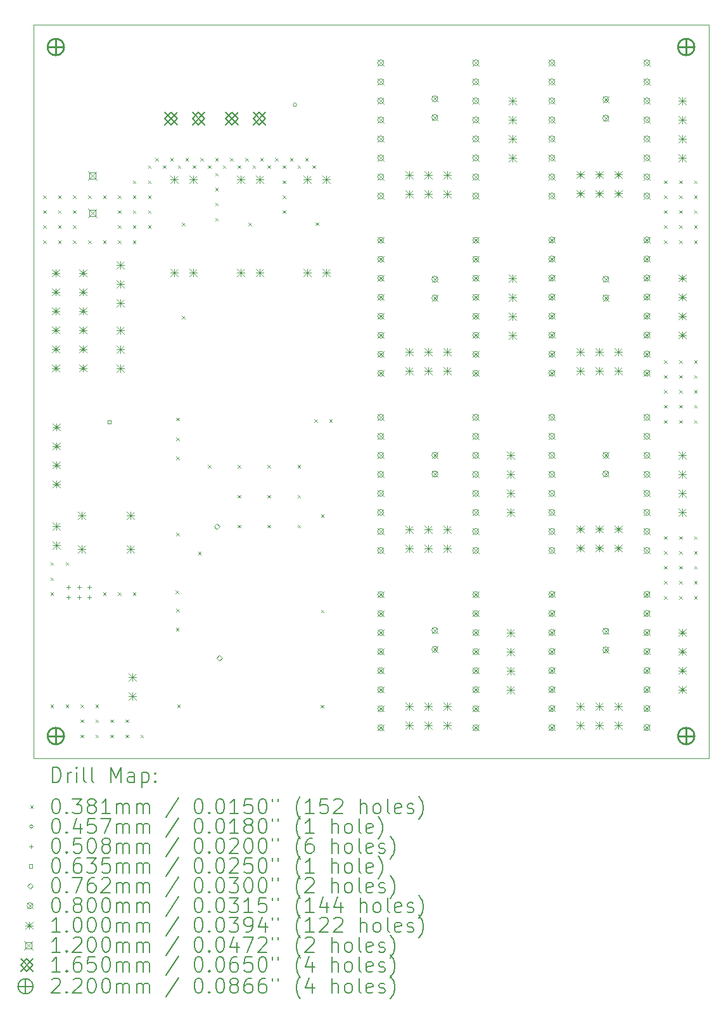
<source format=gbr>
%TF.GenerationSoftware,KiCad,Pcbnew,7.0.5*%
%TF.CreationDate,2023-08-20T17:21:51-04:00*%
%TF.ProjectId,RPi_Pico_W_A4988_control_board,5250695f-5069-4636-9f5f-575f41343938,rev?*%
%TF.SameCoordinates,Original*%
%TF.FileFunction,Drillmap*%
%TF.FilePolarity,Positive*%
%FSLAX45Y45*%
G04 Gerber Fmt 4.5, Leading zero omitted, Abs format (unit mm)*
G04 Created by KiCad (PCBNEW 7.0.5) date 2023-08-20 17:21:51*
%MOMM*%
%LPD*%
G01*
G04 APERTURE LIST*
%ADD10C,0.100000*%
%ADD11C,0.200000*%
%ADD12C,0.038100*%
%ADD13C,0.045720*%
%ADD14C,0.050800*%
%ADD15C,0.063500*%
%ADD16C,0.076200*%
%ADD17C,0.080000*%
%ADD18C,0.120000*%
%ADD19C,0.165000*%
%ADD20C,0.220000*%
G04 APERTURE END LIST*
D10*
X10150000Y-2800000D02*
X19175000Y-2800000D01*
X19175000Y-12600000D01*
X10150000Y-12600000D01*
X10150000Y-2800000D01*
D11*
D12*
X10280950Y-5080950D02*
X10319050Y-5119050D01*
X10319050Y-5080950D02*
X10280950Y-5119050D01*
X10280950Y-5280950D02*
X10319050Y-5319050D01*
X10319050Y-5280950D02*
X10280950Y-5319050D01*
X10280950Y-5480950D02*
X10319050Y-5519050D01*
X10319050Y-5480950D02*
X10280950Y-5519050D01*
X10280950Y-5680950D02*
X10319050Y-5719050D01*
X10319050Y-5680950D02*
X10280950Y-5719050D01*
X10380950Y-9980950D02*
X10419050Y-10019050D01*
X10419050Y-9980950D02*
X10380950Y-10019050D01*
X10380950Y-10180950D02*
X10419050Y-10219050D01*
X10419050Y-10180950D02*
X10380950Y-10219050D01*
X10380950Y-10380950D02*
X10419050Y-10419050D01*
X10419050Y-10380950D02*
X10380950Y-10419050D01*
X10380950Y-11880950D02*
X10419050Y-11919050D01*
X10419050Y-11880950D02*
X10380950Y-11919050D01*
X10480950Y-5080950D02*
X10519050Y-5119050D01*
X10519050Y-5080950D02*
X10480950Y-5119050D01*
X10480950Y-5280950D02*
X10519050Y-5319050D01*
X10519050Y-5280950D02*
X10480950Y-5319050D01*
X10480950Y-5480950D02*
X10519050Y-5519050D01*
X10519050Y-5480950D02*
X10480950Y-5519050D01*
X10480950Y-5680950D02*
X10519050Y-5719050D01*
X10519050Y-5680950D02*
X10480950Y-5719050D01*
X10580950Y-9980950D02*
X10619050Y-10019050D01*
X10619050Y-9980950D02*
X10580950Y-10019050D01*
X10580950Y-11880950D02*
X10619050Y-11919050D01*
X10619050Y-11880950D02*
X10580950Y-11919050D01*
X10680950Y-5080950D02*
X10719050Y-5119050D01*
X10719050Y-5080950D02*
X10680950Y-5119050D01*
X10680950Y-5280950D02*
X10719050Y-5319050D01*
X10719050Y-5280950D02*
X10680950Y-5319050D01*
X10680950Y-5480950D02*
X10719050Y-5519050D01*
X10719050Y-5480950D02*
X10680950Y-5519050D01*
X10680950Y-5680950D02*
X10719050Y-5719050D01*
X10719050Y-5680950D02*
X10680950Y-5719050D01*
X10780950Y-11880950D02*
X10819050Y-11919050D01*
X10819050Y-11880950D02*
X10780950Y-11919050D01*
X10780950Y-12080950D02*
X10819050Y-12119050D01*
X10819050Y-12080950D02*
X10780950Y-12119050D01*
X10780950Y-12280950D02*
X10819050Y-12319050D01*
X10819050Y-12280950D02*
X10780950Y-12319050D01*
X10880950Y-5080950D02*
X10919050Y-5119050D01*
X10919050Y-5080950D02*
X10880950Y-5119050D01*
X10880950Y-5680950D02*
X10919050Y-5719050D01*
X10919050Y-5680950D02*
X10880950Y-5719050D01*
X10980950Y-11880950D02*
X11019050Y-11919050D01*
X11019050Y-11880950D02*
X10980950Y-11919050D01*
X10980950Y-12080950D02*
X11019050Y-12119050D01*
X11019050Y-12080950D02*
X10980950Y-12119050D01*
X10980950Y-12280950D02*
X11019050Y-12319050D01*
X11019050Y-12280950D02*
X10980950Y-12319050D01*
X11080950Y-5080950D02*
X11119050Y-5119050D01*
X11119050Y-5080950D02*
X11080950Y-5119050D01*
X11080950Y-5680950D02*
X11119050Y-5719050D01*
X11119050Y-5680950D02*
X11080950Y-5719050D01*
X11080950Y-10380950D02*
X11119050Y-10419050D01*
X11119050Y-10380950D02*
X11080950Y-10419050D01*
X11180950Y-12080950D02*
X11219050Y-12119050D01*
X11219050Y-12080950D02*
X11180950Y-12119050D01*
X11180950Y-12280950D02*
X11219050Y-12319050D01*
X11219050Y-12280950D02*
X11180950Y-12319050D01*
X11280950Y-5080950D02*
X11319050Y-5119050D01*
X11319050Y-5080950D02*
X11280950Y-5119050D01*
X11280950Y-5280950D02*
X11319050Y-5319050D01*
X11319050Y-5280950D02*
X11280950Y-5319050D01*
X11280950Y-5480950D02*
X11319050Y-5519050D01*
X11319050Y-5480950D02*
X11280950Y-5519050D01*
X11280950Y-5680950D02*
X11319050Y-5719050D01*
X11319050Y-5680950D02*
X11280950Y-5719050D01*
X11280950Y-10380950D02*
X11319050Y-10419050D01*
X11319050Y-10380950D02*
X11280950Y-10419050D01*
X11380950Y-12080950D02*
X11419050Y-12119050D01*
X11419050Y-12080950D02*
X11380950Y-12119050D01*
X11380950Y-12280950D02*
X11419050Y-12319050D01*
X11419050Y-12280950D02*
X11380950Y-12319050D01*
X11480950Y-4880950D02*
X11519050Y-4919050D01*
X11519050Y-4880950D02*
X11480950Y-4919050D01*
X11480950Y-5080950D02*
X11519050Y-5119050D01*
X11519050Y-5080950D02*
X11480950Y-5119050D01*
X11480950Y-5280950D02*
X11519050Y-5319050D01*
X11519050Y-5280950D02*
X11480950Y-5319050D01*
X11480950Y-5480950D02*
X11519050Y-5519050D01*
X11519050Y-5480950D02*
X11480950Y-5519050D01*
X11480950Y-5680950D02*
X11519050Y-5719050D01*
X11519050Y-5680950D02*
X11480950Y-5719050D01*
X11480950Y-10380950D02*
X11519050Y-10419050D01*
X11519050Y-10380950D02*
X11480950Y-10419050D01*
X11580950Y-12280950D02*
X11619050Y-12319050D01*
X11619050Y-12280950D02*
X11580950Y-12319050D01*
X11680950Y-4680950D02*
X11719050Y-4719050D01*
X11719050Y-4680950D02*
X11680950Y-4719050D01*
X11680950Y-4880950D02*
X11719050Y-4919050D01*
X11719050Y-4880950D02*
X11680950Y-4919050D01*
X11680950Y-5080950D02*
X11719050Y-5119050D01*
X11719050Y-5080950D02*
X11680950Y-5119050D01*
X11680950Y-5280950D02*
X11719050Y-5319050D01*
X11719050Y-5280950D02*
X11680950Y-5319050D01*
X11680950Y-5480950D02*
X11719050Y-5519050D01*
X11719050Y-5480950D02*
X11680950Y-5519050D01*
X11780950Y-4580950D02*
X11819050Y-4619050D01*
X11819050Y-4580950D02*
X11780950Y-4619050D01*
X11880950Y-4680950D02*
X11919050Y-4719050D01*
X11919050Y-4680950D02*
X11880950Y-4719050D01*
X11980950Y-4580950D02*
X12019050Y-4619050D01*
X12019050Y-4580950D02*
X11980950Y-4619050D01*
X12050950Y-10355950D02*
X12089050Y-10394050D01*
X12089050Y-10355950D02*
X12050950Y-10394050D01*
X12055950Y-10855950D02*
X12094050Y-10894050D01*
X12094050Y-10855950D02*
X12055950Y-10894050D01*
X12060950Y-8050950D02*
X12099050Y-8089050D01*
X12099050Y-8050950D02*
X12060950Y-8089050D01*
X12060950Y-8315950D02*
X12099050Y-8354050D01*
X12099050Y-8315950D02*
X12060950Y-8354050D01*
X12060950Y-8570950D02*
X12099050Y-8609050D01*
X12099050Y-8570950D02*
X12060950Y-8609050D01*
X12060950Y-9585950D02*
X12099050Y-9624050D01*
X12099050Y-9585950D02*
X12060950Y-9624050D01*
X12060950Y-10600950D02*
X12099050Y-10639050D01*
X12099050Y-10600950D02*
X12060950Y-10639050D01*
X12070950Y-11880950D02*
X12109050Y-11919050D01*
X12109050Y-11880950D02*
X12070950Y-11919050D01*
X12080950Y-4680950D02*
X12119050Y-4719050D01*
X12119050Y-4680950D02*
X12080950Y-4719050D01*
X12135950Y-5445950D02*
X12174050Y-5484050D01*
X12174050Y-5445950D02*
X12135950Y-5484050D01*
X12135950Y-6690950D02*
X12174050Y-6729050D01*
X12174050Y-6690950D02*
X12135950Y-6729050D01*
X12180950Y-4580950D02*
X12219050Y-4619050D01*
X12219050Y-4580950D02*
X12180950Y-4619050D01*
X12280950Y-4680950D02*
X12319050Y-4719050D01*
X12319050Y-4680950D02*
X12280950Y-4719050D01*
X12350950Y-9840950D02*
X12389050Y-9879050D01*
X12389050Y-9840950D02*
X12350950Y-9879050D01*
X12380950Y-4580950D02*
X12419050Y-4619050D01*
X12419050Y-4580950D02*
X12380950Y-4619050D01*
X12480950Y-4680950D02*
X12519050Y-4719050D01*
X12519050Y-4680950D02*
X12480950Y-4719050D01*
X12480950Y-8680950D02*
X12519050Y-8719050D01*
X12519050Y-8680950D02*
X12480950Y-8719050D01*
X12580950Y-4580950D02*
X12619050Y-4619050D01*
X12619050Y-4580950D02*
X12580950Y-4619050D01*
X12580950Y-4780950D02*
X12619050Y-4819050D01*
X12619050Y-4780950D02*
X12580950Y-4819050D01*
X12580950Y-4980950D02*
X12619050Y-5019050D01*
X12619050Y-4980950D02*
X12580950Y-5019050D01*
X12580950Y-5180950D02*
X12619050Y-5219050D01*
X12619050Y-5180950D02*
X12580950Y-5219050D01*
X12580950Y-5380950D02*
X12619050Y-5419050D01*
X12619050Y-5380950D02*
X12580950Y-5419050D01*
X12680950Y-4680950D02*
X12719050Y-4719050D01*
X12719050Y-4680950D02*
X12680950Y-4719050D01*
X12780950Y-4580950D02*
X12819050Y-4619050D01*
X12819050Y-4580950D02*
X12780950Y-4619050D01*
X12880950Y-4680950D02*
X12919050Y-4719050D01*
X12919050Y-4680950D02*
X12880950Y-4719050D01*
X12880950Y-8680950D02*
X12919050Y-8719050D01*
X12919050Y-8680950D02*
X12880950Y-8719050D01*
X12880950Y-9080950D02*
X12919050Y-9119050D01*
X12919050Y-9080950D02*
X12880950Y-9119050D01*
X12880950Y-9480950D02*
X12919050Y-9519050D01*
X12919050Y-9480950D02*
X12880950Y-9519050D01*
X12980950Y-4580950D02*
X13019050Y-4619050D01*
X13019050Y-4580950D02*
X12980950Y-4619050D01*
X13025950Y-5445950D02*
X13064050Y-5484050D01*
X13064050Y-5445950D02*
X13025950Y-5484050D01*
X13080950Y-4680950D02*
X13119050Y-4719050D01*
X13119050Y-4680950D02*
X13080950Y-4719050D01*
X13180950Y-4580950D02*
X13219050Y-4619050D01*
X13219050Y-4580950D02*
X13180950Y-4619050D01*
X13280950Y-4680950D02*
X13319050Y-4719050D01*
X13319050Y-4680950D02*
X13280950Y-4719050D01*
X13280950Y-8680950D02*
X13319050Y-8719050D01*
X13319050Y-8680950D02*
X13280950Y-8719050D01*
X13280950Y-9080950D02*
X13319050Y-9119050D01*
X13319050Y-9080950D02*
X13280950Y-9119050D01*
X13280950Y-9480950D02*
X13319050Y-9519050D01*
X13319050Y-9480950D02*
X13280950Y-9519050D01*
X13380950Y-4580950D02*
X13419050Y-4619050D01*
X13419050Y-4580950D02*
X13380950Y-4619050D01*
X13480950Y-4680950D02*
X13519050Y-4719050D01*
X13519050Y-4680950D02*
X13480950Y-4719050D01*
X13480950Y-4880950D02*
X13519050Y-4919050D01*
X13519050Y-4880950D02*
X13480950Y-4919050D01*
X13480950Y-5080950D02*
X13519050Y-5119050D01*
X13519050Y-5080950D02*
X13480950Y-5119050D01*
X13480950Y-5280950D02*
X13519050Y-5319050D01*
X13519050Y-5280950D02*
X13480950Y-5319050D01*
X13580950Y-4580950D02*
X13619050Y-4619050D01*
X13619050Y-4580950D02*
X13580950Y-4619050D01*
X13680950Y-4680950D02*
X13719050Y-4719050D01*
X13719050Y-4680950D02*
X13680950Y-4719050D01*
X13680950Y-8680950D02*
X13719050Y-8719050D01*
X13719050Y-8680950D02*
X13680950Y-8719050D01*
X13680950Y-9080950D02*
X13719050Y-9119050D01*
X13719050Y-9080950D02*
X13680950Y-9119050D01*
X13680950Y-9480950D02*
X13719050Y-9519050D01*
X13719050Y-9480950D02*
X13680950Y-9519050D01*
X13780950Y-4580950D02*
X13819050Y-4619050D01*
X13819050Y-4580950D02*
X13780950Y-4619050D01*
X13880950Y-4680950D02*
X13919050Y-4719050D01*
X13919050Y-4680950D02*
X13880950Y-4719050D01*
X13905950Y-8070950D02*
X13944050Y-8109050D01*
X13944050Y-8070950D02*
X13905950Y-8109050D01*
X13920950Y-5440950D02*
X13959050Y-5479050D01*
X13959050Y-5440950D02*
X13920950Y-5479050D01*
X13990950Y-11885950D02*
X14029050Y-11924050D01*
X14029050Y-11885950D02*
X13990950Y-11924050D01*
X13995950Y-9340950D02*
X14034050Y-9379050D01*
X14034050Y-9340950D02*
X13995950Y-9379050D01*
X13995950Y-10615950D02*
X14034050Y-10654050D01*
X14034050Y-10615950D02*
X13995950Y-10654050D01*
X14105950Y-8070950D02*
X14144050Y-8109050D01*
X14144050Y-8070950D02*
X14105950Y-8109050D01*
X18580950Y-4880950D02*
X18619050Y-4919050D01*
X18619050Y-4880950D02*
X18580950Y-4919050D01*
X18580950Y-5080950D02*
X18619050Y-5119050D01*
X18619050Y-5080950D02*
X18580950Y-5119050D01*
X18580950Y-5280950D02*
X18619050Y-5319050D01*
X18619050Y-5280950D02*
X18580950Y-5319050D01*
X18580950Y-5480950D02*
X18619050Y-5519050D01*
X18619050Y-5480950D02*
X18580950Y-5519050D01*
X18580950Y-5680950D02*
X18619050Y-5719050D01*
X18619050Y-5680950D02*
X18580950Y-5719050D01*
X18580950Y-7280950D02*
X18619050Y-7319050D01*
X18619050Y-7280950D02*
X18580950Y-7319050D01*
X18580950Y-7480950D02*
X18619050Y-7519050D01*
X18619050Y-7480950D02*
X18580950Y-7519050D01*
X18580950Y-7680950D02*
X18619050Y-7719050D01*
X18619050Y-7680950D02*
X18580950Y-7719050D01*
X18580950Y-7880950D02*
X18619050Y-7919050D01*
X18619050Y-7880950D02*
X18580950Y-7919050D01*
X18580950Y-8080950D02*
X18619050Y-8119050D01*
X18619050Y-8080950D02*
X18580950Y-8119050D01*
X18580950Y-9630950D02*
X18619050Y-9669050D01*
X18619050Y-9630950D02*
X18580950Y-9669050D01*
X18580950Y-9830950D02*
X18619050Y-9869050D01*
X18619050Y-9830950D02*
X18580950Y-9869050D01*
X18580950Y-10030950D02*
X18619050Y-10069050D01*
X18619050Y-10030950D02*
X18580950Y-10069050D01*
X18580950Y-10230950D02*
X18619050Y-10269050D01*
X18619050Y-10230950D02*
X18580950Y-10269050D01*
X18580950Y-10430950D02*
X18619050Y-10469050D01*
X18619050Y-10430950D02*
X18580950Y-10469050D01*
X18780950Y-4880950D02*
X18819050Y-4919050D01*
X18819050Y-4880950D02*
X18780950Y-4919050D01*
X18780950Y-5080950D02*
X18819050Y-5119050D01*
X18819050Y-5080950D02*
X18780950Y-5119050D01*
X18780950Y-5280950D02*
X18819050Y-5319050D01*
X18819050Y-5280950D02*
X18780950Y-5319050D01*
X18780950Y-5480950D02*
X18819050Y-5519050D01*
X18819050Y-5480950D02*
X18780950Y-5519050D01*
X18780950Y-5680950D02*
X18819050Y-5719050D01*
X18819050Y-5680950D02*
X18780950Y-5719050D01*
X18780950Y-7280950D02*
X18819050Y-7319050D01*
X18819050Y-7280950D02*
X18780950Y-7319050D01*
X18780950Y-7480950D02*
X18819050Y-7519050D01*
X18819050Y-7480950D02*
X18780950Y-7519050D01*
X18780950Y-7680950D02*
X18819050Y-7719050D01*
X18819050Y-7680950D02*
X18780950Y-7719050D01*
X18780950Y-7880950D02*
X18819050Y-7919050D01*
X18819050Y-7880950D02*
X18780950Y-7919050D01*
X18780950Y-8080950D02*
X18819050Y-8119050D01*
X18819050Y-8080950D02*
X18780950Y-8119050D01*
X18780950Y-9630950D02*
X18819050Y-9669050D01*
X18819050Y-9630950D02*
X18780950Y-9669050D01*
X18780950Y-9830950D02*
X18819050Y-9869050D01*
X18819050Y-9830950D02*
X18780950Y-9869050D01*
X18780950Y-10030950D02*
X18819050Y-10069050D01*
X18819050Y-10030950D02*
X18780950Y-10069050D01*
X18780950Y-10230950D02*
X18819050Y-10269050D01*
X18819050Y-10230950D02*
X18780950Y-10269050D01*
X18780950Y-10430950D02*
X18819050Y-10469050D01*
X18819050Y-10430950D02*
X18780950Y-10469050D01*
X18980950Y-4880950D02*
X19019050Y-4919050D01*
X19019050Y-4880950D02*
X18980950Y-4919050D01*
X18980950Y-5080950D02*
X19019050Y-5119050D01*
X19019050Y-5080950D02*
X18980950Y-5119050D01*
X18980950Y-5280950D02*
X19019050Y-5319050D01*
X19019050Y-5280950D02*
X18980950Y-5319050D01*
X18980950Y-5480950D02*
X19019050Y-5519050D01*
X19019050Y-5480950D02*
X18980950Y-5519050D01*
X18980950Y-5680950D02*
X19019050Y-5719050D01*
X19019050Y-5680950D02*
X18980950Y-5719050D01*
X18980950Y-7280950D02*
X19019050Y-7319050D01*
X19019050Y-7280950D02*
X18980950Y-7319050D01*
X18980950Y-7480950D02*
X19019050Y-7519050D01*
X19019050Y-7480950D02*
X18980950Y-7519050D01*
X18980950Y-7680950D02*
X19019050Y-7719050D01*
X19019050Y-7680950D02*
X18980950Y-7719050D01*
X18980950Y-7880950D02*
X19019050Y-7919050D01*
X19019050Y-7880950D02*
X18980950Y-7919050D01*
X18980950Y-8080950D02*
X19019050Y-8119050D01*
X19019050Y-8080950D02*
X18980950Y-8119050D01*
X18980950Y-9630950D02*
X19019050Y-9669050D01*
X19019050Y-9630950D02*
X18980950Y-9669050D01*
X18980950Y-9830950D02*
X19019050Y-9869050D01*
X19019050Y-9830950D02*
X18980950Y-9869050D01*
X18980950Y-10030950D02*
X19019050Y-10069050D01*
X19019050Y-10030950D02*
X18980950Y-10069050D01*
X18980950Y-10230950D02*
X19019050Y-10269050D01*
X19019050Y-10230950D02*
X18980950Y-10269050D01*
X18980950Y-10430950D02*
X19019050Y-10469050D01*
X19019050Y-10430950D02*
X18980950Y-10469050D01*
D13*
X13667860Y-3870000D02*
G75*
G03*
X13667860Y-3870000I-22860J0D01*
G01*
D14*
X10620000Y-10284600D02*
X10620000Y-10335400D01*
X10594600Y-10310000D02*
X10645400Y-10310000D01*
X10620000Y-10424600D02*
X10620000Y-10475400D01*
X10594600Y-10450000D02*
X10645400Y-10450000D01*
X10760000Y-10284600D02*
X10760000Y-10335400D01*
X10734600Y-10310000D02*
X10785400Y-10310000D01*
X10760000Y-10424600D02*
X10760000Y-10475400D01*
X10734600Y-10450000D02*
X10785400Y-10450000D01*
X10900000Y-10284600D02*
X10900000Y-10335400D01*
X10874600Y-10310000D02*
X10925400Y-10310000D01*
X10900000Y-10424600D02*
X10900000Y-10475400D01*
X10874600Y-10450000D02*
X10925400Y-10450000D01*
D15*
X11187451Y-8126451D02*
X11187451Y-8081549D01*
X11142549Y-8081549D01*
X11142549Y-8126451D01*
X11187451Y-8126451D01*
D16*
X12600000Y-9538100D02*
X12638100Y-9500000D01*
X12600000Y-9461900D01*
X12561900Y-9500000D01*
X12600000Y-9538100D01*
X12635000Y-11298100D02*
X12673100Y-11260000D01*
X12635000Y-11221900D01*
X12596900Y-11260000D01*
X12635000Y-11298100D01*
D17*
X14752000Y-3271000D02*
X14832000Y-3351000D01*
X14832000Y-3271000D02*
X14752000Y-3351000D01*
X14832000Y-3311000D02*
G75*
G03*
X14832000Y-3311000I-40000J0D01*
G01*
X14752000Y-3525000D02*
X14832000Y-3605000D01*
X14832000Y-3525000D02*
X14752000Y-3605000D01*
X14832000Y-3565000D02*
G75*
G03*
X14832000Y-3565000I-40000J0D01*
G01*
X14752000Y-3779000D02*
X14832000Y-3859000D01*
X14832000Y-3779000D02*
X14752000Y-3859000D01*
X14832000Y-3819000D02*
G75*
G03*
X14832000Y-3819000I-40000J0D01*
G01*
X14752000Y-4033000D02*
X14832000Y-4113000D01*
X14832000Y-4033000D02*
X14752000Y-4113000D01*
X14832000Y-4073000D02*
G75*
G03*
X14832000Y-4073000I-40000J0D01*
G01*
X14752000Y-4287000D02*
X14832000Y-4367000D01*
X14832000Y-4287000D02*
X14752000Y-4367000D01*
X14832000Y-4327000D02*
G75*
G03*
X14832000Y-4327000I-40000J0D01*
G01*
X14752000Y-4541000D02*
X14832000Y-4621000D01*
X14832000Y-4541000D02*
X14752000Y-4621000D01*
X14832000Y-4581000D02*
G75*
G03*
X14832000Y-4581000I-40000J0D01*
G01*
X14752000Y-4795000D02*
X14832000Y-4875000D01*
X14832000Y-4795000D02*
X14752000Y-4875000D01*
X14832000Y-4835000D02*
G75*
G03*
X14832000Y-4835000I-40000J0D01*
G01*
X14752000Y-5049000D02*
X14832000Y-5129000D01*
X14832000Y-5049000D02*
X14752000Y-5129000D01*
X14832000Y-5089000D02*
G75*
G03*
X14832000Y-5089000I-40000J0D01*
G01*
X14752000Y-5637500D02*
X14832000Y-5717500D01*
X14832000Y-5637500D02*
X14752000Y-5717500D01*
X14832000Y-5677500D02*
G75*
G03*
X14832000Y-5677500I-40000J0D01*
G01*
X14752000Y-5891500D02*
X14832000Y-5971500D01*
X14832000Y-5891500D02*
X14752000Y-5971500D01*
X14832000Y-5931500D02*
G75*
G03*
X14832000Y-5931500I-40000J0D01*
G01*
X14752000Y-6145500D02*
X14832000Y-6225500D01*
X14832000Y-6145500D02*
X14752000Y-6225500D01*
X14832000Y-6185500D02*
G75*
G03*
X14832000Y-6185500I-40000J0D01*
G01*
X14752000Y-6399500D02*
X14832000Y-6479500D01*
X14832000Y-6399500D02*
X14752000Y-6479500D01*
X14832000Y-6439500D02*
G75*
G03*
X14832000Y-6439500I-40000J0D01*
G01*
X14752000Y-6653500D02*
X14832000Y-6733500D01*
X14832000Y-6653500D02*
X14752000Y-6733500D01*
X14832000Y-6693500D02*
G75*
G03*
X14832000Y-6693500I-40000J0D01*
G01*
X14752000Y-6907500D02*
X14832000Y-6987500D01*
X14832000Y-6907500D02*
X14752000Y-6987500D01*
X14832000Y-6947500D02*
G75*
G03*
X14832000Y-6947500I-40000J0D01*
G01*
X14752000Y-7161500D02*
X14832000Y-7241500D01*
X14832000Y-7161500D02*
X14752000Y-7241500D01*
X14832000Y-7201500D02*
G75*
G03*
X14832000Y-7201500I-40000J0D01*
G01*
X14752000Y-7415500D02*
X14832000Y-7495500D01*
X14832000Y-7415500D02*
X14752000Y-7495500D01*
X14832000Y-7455500D02*
G75*
G03*
X14832000Y-7455500I-40000J0D01*
G01*
X14752000Y-8004000D02*
X14832000Y-8084000D01*
X14832000Y-8004000D02*
X14752000Y-8084000D01*
X14832000Y-8044000D02*
G75*
G03*
X14832000Y-8044000I-40000J0D01*
G01*
X14752000Y-8258000D02*
X14832000Y-8338000D01*
X14832000Y-8258000D02*
X14752000Y-8338000D01*
X14832000Y-8298000D02*
G75*
G03*
X14832000Y-8298000I-40000J0D01*
G01*
X14752000Y-8512000D02*
X14832000Y-8592000D01*
X14832000Y-8512000D02*
X14752000Y-8592000D01*
X14832000Y-8552000D02*
G75*
G03*
X14832000Y-8552000I-40000J0D01*
G01*
X14752000Y-8766000D02*
X14832000Y-8846000D01*
X14832000Y-8766000D02*
X14752000Y-8846000D01*
X14832000Y-8806000D02*
G75*
G03*
X14832000Y-8806000I-40000J0D01*
G01*
X14752000Y-9020000D02*
X14832000Y-9100000D01*
X14832000Y-9020000D02*
X14752000Y-9100000D01*
X14832000Y-9060000D02*
G75*
G03*
X14832000Y-9060000I-40000J0D01*
G01*
X14752000Y-9274000D02*
X14832000Y-9354000D01*
X14832000Y-9274000D02*
X14752000Y-9354000D01*
X14832000Y-9314000D02*
G75*
G03*
X14832000Y-9314000I-40000J0D01*
G01*
X14752000Y-9528000D02*
X14832000Y-9608000D01*
X14832000Y-9528000D02*
X14752000Y-9608000D01*
X14832000Y-9568000D02*
G75*
G03*
X14832000Y-9568000I-40000J0D01*
G01*
X14752000Y-9782000D02*
X14832000Y-9862000D01*
X14832000Y-9782000D02*
X14752000Y-9862000D01*
X14832000Y-9822000D02*
G75*
G03*
X14832000Y-9822000I-40000J0D01*
G01*
X14752000Y-10370500D02*
X14832000Y-10450500D01*
X14832000Y-10370500D02*
X14752000Y-10450500D01*
X14832000Y-10410500D02*
G75*
G03*
X14832000Y-10410500I-40000J0D01*
G01*
X14752000Y-10624500D02*
X14832000Y-10704500D01*
X14832000Y-10624500D02*
X14752000Y-10704500D01*
X14832000Y-10664500D02*
G75*
G03*
X14832000Y-10664500I-40000J0D01*
G01*
X14752000Y-10878500D02*
X14832000Y-10958500D01*
X14832000Y-10878500D02*
X14752000Y-10958500D01*
X14832000Y-10918500D02*
G75*
G03*
X14832000Y-10918500I-40000J0D01*
G01*
X14752000Y-11132500D02*
X14832000Y-11212500D01*
X14832000Y-11132500D02*
X14752000Y-11212500D01*
X14832000Y-11172500D02*
G75*
G03*
X14832000Y-11172500I-40000J0D01*
G01*
X14752000Y-11386500D02*
X14832000Y-11466500D01*
X14832000Y-11386500D02*
X14752000Y-11466500D01*
X14832000Y-11426500D02*
G75*
G03*
X14832000Y-11426500I-40000J0D01*
G01*
X14752000Y-11640500D02*
X14832000Y-11720500D01*
X14832000Y-11640500D02*
X14752000Y-11720500D01*
X14832000Y-11680500D02*
G75*
G03*
X14832000Y-11680500I-40000J0D01*
G01*
X14752000Y-11894500D02*
X14832000Y-11974500D01*
X14832000Y-11894500D02*
X14752000Y-11974500D01*
X14832000Y-11934500D02*
G75*
G03*
X14832000Y-11934500I-40000J0D01*
G01*
X14752000Y-12148500D02*
X14832000Y-12228500D01*
X14832000Y-12148500D02*
X14752000Y-12228500D01*
X14832000Y-12188500D02*
G75*
G03*
X14832000Y-12188500I-40000J0D01*
G01*
X15475000Y-3750000D02*
X15555000Y-3830000D01*
X15555000Y-3750000D02*
X15475000Y-3830000D01*
X15555000Y-3790000D02*
G75*
G03*
X15555000Y-3790000I-40000J0D01*
G01*
X15475000Y-4000000D02*
X15555000Y-4080000D01*
X15555000Y-4000000D02*
X15475000Y-4080000D01*
X15555000Y-4040000D02*
G75*
G03*
X15555000Y-4040000I-40000J0D01*
G01*
X15475000Y-6160000D02*
X15555000Y-6240000D01*
X15555000Y-6160000D02*
X15475000Y-6240000D01*
X15555000Y-6200000D02*
G75*
G03*
X15555000Y-6200000I-40000J0D01*
G01*
X15475000Y-6410000D02*
X15555000Y-6490000D01*
X15555000Y-6410000D02*
X15475000Y-6490000D01*
X15555000Y-6450000D02*
G75*
G03*
X15555000Y-6450000I-40000J0D01*
G01*
X15475000Y-8510000D02*
X15555000Y-8590000D01*
X15555000Y-8510000D02*
X15475000Y-8590000D01*
X15555000Y-8550000D02*
G75*
G03*
X15555000Y-8550000I-40000J0D01*
G01*
X15475000Y-8760000D02*
X15555000Y-8840000D01*
X15555000Y-8760000D02*
X15475000Y-8840000D01*
X15555000Y-8800000D02*
G75*
G03*
X15555000Y-8800000I-40000J0D01*
G01*
X15475000Y-10850000D02*
X15555000Y-10930000D01*
X15555000Y-10850000D02*
X15475000Y-10930000D01*
X15555000Y-10890000D02*
G75*
G03*
X15555000Y-10890000I-40000J0D01*
G01*
X15475000Y-11100000D02*
X15555000Y-11180000D01*
X15555000Y-11100000D02*
X15475000Y-11180000D01*
X15555000Y-11140000D02*
G75*
G03*
X15555000Y-11140000I-40000J0D01*
G01*
X16022000Y-3271000D02*
X16102000Y-3351000D01*
X16102000Y-3271000D02*
X16022000Y-3351000D01*
X16102000Y-3311000D02*
G75*
G03*
X16102000Y-3311000I-40000J0D01*
G01*
X16022000Y-3525000D02*
X16102000Y-3605000D01*
X16102000Y-3525000D02*
X16022000Y-3605000D01*
X16102000Y-3565000D02*
G75*
G03*
X16102000Y-3565000I-40000J0D01*
G01*
X16022000Y-3779000D02*
X16102000Y-3859000D01*
X16102000Y-3779000D02*
X16022000Y-3859000D01*
X16102000Y-3819000D02*
G75*
G03*
X16102000Y-3819000I-40000J0D01*
G01*
X16022000Y-4033000D02*
X16102000Y-4113000D01*
X16102000Y-4033000D02*
X16022000Y-4113000D01*
X16102000Y-4073000D02*
G75*
G03*
X16102000Y-4073000I-40000J0D01*
G01*
X16022000Y-4287000D02*
X16102000Y-4367000D01*
X16102000Y-4287000D02*
X16022000Y-4367000D01*
X16102000Y-4327000D02*
G75*
G03*
X16102000Y-4327000I-40000J0D01*
G01*
X16022000Y-4541000D02*
X16102000Y-4621000D01*
X16102000Y-4541000D02*
X16022000Y-4621000D01*
X16102000Y-4581000D02*
G75*
G03*
X16102000Y-4581000I-40000J0D01*
G01*
X16022000Y-4795000D02*
X16102000Y-4875000D01*
X16102000Y-4795000D02*
X16022000Y-4875000D01*
X16102000Y-4835000D02*
G75*
G03*
X16102000Y-4835000I-40000J0D01*
G01*
X16022000Y-5049000D02*
X16102000Y-5129000D01*
X16102000Y-5049000D02*
X16022000Y-5129000D01*
X16102000Y-5089000D02*
G75*
G03*
X16102000Y-5089000I-40000J0D01*
G01*
X16022000Y-5637500D02*
X16102000Y-5717500D01*
X16102000Y-5637500D02*
X16022000Y-5717500D01*
X16102000Y-5677500D02*
G75*
G03*
X16102000Y-5677500I-40000J0D01*
G01*
X16022000Y-5891500D02*
X16102000Y-5971500D01*
X16102000Y-5891500D02*
X16022000Y-5971500D01*
X16102000Y-5931500D02*
G75*
G03*
X16102000Y-5931500I-40000J0D01*
G01*
X16022000Y-6145500D02*
X16102000Y-6225500D01*
X16102000Y-6145500D02*
X16022000Y-6225500D01*
X16102000Y-6185500D02*
G75*
G03*
X16102000Y-6185500I-40000J0D01*
G01*
X16022000Y-6399500D02*
X16102000Y-6479500D01*
X16102000Y-6399500D02*
X16022000Y-6479500D01*
X16102000Y-6439500D02*
G75*
G03*
X16102000Y-6439500I-40000J0D01*
G01*
X16022000Y-6653500D02*
X16102000Y-6733500D01*
X16102000Y-6653500D02*
X16022000Y-6733500D01*
X16102000Y-6693500D02*
G75*
G03*
X16102000Y-6693500I-40000J0D01*
G01*
X16022000Y-6907500D02*
X16102000Y-6987500D01*
X16102000Y-6907500D02*
X16022000Y-6987500D01*
X16102000Y-6947500D02*
G75*
G03*
X16102000Y-6947500I-40000J0D01*
G01*
X16022000Y-7161500D02*
X16102000Y-7241500D01*
X16102000Y-7161500D02*
X16022000Y-7241500D01*
X16102000Y-7201500D02*
G75*
G03*
X16102000Y-7201500I-40000J0D01*
G01*
X16022000Y-7415500D02*
X16102000Y-7495500D01*
X16102000Y-7415500D02*
X16022000Y-7495500D01*
X16102000Y-7455500D02*
G75*
G03*
X16102000Y-7455500I-40000J0D01*
G01*
X16022000Y-8004000D02*
X16102000Y-8084000D01*
X16102000Y-8004000D02*
X16022000Y-8084000D01*
X16102000Y-8044000D02*
G75*
G03*
X16102000Y-8044000I-40000J0D01*
G01*
X16022000Y-8258000D02*
X16102000Y-8338000D01*
X16102000Y-8258000D02*
X16022000Y-8338000D01*
X16102000Y-8298000D02*
G75*
G03*
X16102000Y-8298000I-40000J0D01*
G01*
X16022000Y-8512000D02*
X16102000Y-8592000D01*
X16102000Y-8512000D02*
X16022000Y-8592000D01*
X16102000Y-8552000D02*
G75*
G03*
X16102000Y-8552000I-40000J0D01*
G01*
X16022000Y-8766000D02*
X16102000Y-8846000D01*
X16102000Y-8766000D02*
X16022000Y-8846000D01*
X16102000Y-8806000D02*
G75*
G03*
X16102000Y-8806000I-40000J0D01*
G01*
X16022000Y-9020000D02*
X16102000Y-9100000D01*
X16102000Y-9020000D02*
X16022000Y-9100000D01*
X16102000Y-9060000D02*
G75*
G03*
X16102000Y-9060000I-40000J0D01*
G01*
X16022000Y-9274000D02*
X16102000Y-9354000D01*
X16102000Y-9274000D02*
X16022000Y-9354000D01*
X16102000Y-9314000D02*
G75*
G03*
X16102000Y-9314000I-40000J0D01*
G01*
X16022000Y-9528000D02*
X16102000Y-9608000D01*
X16102000Y-9528000D02*
X16022000Y-9608000D01*
X16102000Y-9568000D02*
G75*
G03*
X16102000Y-9568000I-40000J0D01*
G01*
X16022000Y-9782000D02*
X16102000Y-9862000D01*
X16102000Y-9782000D02*
X16022000Y-9862000D01*
X16102000Y-9822000D02*
G75*
G03*
X16102000Y-9822000I-40000J0D01*
G01*
X16022000Y-10370500D02*
X16102000Y-10450500D01*
X16102000Y-10370500D02*
X16022000Y-10450500D01*
X16102000Y-10410500D02*
G75*
G03*
X16102000Y-10410500I-40000J0D01*
G01*
X16022000Y-10624500D02*
X16102000Y-10704500D01*
X16102000Y-10624500D02*
X16022000Y-10704500D01*
X16102000Y-10664500D02*
G75*
G03*
X16102000Y-10664500I-40000J0D01*
G01*
X16022000Y-10878500D02*
X16102000Y-10958500D01*
X16102000Y-10878500D02*
X16022000Y-10958500D01*
X16102000Y-10918500D02*
G75*
G03*
X16102000Y-10918500I-40000J0D01*
G01*
X16022000Y-11132500D02*
X16102000Y-11212500D01*
X16102000Y-11132500D02*
X16022000Y-11212500D01*
X16102000Y-11172500D02*
G75*
G03*
X16102000Y-11172500I-40000J0D01*
G01*
X16022000Y-11386500D02*
X16102000Y-11466500D01*
X16102000Y-11386500D02*
X16022000Y-11466500D01*
X16102000Y-11426500D02*
G75*
G03*
X16102000Y-11426500I-40000J0D01*
G01*
X16022000Y-11640500D02*
X16102000Y-11720500D01*
X16102000Y-11640500D02*
X16022000Y-11720500D01*
X16102000Y-11680500D02*
G75*
G03*
X16102000Y-11680500I-40000J0D01*
G01*
X16022000Y-11894500D02*
X16102000Y-11974500D01*
X16102000Y-11894500D02*
X16022000Y-11974500D01*
X16102000Y-11934500D02*
G75*
G03*
X16102000Y-11934500I-40000J0D01*
G01*
X16022000Y-12148500D02*
X16102000Y-12228500D01*
X16102000Y-12148500D02*
X16022000Y-12228500D01*
X16102000Y-12188500D02*
G75*
G03*
X16102000Y-12188500I-40000J0D01*
G01*
X17040000Y-3269000D02*
X17120000Y-3349000D01*
X17120000Y-3269000D02*
X17040000Y-3349000D01*
X17120000Y-3309000D02*
G75*
G03*
X17120000Y-3309000I-40000J0D01*
G01*
X17040000Y-3523000D02*
X17120000Y-3603000D01*
X17120000Y-3523000D02*
X17040000Y-3603000D01*
X17120000Y-3563000D02*
G75*
G03*
X17120000Y-3563000I-40000J0D01*
G01*
X17040000Y-3777000D02*
X17120000Y-3857000D01*
X17120000Y-3777000D02*
X17040000Y-3857000D01*
X17120000Y-3817000D02*
G75*
G03*
X17120000Y-3817000I-40000J0D01*
G01*
X17040000Y-4031000D02*
X17120000Y-4111000D01*
X17120000Y-4031000D02*
X17040000Y-4111000D01*
X17120000Y-4071000D02*
G75*
G03*
X17120000Y-4071000I-40000J0D01*
G01*
X17040000Y-4285000D02*
X17120000Y-4365000D01*
X17120000Y-4285000D02*
X17040000Y-4365000D01*
X17120000Y-4325000D02*
G75*
G03*
X17120000Y-4325000I-40000J0D01*
G01*
X17040000Y-4539000D02*
X17120000Y-4619000D01*
X17120000Y-4539000D02*
X17040000Y-4619000D01*
X17120000Y-4579000D02*
G75*
G03*
X17120000Y-4579000I-40000J0D01*
G01*
X17040000Y-4793000D02*
X17120000Y-4873000D01*
X17120000Y-4793000D02*
X17040000Y-4873000D01*
X17120000Y-4833000D02*
G75*
G03*
X17120000Y-4833000I-40000J0D01*
G01*
X17040000Y-5047000D02*
X17120000Y-5127000D01*
X17120000Y-5047000D02*
X17040000Y-5127000D01*
X17120000Y-5087000D02*
G75*
G03*
X17120000Y-5087000I-40000J0D01*
G01*
X17040000Y-5635500D02*
X17120000Y-5715500D01*
X17120000Y-5635500D02*
X17040000Y-5715500D01*
X17120000Y-5675500D02*
G75*
G03*
X17120000Y-5675500I-40000J0D01*
G01*
X17040000Y-5889500D02*
X17120000Y-5969500D01*
X17120000Y-5889500D02*
X17040000Y-5969500D01*
X17120000Y-5929500D02*
G75*
G03*
X17120000Y-5929500I-40000J0D01*
G01*
X17040000Y-6143500D02*
X17120000Y-6223500D01*
X17120000Y-6143500D02*
X17040000Y-6223500D01*
X17120000Y-6183500D02*
G75*
G03*
X17120000Y-6183500I-40000J0D01*
G01*
X17040000Y-6397500D02*
X17120000Y-6477500D01*
X17120000Y-6397500D02*
X17040000Y-6477500D01*
X17120000Y-6437500D02*
G75*
G03*
X17120000Y-6437500I-40000J0D01*
G01*
X17040000Y-6651500D02*
X17120000Y-6731500D01*
X17120000Y-6651500D02*
X17040000Y-6731500D01*
X17120000Y-6691500D02*
G75*
G03*
X17120000Y-6691500I-40000J0D01*
G01*
X17040000Y-6905500D02*
X17120000Y-6985500D01*
X17120000Y-6905500D02*
X17040000Y-6985500D01*
X17120000Y-6945500D02*
G75*
G03*
X17120000Y-6945500I-40000J0D01*
G01*
X17040000Y-7159500D02*
X17120000Y-7239500D01*
X17120000Y-7159500D02*
X17040000Y-7239500D01*
X17120000Y-7199500D02*
G75*
G03*
X17120000Y-7199500I-40000J0D01*
G01*
X17040000Y-7413500D02*
X17120000Y-7493500D01*
X17120000Y-7413500D02*
X17040000Y-7493500D01*
X17120000Y-7453500D02*
G75*
G03*
X17120000Y-7453500I-40000J0D01*
G01*
X17040000Y-8002000D02*
X17120000Y-8082000D01*
X17120000Y-8002000D02*
X17040000Y-8082000D01*
X17120000Y-8042000D02*
G75*
G03*
X17120000Y-8042000I-40000J0D01*
G01*
X17040000Y-8256000D02*
X17120000Y-8336000D01*
X17120000Y-8256000D02*
X17040000Y-8336000D01*
X17120000Y-8296000D02*
G75*
G03*
X17120000Y-8296000I-40000J0D01*
G01*
X17040000Y-8510000D02*
X17120000Y-8590000D01*
X17120000Y-8510000D02*
X17040000Y-8590000D01*
X17120000Y-8550000D02*
G75*
G03*
X17120000Y-8550000I-40000J0D01*
G01*
X17040000Y-8764000D02*
X17120000Y-8844000D01*
X17120000Y-8764000D02*
X17040000Y-8844000D01*
X17120000Y-8804000D02*
G75*
G03*
X17120000Y-8804000I-40000J0D01*
G01*
X17040000Y-9018000D02*
X17120000Y-9098000D01*
X17120000Y-9018000D02*
X17040000Y-9098000D01*
X17120000Y-9058000D02*
G75*
G03*
X17120000Y-9058000I-40000J0D01*
G01*
X17040000Y-9272000D02*
X17120000Y-9352000D01*
X17120000Y-9272000D02*
X17040000Y-9352000D01*
X17120000Y-9312000D02*
G75*
G03*
X17120000Y-9312000I-40000J0D01*
G01*
X17040000Y-9526000D02*
X17120000Y-9606000D01*
X17120000Y-9526000D02*
X17040000Y-9606000D01*
X17120000Y-9566000D02*
G75*
G03*
X17120000Y-9566000I-40000J0D01*
G01*
X17040000Y-9780000D02*
X17120000Y-9860000D01*
X17120000Y-9780000D02*
X17040000Y-9860000D01*
X17120000Y-9820000D02*
G75*
G03*
X17120000Y-9820000I-40000J0D01*
G01*
X17040000Y-10368500D02*
X17120000Y-10448500D01*
X17120000Y-10368500D02*
X17040000Y-10448500D01*
X17120000Y-10408500D02*
G75*
G03*
X17120000Y-10408500I-40000J0D01*
G01*
X17040000Y-10622500D02*
X17120000Y-10702500D01*
X17120000Y-10622500D02*
X17040000Y-10702500D01*
X17120000Y-10662500D02*
G75*
G03*
X17120000Y-10662500I-40000J0D01*
G01*
X17040000Y-10876500D02*
X17120000Y-10956500D01*
X17120000Y-10876500D02*
X17040000Y-10956500D01*
X17120000Y-10916500D02*
G75*
G03*
X17120000Y-10916500I-40000J0D01*
G01*
X17040000Y-11130500D02*
X17120000Y-11210500D01*
X17120000Y-11130500D02*
X17040000Y-11210500D01*
X17120000Y-11170500D02*
G75*
G03*
X17120000Y-11170500I-40000J0D01*
G01*
X17040000Y-11384500D02*
X17120000Y-11464500D01*
X17120000Y-11384500D02*
X17040000Y-11464500D01*
X17120000Y-11424500D02*
G75*
G03*
X17120000Y-11424500I-40000J0D01*
G01*
X17040000Y-11638500D02*
X17120000Y-11718500D01*
X17120000Y-11638500D02*
X17040000Y-11718500D01*
X17120000Y-11678500D02*
G75*
G03*
X17120000Y-11678500I-40000J0D01*
G01*
X17040000Y-11892500D02*
X17120000Y-11972500D01*
X17120000Y-11892500D02*
X17040000Y-11972500D01*
X17120000Y-11932500D02*
G75*
G03*
X17120000Y-11932500I-40000J0D01*
G01*
X17040000Y-12146500D02*
X17120000Y-12226500D01*
X17120000Y-12146500D02*
X17040000Y-12226500D01*
X17120000Y-12186500D02*
G75*
G03*
X17120000Y-12186500I-40000J0D01*
G01*
X17760000Y-3760000D02*
X17840000Y-3840000D01*
X17840000Y-3760000D02*
X17760000Y-3840000D01*
X17840000Y-3800000D02*
G75*
G03*
X17840000Y-3800000I-40000J0D01*
G01*
X17760000Y-4010000D02*
X17840000Y-4090000D01*
X17840000Y-4010000D02*
X17760000Y-4090000D01*
X17840000Y-4050000D02*
G75*
G03*
X17840000Y-4050000I-40000J0D01*
G01*
X17760000Y-6160000D02*
X17840000Y-6240000D01*
X17840000Y-6160000D02*
X17760000Y-6240000D01*
X17840000Y-6200000D02*
G75*
G03*
X17840000Y-6200000I-40000J0D01*
G01*
X17760000Y-6410000D02*
X17840000Y-6490000D01*
X17840000Y-6410000D02*
X17760000Y-6490000D01*
X17840000Y-6450000D02*
G75*
G03*
X17840000Y-6450000I-40000J0D01*
G01*
X17760000Y-8510000D02*
X17840000Y-8590000D01*
X17840000Y-8510000D02*
X17760000Y-8590000D01*
X17840000Y-8550000D02*
G75*
G03*
X17840000Y-8550000I-40000J0D01*
G01*
X17760000Y-8760000D02*
X17840000Y-8840000D01*
X17840000Y-8760000D02*
X17760000Y-8840000D01*
X17840000Y-8800000D02*
G75*
G03*
X17840000Y-8800000I-40000J0D01*
G01*
X17760000Y-10860000D02*
X17840000Y-10940000D01*
X17840000Y-10860000D02*
X17760000Y-10940000D01*
X17840000Y-10900000D02*
G75*
G03*
X17840000Y-10900000I-40000J0D01*
G01*
X17760000Y-11110000D02*
X17840000Y-11190000D01*
X17840000Y-11110000D02*
X17760000Y-11190000D01*
X17840000Y-11150000D02*
G75*
G03*
X17840000Y-11150000I-40000J0D01*
G01*
X18310000Y-3269000D02*
X18390000Y-3349000D01*
X18390000Y-3269000D02*
X18310000Y-3349000D01*
X18390000Y-3309000D02*
G75*
G03*
X18390000Y-3309000I-40000J0D01*
G01*
X18310000Y-3523000D02*
X18390000Y-3603000D01*
X18390000Y-3523000D02*
X18310000Y-3603000D01*
X18390000Y-3563000D02*
G75*
G03*
X18390000Y-3563000I-40000J0D01*
G01*
X18310000Y-3777000D02*
X18390000Y-3857000D01*
X18390000Y-3777000D02*
X18310000Y-3857000D01*
X18390000Y-3817000D02*
G75*
G03*
X18390000Y-3817000I-40000J0D01*
G01*
X18310000Y-4031000D02*
X18390000Y-4111000D01*
X18390000Y-4031000D02*
X18310000Y-4111000D01*
X18390000Y-4071000D02*
G75*
G03*
X18390000Y-4071000I-40000J0D01*
G01*
X18310000Y-4285000D02*
X18390000Y-4365000D01*
X18390000Y-4285000D02*
X18310000Y-4365000D01*
X18390000Y-4325000D02*
G75*
G03*
X18390000Y-4325000I-40000J0D01*
G01*
X18310000Y-4539000D02*
X18390000Y-4619000D01*
X18390000Y-4539000D02*
X18310000Y-4619000D01*
X18390000Y-4579000D02*
G75*
G03*
X18390000Y-4579000I-40000J0D01*
G01*
X18310000Y-4793000D02*
X18390000Y-4873000D01*
X18390000Y-4793000D02*
X18310000Y-4873000D01*
X18390000Y-4833000D02*
G75*
G03*
X18390000Y-4833000I-40000J0D01*
G01*
X18310000Y-5047000D02*
X18390000Y-5127000D01*
X18390000Y-5047000D02*
X18310000Y-5127000D01*
X18390000Y-5087000D02*
G75*
G03*
X18390000Y-5087000I-40000J0D01*
G01*
X18310000Y-5635500D02*
X18390000Y-5715500D01*
X18390000Y-5635500D02*
X18310000Y-5715500D01*
X18390000Y-5675500D02*
G75*
G03*
X18390000Y-5675500I-40000J0D01*
G01*
X18310000Y-5889500D02*
X18390000Y-5969500D01*
X18390000Y-5889500D02*
X18310000Y-5969500D01*
X18390000Y-5929500D02*
G75*
G03*
X18390000Y-5929500I-40000J0D01*
G01*
X18310000Y-6143500D02*
X18390000Y-6223500D01*
X18390000Y-6143500D02*
X18310000Y-6223500D01*
X18390000Y-6183500D02*
G75*
G03*
X18390000Y-6183500I-40000J0D01*
G01*
X18310000Y-6397500D02*
X18390000Y-6477500D01*
X18390000Y-6397500D02*
X18310000Y-6477500D01*
X18390000Y-6437500D02*
G75*
G03*
X18390000Y-6437500I-40000J0D01*
G01*
X18310000Y-6651500D02*
X18390000Y-6731500D01*
X18390000Y-6651500D02*
X18310000Y-6731500D01*
X18390000Y-6691500D02*
G75*
G03*
X18390000Y-6691500I-40000J0D01*
G01*
X18310000Y-6905500D02*
X18390000Y-6985500D01*
X18390000Y-6905500D02*
X18310000Y-6985500D01*
X18390000Y-6945500D02*
G75*
G03*
X18390000Y-6945500I-40000J0D01*
G01*
X18310000Y-7159500D02*
X18390000Y-7239500D01*
X18390000Y-7159500D02*
X18310000Y-7239500D01*
X18390000Y-7199500D02*
G75*
G03*
X18390000Y-7199500I-40000J0D01*
G01*
X18310000Y-7413500D02*
X18390000Y-7493500D01*
X18390000Y-7413500D02*
X18310000Y-7493500D01*
X18390000Y-7453500D02*
G75*
G03*
X18390000Y-7453500I-40000J0D01*
G01*
X18310000Y-8002000D02*
X18390000Y-8082000D01*
X18390000Y-8002000D02*
X18310000Y-8082000D01*
X18390000Y-8042000D02*
G75*
G03*
X18390000Y-8042000I-40000J0D01*
G01*
X18310000Y-8256000D02*
X18390000Y-8336000D01*
X18390000Y-8256000D02*
X18310000Y-8336000D01*
X18390000Y-8296000D02*
G75*
G03*
X18390000Y-8296000I-40000J0D01*
G01*
X18310000Y-8510000D02*
X18390000Y-8590000D01*
X18390000Y-8510000D02*
X18310000Y-8590000D01*
X18390000Y-8550000D02*
G75*
G03*
X18390000Y-8550000I-40000J0D01*
G01*
X18310000Y-8764000D02*
X18390000Y-8844000D01*
X18390000Y-8764000D02*
X18310000Y-8844000D01*
X18390000Y-8804000D02*
G75*
G03*
X18390000Y-8804000I-40000J0D01*
G01*
X18310000Y-9018000D02*
X18390000Y-9098000D01*
X18390000Y-9018000D02*
X18310000Y-9098000D01*
X18390000Y-9058000D02*
G75*
G03*
X18390000Y-9058000I-40000J0D01*
G01*
X18310000Y-9272000D02*
X18390000Y-9352000D01*
X18390000Y-9272000D02*
X18310000Y-9352000D01*
X18390000Y-9312000D02*
G75*
G03*
X18390000Y-9312000I-40000J0D01*
G01*
X18310000Y-9526000D02*
X18390000Y-9606000D01*
X18390000Y-9526000D02*
X18310000Y-9606000D01*
X18390000Y-9566000D02*
G75*
G03*
X18390000Y-9566000I-40000J0D01*
G01*
X18310000Y-9780000D02*
X18390000Y-9860000D01*
X18390000Y-9780000D02*
X18310000Y-9860000D01*
X18390000Y-9820000D02*
G75*
G03*
X18390000Y-9820000I-40000J0D01*
G01*
X18310000Y-10368500D02*
X18390000Y-10448500D01*
X18390000Y-10368500D02*
X18310000Y-10448500D01*
X18390000Y-10408500D02*
G75*
G03*
X18390000Y-10408500I-40000J0D01*
G01*
X18310000Y-10622500D02*
X18390000Y-10702500D01*
X18390000Y-10622500D02*
X18310000Y-10702500D01*
X18390000Y-10662500D02*
G75*
G03*
X18390000Y-10662500I-40000J0D01*
G01*
X18310000Y-10876500D02*
X18390000Y-10956500D01*
X18390000Y-10876500D02*
X18310000Y-10956500D01*
X18390000Y-10916500D02*
G75*
G03*
X18390000Y-10916500I-40000J0D01*
G01*
X18310000Y-11130500D02*
X18390000Y-11210500D01*
X18390000Y-11130500D02*
X18310000Y-11210500D01*
X18390000Y-11170500D02*
G75*
G03*
X18390000Y-11170500I-40000J0D01*
G01*
X18310000Y-11384500D02*
X18390000Y-11464500D01*
X18390000Y-11384500D02*
X18310000Y-11464500D01*
X18390000Y-11424500D02*
G75*
G03*
X18390000Y-11424500I-40000J0D01*
G01*
X18310000Y-11638500D02*
X18390000Y-11718500D01*
X18390000Y-11638500D02*
X18310000Y-11718500D01*
X18390000Y-11678500D02*
G75*
G03*
X18390000Y-11678500I-40000J0D01*
G01*
X18310000Y-11892500D02*
X18390000Y-11972500D01*
X18390000Y-11892500D02*
X18310000Y-11972500D01*
X18390000Y-11932500D02*
G75*
G03*
X18390000Y-11932500I-40000J0D01*
G01*
X18310000Y-12146500D02*
X18390000Y-12226500D01*
X18390000Y-12146500D02*
X18310000Y-12226500D01*
X18390000Y-12186500D02*
G75*
G03*
X18390000Y-12186500I-40000J0D01*
G01*
D10*
X10400000Y-6067000D02*
X10500000Y-6167000D01*
X10500000Y-6067000D02*
X10400000Y-6167000D01*
X10450000Y-6067000D02*
X10450000Y-6167000D01*
X10400000Y-6117000D02*
X10500000Y-6117000D01*
X10400000Y-6321000D02*
X10500000Y-6421000D01*
X10500000Y-6321000D02*
X10400000Y-6421000D01*
X10450000Y-6321000D02*
X10450000Y-6421000D01*
X10400000Y-6371000D02*
X10500000Y-6371000D01*
X10400000Y-6575000D02*
X10500000Y-6675000D01*
X10500000Y-6575000D02*
X10400000Y-6675000D01*
X10450000Y-6575000D02*
X10450000Y-6675000D01*
X10400000Y-6625000D02*
X10500000Y-6625000D01*
X10400000Y-6829000D02*
X10500000Y-6929000D01*
X10500000Y-6829000D02*
X10400000Y-6929000D01*
X10450000Y-6829000D02*
X10450000Y-6929000D01*
X10400000Y-6879000D02*
X10500000Y-6879000D01*
X10400000Y-7083000D02*
X10500000Y-7183000D01*
X10500000Y-7083000D02*
X10400000Y-7183000D01*
X10450000Y-7083000D02*
X10450000Y-7183000D01*
X10400000Y-7133000D02*
X10500000Y-7133000D01*
X10400000Y-7337000D02*
X10500000Y-7437000D01*
X10500000Y-7337000D02*
X10400000Y-7437000D01*
X10450000Y-7337000D02*
X10450000Y-7437000D01*
X10400000Y-7387000D02*
X10500000Y-7387000D01*
X10405000Y-8124000D02*
X10505000Y-8224000D01*
X10505000Y-8124000D02*
X10405000Y-8224000D01*
X10455000Y-8124000D02*
X10455000Y-8224000D01*
X10405000Y-8174000D02*
X10505000Y-8174000D01*
X10405000Y-8378000D02*
X10505000Y-8478000D01*
X10505000Y-8378000D02*
X10405000Y-8478000D01*
X10455000Y-8378000D02*
X10455000Y-8478000D01*
X10405000Y-8428000D02*
X10505000Y-8428000D01*
X10405000Y-8632000D02*
X10505000Y-8732000D01*
X10505000Y-8632000D02*
X10405000Y-8732000D01*
X10455000Y-8632000D02*
X10455000Y-8732000D01*
X10405000Y-8682000D02*
X10505000Y-8682000D01*
X10405000Y-8886000D02*
X10505000Y-8986000D01*
X10505000Y-8886000D02*
X10405000Y-8986000D01*
X10455000Y-8886000D02*
X10455000Y-8986000D01*
X10405000Y-8936000D02*
X10505000Y-8936000D01*
X10405000Y-9446000D02*
X10505000Y-9546000D01*
X10505000Y-9446000D02*
X10405000Y-9546000D01*
X10455000Y-9446000D02*
X10455000Y-9546000D01*
X10405000Y-9496000D02*
X10505000Y-9496000D01*
X10405000Y-9700000D02*
X10505000Y-9800000D01*
X10505000Y-9700000D02*
X10405000Y-9800000D01*
X10455000Y-9700000D02*
X10455000Y-9800000D01*
X10405000Y-9750000D02*
X10505000Y-9750000D01*
X10745000Y-9305000D02*
X10845000Y-9405000D01*
X10845000Y-9305000D02*
X10745000Y-9405000D01*
X10795000Y-9305000D02*
X10795000Y-9405000D01*
X10745000Y-9355000D02*
X10845000Y-9355000D01*
X10745000Y-9755000D02*
X10845000Y-9855000D01*
X10845000Y-9755000D02*
X10745000Y-9855000D01*
X10795000Y-9755000D02*
X10795000Y-9855000D01*
X10745000Y-9805000D02*
X10845000Y-9805000D01*
X10760000Y-6067000D02*
X10860000Y-6167000D01*
X10860000Y-6067000D02*
X10760000Y-6167000D01*
X10810000Y-6067000D02*
X10810000Y-6167000D01*
X10760000Y-6117000D02*
X10860000Y-6117000D01*
X10760000Y-6321000D02*
X10860000Y-6421000D01*
X10860000Y-6321000D02*
X10760000Y-6421000D01*
X10810000Y-6321000D02*
X10810000Y-6421000D01*
X10760000Y-6371000D02*
X10860000Y-6371000D01*
X10760000Y-6575000D02*
X10860000Y-6675000D01*
X10860000Y-6575000D02*
X10760000Y-6675000D01*
X10810000Y-6575000D02*
X10810000Y-6675000D01*
X10760000Y-6625000D02*
X10860000Y-6625000D01*
X10760000Y-6829000D02*
X10860000Y-6929000D01*
X10860000Y-6829000D02*
X10760000Y-6929000D01*
X10810000Y-6829000D02*
X10810000Y-6929000D01*
X10760000Y-6879000D02*
X10860000Y-6879000D01*
X10760000Y-7083000D02*
X10860000Y-7183000D01*
X10860000Y-7083000D02*
X10760000Y-7183000D01*
X10810000Y-7083000D02*
X10810000Y-7183000D01*
X10760000Y-7133000D02*
X10860000Y-7133000D01*
X10760000Y-7337000D02*
X10860000Y-7437000D01*
X10860000Y-7337000D02*
X10760000Y-7437000D01*
X10810000Y-7337000D02*
X10810000Y-7437000D01*
X10760000Y-7387000D02*
X10860000Y-7387000D01*
X11265000Y-5964000D02*
X11365000Y-6064000D01*
X11365000Y-5964000D02*
X11265000Y-6064000D01*
X11315000Y-5964000D02*
X11315000Y-6064000D01*
X11265000Y-6014000D02*
X11365000Y-6014000D01*
X11265000Y-6218000D02*
X11365000Y-6318000D01*
X11365000Y-6218000D02*
X11265000Y-6318000D01*
X11315000Y-6218000D02*
X11315000Y-6318000D01*
X11265000Y-6268000D02*
X11365000Y-6268000D01*
X11265000Y-6472000D02*
X11365000Y-6572000D01*
X11365000Y-6472000D02*
X11265000Y-6572000D01*
X11315000Y-6472000D02*
X11315000Y-6572000D01*
X11265000Y-6522000D02*
X11365000Y-6522000D01*
X11265000Y-6832000D02*
X11365000Y-6932000D01*
X11365000Y-6832000D02*
X11265000Y-6932000D01*
X11315000Y-6832000D02*
X11315000Y-6932000D01*
X11265000Y-6882000D02*
X11365000Y-6882000D01*
X11265000Y-7086000D02*
X11365000Y-7186000D01*
X11365000Y-7086000D02*
X11265000Y-7186000D01*
X11315000Y-7086000D02*
X11315000Y-7186000D01*
X11265000Y-7136000D02*
X11365000Y-7136000D01*
X11265000Y-7340000D02*
X11365000Y-7440000D01*
X11365000Y-7340000D02*
X11265000Y-7440000D01*
X11315000Y-7340000D02*
X11315000Y-7440000D01*
X11265000Y-7390000D02*
X11365000Y-7390000D01*
X11395000Y-9305000D02*
X11495000Y-9405000D01*
X11495000Y-9305000D02*
X11395000Y-9405000D01*
X11445000Y-9305000D02*
X11445000Y-9405000D01*
X11395000Y-9355000D02*
X11495000Y-9355000D01*
X11395000Y-9755000D02*
X11495000Y-9855000D01*
X11495000Y-9755000D02*
X11395000Y-9855000D01*
X11445000Y-9755000D02*
X11445000Y-9855000D01*
X11395000Y-9805000D02*
X11495000Y-9805000D01*
X11420000Y-11463500D02*
X11520000Y-11563500D01*
X11520000Y-11463500D02*
X11420000Y-11563500D01*
X11470000Y-11463500D02*
X11470000Y-11563500D01*
X11420000Y-11513500D02*
X11520000Y-11513500D01*
X11420000Y-11717500D02*
X11520000Y-11817500D01*
X11520000Y-11717500D02*
X11420000Y-11817500D01*
X11470000Y-11717500D02*
X11470000Y-11817500D01*
X11420000Y-11767500D02*
X11520000Y-11767500D01*
X11980000Y-4818750D02*
X12080000Y-4918750D01*
X12080000Y-4818750D02*
X11980000Y-4918750D01*
X12030000Y-4818750D02*
X12030000Y-4918750D01*
X11980000Y-4868750D02*
X12080000Y-4868750D01*
X11980000Y-6060000D02*
X12080000Y-6160000D01*
X12080000Y-6060000D02*
X11980000Y-6160000D01*
X12030000Y-6060000D02*
X12030000Y-6160000D01*
X11980000Y-6110000D02*
X12080000Y-6110000D01*
X12234000Y-4818750D02*
X12334000Y-4918750D01*
X12334000Y-4818750D02*
X12234000Y-4918750D01*
X12284000Y-4818750D02*
X12284000Y-4918750D01*
X12234000Y-4868750D02*
X12334000Y-4868750D01*
X12234000Y-6060000D02*
X12334000Y-6160000D01*
X12334000Y-6060000D02*
X12234000Y-6160000D01*
X12284000Y-6060000D02*
X12284000Y-6160000D01*
X12234000Y-6110000D02*
X12334000Y-6110000D01*
X12870000Y-4818750D02*
X12970000Y-4918750D01*
X12970000Y-4818750D02*
X12870000Y-4918750D01*
X12920000Y-4818750D02*
X12920000Y-4918750D01*
X12870000Y-4868750D02*
X12970000Y-4868750D01*
X12870000Y-6060000D02*
X12970000Y-6160000D01*
X12970000Y-6060000D02*
X12870000Y-6160000D01*
X12920000Y-6060000D02*
X12920000Y-6160000D01*
X12870000Y-6110000D02*
X12970000Y-6110000D01*
X13124000Y-4818750D02*
X13224000Y-4918750D01*
X13224000Y-4818750D02*
X13124000Y-4918750D01*
X13174000Y-4818750D02*
X13174000Y-4918750D01*
X13124000Y-4868750D02*
X13224000Y-4868750D01*
X13124000Y-6060000D02*
X13224000Y-6160000D01*
X13224000Y-6060000D02*
X13124000Y-6160000D01*
X13174000Y-6060000D02*
X13174000Y-6160000D01*
X13124000Y-6110000D02*
X13224000Y-6110000D01*
X13760000Y-4818750D02*
X13860000Y-4918750D01*
X13860000Y-4818750D02*
X13760000Y-4918750D01*
X13810000Y-4818750D02*
X13810000Y-4918750D01*
X13760000Y-4868750D02*
X13860000Y-4868750D01*
X13760000Y-6060000D02*
X13860000Y-6160000D01*
X13860000Y-6060000D02*
X13760000Y-6160000D01*
X13810000Y-6060000D02*
X13810000Y-6160000D01*
X13760000Y-6110000D02*
X13860000Y-6110000D01*
X14014000Y-4818750D02*
X14114000Y-4918750D01*
X14114000Y-4818750D02*
X14014000Y-4918750D01*
X14064000Y-4818750D02*
X14064000Y-4918750D01*
X14014000Y-4868750D02*
X14114000Y-4868750D01*
X14014000Y-6060000D02*
X14114000Y-6160000D01*
X14114000Y-6060000D02*
X14014000Y-6160000D01*
X14064000Y-6060000D02*
X14064000Y-6160000D01*
X14014000Y-6110000D02*
X14114000Y-6110000D01*
X15122500Y-4756000D02*
X15222500Y-4856000D01*
X15222500Y-4756000D02*
X15122500Y-4856000D01*
X15172500Y-4756000D02*
X15172500Y-4856000D01*
X15122500Y-4806000D02*
X15222500Y-4806000D01*
X15122500Y-5010000D02*
X15222500Y-5110000D01*
X15222500Y-5010000D02*
X15122500Y-5110000D01*
X15172500Y-5010000D02*
X15172500Y-5110000D01*
X15122500Y-5060000D02*
X15222500Y-5060000D01*
X15122500Y-7122500D02*
X15222500Y-7222500D01*
X15222500Y-7122500D02*
X15122500Y-7222500D01*
X15172500Y-7122500D02*
X15172500Y-7222500D01*
X15122500Y-7172500D02*
X15222500Y-7172500D01*
X15122500Y-7376500D02*
X15222500Y-7476500D01*
X15222500Y-7376500D02*
X15122500Y-7476500D01*
X15172500Y-7376500D02*
X15172500Y-7476500D01*
X15122500Y-7426500D02*
X15222500Y-7426500D01*
X15122500Y-9489000D02*
X15222500Y-9589000D01*
X15222500Y-9489000D02*
X15122500Y-9589000D01*
X15172500Y-9489000D02*
X15172500Y-9589000D01*
X15122500Y-9539000D02*
X15222500Y-9539000D01*
X15122500Y-9743000D02*
X15222500Y-9843000D01*
X15222500Y-9743000D02*
X15122500Y-9843000D01*
X15172500Y-9743000D02*
X15172500Y-9843000D01*
X15122500Y-9793000D02*
X15222500Y-9793000D01*
X15122500Y-11852500D02*
X15222500Y-11952500D01*
X15222500Y-11852500D02*
X15122500Y-11952500D01*
X15172500Y-11852500D02*
X15172500Y-11952500D01*
X15122500Y-11902500D02*
X15222500Y-11902500D01*
X15122500Y-12106500D02*
X15222500Y-12206500D01*
X15222500Y-12106500D02*
X15122500Y-12206500D01*
X15172500Y-12106500D02*
X15172500Y-12206500D01*
X15122500Y-12156500D02*
X15222500Y-12156500D01*
X15376500Y-4756000D02*
X15476500Y-4856000D01*
X15476500Y-4756000D02*
X15376500Y-4856000D01*
X15426500Y-4756000D02*
X15426500Y-4856000D01*
X15376500Y-4806000D02*
X15476500Y-4806000D01*
X15376500Y-5010000D02*
X15476500Y-5110000D01*
X15476500Y-5010000D02*
X15376500Y-5110000D01*
X15426500Y-5010000D02*
X15426500Y-5110000D01*
X15376500Y-5060000D02*
X15476500Y-5060000D01*
X15376500Y-7122500D02*
X15476500Y-7222500D01*
X15476500Y-7122500D02*
X15376500Y-7222500D01*
X15426500Y-7122500D02*
X15426500Y-7222500D01*
X15376500Y-7172500D02*
X15476500Y-7172500D01*
X15376500Y-7376500D02*
X15476500Y-7476500D01*
X15476500Y-7376500D02*
X15376500Y-7476500D01*
X15426500Y-7376500D02*
X15426500Y-7476500D01*
X15376500Y-7426500D02*
X15476500Y-7426500D01*
X15376500Y-9489000D02*
X15476500Y-9589000D01*
X15476500Y-9489000D02*
X15376500Y-9589000D01*
X15426500Y-9489000D02*
X15426500Y-9589000D01*
X15376500Y-9539000D02*
X15476500Y-9539000D01*
X15376500Y-9743000D02*
X15476500Y-9843000D01*
X15476500Y-9743000D02*
X15376500Y-9843000D01*
X15426500Y-9743000D02*
X15426500Y-9843000D01*
X15376500Y-9793000D02*
X15476500Y-9793000D01*
X15376500Y-11852500D02*
X15476500Y-11952500D01*
X15476500Y-11852500D02*
X15376500Y-11952500D01*
X15426500Y-11852500D02*
X15426500Y-11952500D01*
X15376500Y-11902500D02*
X15476500Y-11902500D01*
X15376500Y-12106500D02*
X15476500Y-12206500D01*
X15476500Y-12106500D02*
X15376500Y-12206500D01*
X15426500Y-12106500D02*
X15426500Y-12206500D01*
X15376500Y-12156500D02*
X15476500Y-12156500D01*
X15630500Y-4756000D02*
X15730500Y-4856000D01*
X15730500Y-4756000D02*
X15630500Y-4856000D01*
X15680500Y-4756000D02*
X15680500Y-4856000D01*
X15630500Y-4806000D02*
X15730500Y-4806000D01*
X15630500Y-5010000D02*
X15730500Y-5110000D01*
X15730500Y-5010000D02*
X15630500Y-5110000D01*
X15680500Y-5010000D02*
X15680500Y-5110000D01*
X15630500Y-5060000D02*
X15730500Y-5060000D01*
X15630500Y-7122500D02*
X15730500Y-7222500D01*
X15730500Y-7122500D02*
X15630500Y-7222500D01*
X15680500Y-7122500D02*
X15680500Y-7222500D01*
X15630500Y-7172500D02*
X15730500Y-7172500D01*
X15630500Y-7376500D02*
X15730500Y-7476500D01*
X15730500Y-7376500D02*
X15630500Y-7476500D01*
X15680500Y-7376500D02*
X15680500Y-7476500D01*
X15630500Y-7426500D02*
X15730500Y-7426500D01*
X15630500Y-9489000D02*
X15730500Y-9589000D01*
X15730500Y-9489000D02*
X15630500Y-9589000D01*
X15680500Y-9489000D02*
X15680500Y-9589000D01*
X15630500Y-9539000D02*
X15730500Y-9539000D01*
X15630500Y-9743000D02*
X15730500Y-9843000D01*
X15730500Y-9743000D02*
X15630500Y-9843000D01*
X15680500Y-9743000D02*
X15680500Y-9843000D01*
X15630500Y-9793000D02*
X15730500Y-9793000D01*
X15630500Y-11852500D02*
X15730500Y-11952500D01*
X15730500Y-11852500D02*
X15630500Y-11952500D01*
X15680500Y-11852500D02*
X15680500Y-11952500D01*
X15630500Y-11902500D02*
X15730500Y-11902500D01*
X15630500Y-12106500D02*
X15730500Y-12206500D01*
X15730500Y-12106500D02*
X15630500Y-12206500D01*
X15680500Y-12106500D02*
X15680500Y-12206500D01*
X15630500Y-12156500D02*
X15730500Y-12156500D01*
X16475000Y-8503000D02*
X16575000Y-8603000D01*
X16575000Y-8503000D02*
X16475000Y-8603000D01*
X16525000Y-8503000D02*
X16525000Y-8603000D01*
X16475000Y-8553000D02*
X16575000Y-8553000D01*
X16475000Y-8757000D02*
X16575000Y-8857000D01*
X16575000Y-8757000D02*
X16475000Y-8857000D01*
X16525000Y-8757000D02*
X16525000Y-8857000D01*
X16475000Y-8807000D02*
X16575000Y-8807000D01*
X16475000Y-9011000D02*
X16575000Y-9111000D01*
X16575000Y-9011000D02*
X16475000Y-9111000D01*
X16525000Y-9011000D02*
X16525000Y-9111000D01*
X16475000Y-9061000D02*
X16575000Y-9061000D01*
X16475000Y-9265000D02*
X16575000Y-9365000D01*
X16575000Y-9265000D02*
X16475000Y-9365000D01*
X16525000Y-9265000D02*
X16525000Y-9365000D01*
X16475000Y-9315000D02*
X16575000Y-9315000D01*
X16475000Y-10869500D02*
X16575000Y-10969500D01*
X16575000Y-10869500D02*
X16475000Y-10969500D01*
X16525000Y-10869500D02*
X16525000Y-10969500D01*
X16475000Y-10919500D02*
X16575000Y-10919500D01*
X16475000Y-11123500D02*
X16575000Y-11223500D01*
X16575000Y-11123500D02*
X16475000Y-11223500D01*
X16525000Y-11123500D02*
X16525000Y-11223500D01*
X16475000Y-11173500D02*
X16575000Y-11173500D01*
X16475000Y-11377500D02*
X16575000Y-11477500D01*
X16575000Y-11377500D02*
X16475000Y-11477500D01*
X16525000Y-11377500D02*
X16525000Y-11477500D01*
X16475000Y-11427500D02*
X16575000Y-11427500D01*
X16475000Y-11631500D02*
X16575000Y-11731500D01*
X16575000Y-11631500D02*
X16475000Y-11731500D01*
X16525000Y-11631500D02*
X16525000Y-11731500D01*
X16475000Y-11681500D02*
X16575000Y-11681500D01*
X16501000Y-3770000D02*
X16601000Y-3870000D01*
X16601000Y-3770000D02*
X16501000Y-3870000D01*
X16551000Y-3770000D02*
X16551000Y-3870000D01*
X16501000Y-3820000D02*
X16601000Y-3820000D01*
X16501000Y-4024000D02*
X16601000Y-4124000D01*
X16601000Y-4024000D02*
X16501000Y-4124000D01*
X16551000Y-4024000D02*
X16551000Y-4124000D01*
X16501000Y-4074000D02*
X16601000Y-4074000D01*
X16501000Y-4278000D02*
X16601000Y-4378000D01*
X16601000Y-4278000D02*
X16501000Y-4378000D01*
X16551000Y-4278000D02*
X16551000Y-4378000D01*
X16501000Y-4328000D02*
X16601000Y-4328000D01*
X16501000Y-4532000D02*
X16601000Y-4632000D01*
X16601000Y-4532000D02*
X16501000Y-4632000D01*
X16551000Y-4532000D02*
X16551000Y-4632000D01*
X16501000Y-4582000D02*
X16601000Y-4582000D01*
X16501000Y-6136500D02*
X16601000Y-6236500D01*
X16601000Y-6136500D02*
X16501000Y-6236500D01*
X16551000Y-6136500D02*
X16551000Y-6236500D01*
X16501000Y-6186500D02*
X16601000Y-6186500D01*
X16501000Y-6390500D02*
X16601000Y-6490500D01*
X16601000Y-6390500D02*
X16501000Y-6490500D01*
X16551000Y-6390500D02*
X16551000Y-6490500D01*
X16501000Y-6440500D02*
X16601000Y-6440500D01*
X16501000Y-6644500D02*
X16601000Y-6744500D01*
X16601000Y-6644500D02*
X16501000Y-6744500D01*
X16551000Y-6644500D02*
X16551000Y-6744500D01*
X16501000Y-6694500D02*
X16601000Y-6694500D01*
X16501000Y-6898500D02*
X16601000Y-6998500D01*
X16601000Y-6898500D02*
X16501000Y-6998500D01*
X16551000Y-6898500D02*
X16551000Y-6998500D01*
X16501000Y-6948500D02*
X16601000Y-6948500D01*
X17410500Y-4754000D02*
X17510500Y-4854000D01*
X17510500Y-4754000D02*
X17410500Y-4854000D01*
X17460500Y-4754000D02*
X17460500Y-4854000D01*
X17410500Y-4804000D02*
X17510500Y-4804000D01*
X17410500Y-5008000D02*
X17510500Y-5108000D01*
X17510500Y-5008000D02*
X17410500Y-5108000D01*
X17460500Y-5008000D02*
X17460500Y-5108000D01*
X17410500Y-5058000D02*
X17510500Y-5058000D01*
X17410500Y-7120500D02*
X17510500Y-7220500D01*
X17510500Y-7120500D02*
X17410500Y-7220500D01*
X17460500Y-7120500D02*
X17460500Y-7220500D01*
X17410500Y-7170500D02*
X17510500Y-7170500D01*
X17410500Y-7374500D02*
X17510500Y-7474500D01*
X17510500Y-7374500D02*
X17410500Y-7474500D01*
X17460500Y-7374500D02*
X17460500Y-7474500D01*
X17410500Y-7424500D02*
X17510500Y-7424500D01*
X17410500Y-9487000D02*
X17510500Y-9587000D01*
X17510500Y-9487000D02*
X17410500Y-9587000D01*
X17460500Y-9487000D02*
X17460500Y-9587000D01*
X17410500Y-9537000D02*
X17510500Y-9537000D01*
X17410500Y-9741000D02*
X17510500Y-9841000D01*
X17510500Y-9741000D02*
X17410500Y-9841000D01*
X17460500Y-9741000D02*
X17460500Y-9841000D01*
X17410500Y-9791000D02*
X17510500Y-9791000D01*
X17410500Y-11853500D02*
X17510500Y-11953500D01*
X17510500Y-11853500D02*
X17410500Y-11953500D01*
X17460500Y-11853500D02*
X17460500Y-11953500D01*
X17410500Y-11903500D02*
X17510500Y-11903500D01*
X17410500Y-12107500D02*
X17510500Y-12207500D01*
X17510500Y-12107500D02*
X17410500Y-12207500D01*
X17460500Y-12107500D02*
X17460500Y-12207500D01*
X17410500Y-12157500D02*
X17510500Y-12157500D01*
X17664500Y-4754000D02*
X17764500Y-4854000D01*
X17764500Y-4754000D02*
X17664500Y-4854000D01*
X17714500Y-4754000D02*
X17714500Y-4854000D01*
X17664500Y-4804000D02*
X17764500Y-4804000D01*
X17664500Y-5008000D02*
X17764500Y-5108000D01*
X17764500Y-5008000D02*
X17664500Y-5108000D01*
X17714500Y-5008000D02*
X17714500Y-5108000D01*
X17664500Y-5058000D02*
X17764500Y-5058000D01*
X17664500Y-7120500D02*
X17764500Y-7220500D01*
X17764500Y-7120500D02*
X17664500Y-7220500D01*
X17714500Y-7120500D02*
X17714500Y-7220500D01*
X17664500Y-7170500D02*
X17764500Y-7170500D01*
X17664500Y-7374500D02*
X17764500Y-7474500D01*
X17764500Y-7374500D02*
X17664500Y-7474500D01*
X17714500Y-7374500D02*
X17714500Y-7474500D01*
X17664500Y-7424500D02*
X17764500Y-7424500D01*
X17664500Y-9487000D02*
X17764500Y-9587000D01*
X17764500Y-9487000D02*
X17664500Y-9587000D01*
X17714500Y-9487000D02*
X17714500Y-9587000D01*
X17664500Y-9537000D02*
X17764500Y-9537000D01*
X17664500Y-9741000D02*
X17764500Y-9841000D01*
X17764500Y-9741000D02*
X17664500Y-9841000D01*
X17714500Y-9741000D02*
X17714500Y-9841000D01*
X17664500Y-9791000D02*
X17764500Y-9791000D01*
X17664500Y-11853500D02*
X17764500Y-11953500D01*
X17764500Y-11853500D02*
X17664500Y-11953500D01*
X17714500Y-11853500D02*
X17714500Y-11953500D01*
X17664500Y-11903500D02*
X17764500Y-11903500D01*
X17664500Y-12107500D02*
X17764500Y-12207500D01*
X17764500Y-12107500D02*
X17664500Y-12207500D01*
X17714500Y-12107500D02*
X17714500Y-12207500D01*
X17664500Y-12157500D02*
X17764500Y-12157500D01*
X17918500Y-4754000D02*
X18018500Y-4854000D01*
X18018500Y-4754000D02*
X17918500Y-4854000D01*
X17968500Y-4754000D02*
X17968500Y-4854000D01*
X17918500Y-4804000D02*
X18018500Y-4804000D01*
X17918500Y-5008000D02*
X18018500Y-5108000D01*
X18018500Y-5008000D02*
X17918500Y-5108000D01*
X17968500Y-5008000D02*
X17968500Y-5108000D01*
X17918500Y-5058000D02*
X18018500Y-5058000D01*
X17918500Y-7120500D02*
X18018500Y-7220500D01*
X18018500Y-7120500D02*
X17918500Y-7220500D01*
X17968500Y-7120500D02*
X17968500Y-7220500D01*
X17918500Y-7170500D02*
X18018500Y-7170500D01*
X17918500Y-7374500D02*
X18018500Y-7474500D01*
X18018500Y-7374500D02*
X17918500Y-7474500D01*
X17968500Y-7374500D02*
X17968500Y-7474500D01*
X17918500Y-7424500D02*
X18018500Y-7424500D01*
X17918500Y-9487000D02*
X18018500Y-9587000D01*
X18018500Y-9487000D02*
X17918500Y-9587000D01*
X17968500Y-9487000D02*
X17968500Y-9587000D01*
X17918500Y-9537000D02*
X18018500Y-9537000D01*
X17918500Y-9741000D02*
X18018500Y-9841000D01*
X18018500Y-9741000D02*
X17918500Y-9841000D01*
X17968500Y-9741000D02*
X17968500Y-9841000D01*
X17918500Y-9791000D02*
X18018500Y-9791000D01*
X17918500Y-11853500D02*
X18018500Y-11953500D01*
X18018500Y-11853500D02*
X17918500Y-11953500D01*
X17968500Y-11853500D02*
X17968500Y-11953500D01*
X17918500Y-11903500D02*
X18018500Y-11903500D01*
X17918500Y-12107500D02*
X18018500Y-12207500D01*
X18018500Y-12107500D02*
X17918500Y-12207500D01*
X17968500Y-12107500D02*
X17968500Y-12207500D01*
X17918500Y-12157500D02*
X18018500Y-12157500D01*
X18775000Y-3768000D02*
X18875000Y-3868000D01*
X18875000Y-3768000D02*
X18775000Y-3868000D01*
X18825000Y-3768000D02*
X18825000Y-3868000D01*
X18775000Y-3818000D02*
X18875000Y-3818000D01*
X18775000Y-4022000D02*
X18875000Y-4122000D01*
X18875000Y-4022000D02*
X18775000Y-4122000D01*
X18825000Y-4022000D02*
X18825000Y-4122000D01*
X18775000Y-4072000D02*
X18875000Y-4072000D01*
X18775000Y-4276000D02*
X18875000Y-4376000D01*
X18875000Y-4276000D02*
X18775000Y-4376000D01*
X18825000Y-4276000D02*
X18825000Y-4376000D01*
X18775000Y-4326000D02*
X18875000Y-4326000D01*
X18775000Y-4530000D02*
X18875000Y-4630000D01*
X18875000Y-4530000D02*
X18775000Y-4630000D01*
X18825000Y-4530000D02*
X18825000Y-4630000D01*
X18775000Y-4580000D02*
X18875000Y-4580000D01*
X18775000Y-6134500D02*
X18875000Y-6234500D01*
X18875000Y-6134500D02*
X18775000Y-6234500D01*
X18825000Y-6134500D02*
X18825000Y-6234500D01*
X18775000Y-6184500D02*
X18875000Y-6184500D01*
X18775000Y-6388500D02*
X18875000Y-6488500D01*
X18875000Y-6388500D02*
X18775000Y-6488500D01*
X18825000Y-6388500D02*
X18825000Y-6488500D01*
X18775000Y-6438500D02*
X18875000Y-6438500D01*
X18775000Y-6642500D02*
X18875000Y-6742500D01*
X18875000Y-6642500D02*
X18775000Y-6742500D01*
X18825000Y-6642500D02*
X18825000Y-6742500D01*
X18775000Y-6692500D02*
X18875000Y-6692500D01*
X18775000Y-6896500D02*
X18875000Y-6996500D01*
X18875000Y-6896500D02*
X18775000Y-6996500D01*
X18825000Y-6896500D02*
X18825000Y-6996500D01*
X18775000Y-6946500D02*
X18875000Y-6946500D01*
X18775000Y-8501000D02*
X18875000Y-8601000D01*
X18875000Y-8501000D02*
X18775000Y-8601000D01*
X18825000Y-8501000D02*
X18825000Y-8601000D01*
X18775000Y-8551000D02*
X18875000Y-8551000D01*
X18775000Y-8755000D02*
X18875000Y-8855000D01*
X18875000Y-8755000D02*
X18775000Y-8855000D01*
X18825000Y-8755000D02*
X18825000Y-8855000D01*
X18775000Y-8805000D02*
X18875000Y-8805000D01*
X18775000Y-9009000D02*
X18875000Y-9109000D01*
X18875000Y-9009000D02*
X18775000Y-9109000D01*
X18825000Y-9009000D02*
X18825000Y-9109000D01*
X18775000Y-9059000D02*
X18875000Y-9059000D01*
X18775000Y-9263000D02*
X18875000Y-9363000D01*
X18875000Y-9263000D02*
X18775000Y-9363000D01*
X18825000Y-9263000D02*
X18825000Y-9363000D01*
X18775000Y-9313000D02*
X18875000Y-9313000D01*
X18775000Y-10867500D02*
X18875000Y-10967500D01*
X18875000Y-10867500D02*
X18775000Y-10967500D01*
X18825000Y-10867500D02*
X18825000Y-10967500D01*
X18775000Y-10917500D02*
X18875000Y-10917500D01*
X18775000Y-11121500D02*
X18875000Y-11221500D01*
X18875000Y-11121500D02*
X18775000Y-11221500D01*
X18825000Y-11121500D02*
X18825000Y-11221500D01*
X18775000Y-11171500D02*
X18875000Y-11171500D01*
X18775000Y-11375500D02*
X18875000Y-11475500D01*
X18875000Y-11375500D02*
X18775000Y-11475500D01*
X18825000Y-11375500D02*
X18825000Y-11475500D01*
X18775000Y-11425500D02*
X18875000Y-11425500D01*
X18775000Y-11629500D02*
X18875000Y-11729500D01*
X18875000Y-11629500D02*
X18775000Y-11729500D01*
X18825000Y-11629500D02*
X18825000Y-11729500D01*
X18775000Y-11679500D02*
X18875000Y-11679500D01*
D18*
X10880000Y-4757604D02*
X11000000Y-4877604D01*
X11000000Y-4757604D02*
X10880000Y-4877604D01*
X10982427Y-4860031D02*
X10982427Y-4775177D01*
X10897573Y-4775177D01*
X10897573Y-4860031D01*
X10982427Y-4860031D01*
X10880000Y-5257604D02*
X11000000Y-5377604D01*
X11000000Y-5257604D02*
X10880000Y-5377604D01*
X10982427Y-5360031D02*
X10982427Y-5275177D01*
X10897573Y-5275177D01*
X10897573Y-5360031D01*
X10982427Y-5360031D01*
D19*
X11908000Y-3972500D02*
X12073000Y-4137500D01*
X12073000Y-3972500D02*
X11908000Y-4137500D01*
X11990500Y-4137500D02*
X12073000Y-4055000D01*
X11990500Y-3972500D01*
X11908000Y-4055000D01*
X11990500Y-4137500D01*
X12274000Y-3972500D02*
X12439000Y-4137500D01*
X12439000Y-3972500D02*
X12274000Y-4137500D01*
X12356500Y-4137500D02*
X12439000Y-4055000D01*
X12356500Y-3972500D01*
X12274000Y-4055000D01*
X12356500Y-4137500D01*
X12721000Y-3972500D02*
X12886000Y-4137500D01*
X12886000Y-3972500D02*
X12721000Y-4137500D01*
X12803500Y-4137500D02*
X12886000Y-4055000D01*
X12803500Y-3972500D01*
X12721000Y-4055000D01*
X12803500Y-4137500D01*
X13087000Y-3972500D02*
X13252000Y-4137500D01*
X13252000Y-3972500D02*
X13087000Y-4137500D01*
X13169500Y-4137500D02*
X13252000Y-4055000D01*
X13169500Y-3972500D01*
X13087000Y-4055000D01*
X13169500Y-4137500D01*
D20*
X10450000Y-2990000D02*
X10450000Y-3210000D01*
X10340000Y-3100000D02*
X10560000Y-3100000D01*
X10560000Y-3100000D02*
G75*
G03*
X10560000Y-3100000I-110000J0D01*
G01*
X10450000Y-12190000D02*
X10450000Y-12410000D01*
X10340000Y-12300000D02*
X10560000Y-12300000D01*
X10560000Y-12300000D02*
G75*
G03*
X10560000Y-12300000I-110000J0D01*
G01*
X18875000Y-2990000D02*
X18875000Y-3210000D01*
X18765000Y-3100000D02*
X18985000Y-3100000D01*
X18985000Y-3100000D02*
G75*
G03*
X18985000Y-3100000I-110000J0D01*
G01*
X18875000Y-12190000D02*
X18875000Y-12410000D01*
X18765000Y-12300000D02*
X18985000Y-12300000D01*
X18985000Y-12300000D02*
G75*
G03*
X18985000Y-12300000I-110000J0D01*
G01*
D11*
X10405777Y-12916484D02*
X10405777Y-12716484D01*
X10405777Y-12716484D02*
X10453396Y-12716484D01*
X10453396Y-12716484D02*
X10481967Y-12726008D01*
X10481967Y-12726008D02*
X10501015Y-12745055D01*
X10501015Y-12745055D02*
X10510539Y-12764103D01*
X10510539Y-12764103D02*
X10520063Y-12802198D01*
X10520063Y-12802198D02*
X10520063Y-12830769D01*
X10520063Y-12830769D02*
X10510539Y-12868865D01*
X10510539Y-12868865D02*
X10501015Y-12887912D01*
X10501015Y-12887912D02*
X10481967Y-12906960D01*
X10481967Y-12906960D02*
X10453396Y-12916484D01*
X10453396Y-12916484D02*
X10405777Y-12916484D01*
X10605777Y-12916484D02*
X10605777Y-12783150D01*
X10605777Y-12821246D02*
X10615301Y-12802198D01*
X10615301Y-12802198D02*
X10624824Y-12792674D01*
X10624824Y-12792674D02*
X10643872Y-12783150D01*
X10643872Y-12783150D02*
X10662920Y-12783150D01*
X10729586Y-12916484D02*
X10729586Y-12783150D01*
X10729586Y-12716484D02*
X10720063Y-12726008D01*
X10720063Y-12726008D02*
X10729586Y-12735531D01*
X10729586Y-12735531D02*
X10739110Y-12726008D01*
X10739110Y-12726008D02*
X10729586Y-12716484D01*
X10729586Y-12716484D02*
X10729586Y-12735531D01*
X10853396Y-12916484D02*
X10834348Y-12906960D01*
X10834348Y-12906960D02*
X10824824Y-12887912D01*
X10824824Y-12887912D02*
X10824824Y-12716484D01*
X10958158Y-12916484D02*
X10939110Y-12906960D01*
X10939110Y-12906960D02*
X10929586Y-12887912D01*
X10929586Y-12887912D02*
X10929586Y-12716484D01*
X11186729Y-12916484D02*
X11186729Y-12716484D01*
X11186729Y-12716484D02*
X11253396Y-12859341D01*
X11253396Y-12859341D02*
X11320062Y-12716484D01*
X11320062Y-12716484D02*
X11320062Y-12916484D01*
X11501015Y-12916484D02*
X11501015Y-12811722D01*
X11501015Y-12811722D02*
X11491491Y-12792674D01*
X11491491Y-12792674D02*
X11472443Y-12783150D01*
X11472443Y-12783150D02*
X11434348Y-12783150D01*
X11434348Y-12783150D02*
X11415301Y-12792674D01*
X11501015Y-12906960D02*
X11481967Y-12916484D01*
X11481967Y-12916484D02*
X11434348Y-12916484D01*
X11434348Y-12916484D02*
X11415301Y-12906960D01*
X11415301Y-12906960D02*
X11405777Y-12887912D01*
X11405777Y-12887912D02*
X11405777Y-12868865D01*
X11405777Y-12868865D02*
X11415301Y-12849817D01*
X11415301Y-12849817D02*
X11434348Y-12840293D01*
X11434348Y-12840293D02*
X11481967Y-12840293D01*
X11481967Y-12840293D02*
X11501015Y-12830769D01*
X11596253Y-12783150D02*
X11596253Y-12983150D01*
X11596253Y-12792674D02*
X11615301Y-12783150D01*
X11615301Y-12783150D02*
X11653396Y-12783150D01*
X11653396Y-12783150D02*
X11672443Y-12792674D01*
X11672443Y-12792674D02*
X11681967Y-12802198D01*
X11681967Y-12802198D02*
X11691491Y-12821246D01*
X11691491Y-12821246D02*
X11691491Y-12878388D01*
X11691491Y-12878388D02*
X11681967Y-12897436D01*
X11681967Y-12897436D02*
X11672443Y-12906960D01*
X11672443Y-12906960D02*
X11653396Y-12916484D01*
X11653396Y-12916484D02*
X11615301Y-12916484D01*
X11615301Y-12916484D02*
X11596253Y-12906960D01*
X11777205Y-12897436D02*
X11786729Y-12906960D01*
X11786729Y-12906960D02*
X11777205Y-12916484D01*
X11777205Y-12916484D02*
X11767682Y-12906960D01*
X11767682Y-12906960D02*
X11777205Y-12897436D01*
X11777205Y-12897436D02*
X11777205Y-12916484D01*
X11777205Y-12792674D02*
X11786729Y-12802198D01*
X11786729Y-12802198D02*
X11777205Y-12811722D01*
X11777205Y-12811722D02*
X11767682Y-12802198D01*
X11767682Y-12802198D02*
X11777205Y-12792674D01*
X11777205Y-12792674D02*
X11777205Y-12811722D01*
D12*
X10106900Y-13225950D02*
X10145000Y-13264050D01*
X10145000Y-13225950D02*
X10106900Y-13264050D01*
D11*
X10443872Y-13136484D02*
X10462920Y-13136484D01*
X10462920Y-13136484D02*
X10481967Y-13146008D01*
X10481967Y-13146008D02*
X10491491Y-13155531D01*
X10491491Y-13155531D02*
X10501015Y-13174579D01*
X10501015Y-13174579D02*
X10510539Y-13212674D01*
X10510539Y-13212674D02*
X10510539Y-13260293D01*
X10510539Y-13260293D02*
X10501015Y-13298388D01*
X10501015Y-13298388D02*
X10491491Y-13317436D01*
X10491491Y-13317436D02*
X10481967Y-13326960D01*
X10481967Y-13326960D02*
X10462920Y-13336484D01*
X10462920Y-13336484D02*
X10443872Y-13336484D01*
X10443872Y-13336484D02*
X10424824Y-13326960D01*
X10424824Y-13326960D02*
X10415301Y-13317436D01*
X10415301Y-13317436D02*
X10405777Y-13298388D01*
X10405777Y-13298388D02*
X10396253Y-13260293D01*
X10396253Y-13260293D02*
X10396253Y-13212674D01*
X10396253Y-13212674D02*
X10405777Y-13174579D01*
X10405777Y-13174579D02*
X10415301Y-13155531D01*
X10415301Y-13155531D02*
X10424824Y-13146008D01*
X10424824Y-13146008D02*
X10443872Y-13136484D01*
X10596253Y-13317436D02*
X10605777Y-13326960D01*
X10605777Y-13326960D02*
X10596253Y-13336484D01*
X10596253Y-13336484D02*
X10586729Y-13326960D01*
X10586729Y-13326960D02*
X10596253Y-13317436D01*
X10596253Y-13317436D02*
X10596253Y-13336484D01*
X10672444Y-13136484D02*
X10796253Y-13136484D01*
X10796253Y-13136484D02*
X10729586Y-13212674D01*
X10729586Y-13212674D02*
X10758158Y-13212674D01*
X10758158Y-13212674D02*
X10777205Y-13222198D01*
X10777205Y-13222198D02*
X10786729Y-13231722D01*
X10786729Y-13231722D02*
X10796253Y-13250769D01*
X10796253Y-13250769D02*
X10796253Y-13298388D01*
X10796253Y-13298388D02*
X10786729Y-13317436D01*
X10786729Y-13317436D02*
X10777205Y-13326960D01*
X10777205Y-13326960D02*
X10758158Y-13336484D01*
X10758158Y-13336484D02*
X10701015Y-13336484D01*
X10701015Y-13336484D02*
X10681967Y-13326960D01*
X10681967Y-13326960D02*
X10672444Y-13317436D01*
X10910539Y-13222198D02*
X10891491Y-13212674D01*
X10891491Y-13212674D02*
X10881967Y-13203150D01*
X10881967Y-13203150D02*
X10872444Y-13184103D01*
X10872444Y-13184103D02*
X10872444Y-13174579D01*
X10872444Y-13174579D02*
X10881967Y-13155531D01*
X10881967Y-13155531D02*
X10891491Y-13146008D01*
X10891491Y-13146008D02*
X10910539Y-13136484D01*
X10910539Y-13136484D02*
X10948634Y-13136484D01*
X10948634Y-13136484D02*
X10967682Y-13146008D01*
X10967682Y-13146008D02*
X10977205Y-13155531D01*
X10977205Y-13155531D02*
X10986729Y-13174579D01*
X10986729Y-13174579D02*
X10986729Y-13184103D01*
X10986729Y-13184103D02*
X10977205Y-13203150D01*
X10977205Y-13203150D02*
X10967682Y-13212674D01*
X10967682Y-13212674D02*
X10948634Y-13222198D01*
X10948634Y-13222198D02*
X10910539Y-13222198D01*
X10910539Y-13222198D02*
X10891491Y-13231722D01*
X10891491Y-13231722D02*
X10881967Y-13241246D01*
X10881967Y-13241246D02*
X10872444Y-13260293D01*
X10872444Y-13260293D02*
X10872444Y-13298388D01*
X10872444Y-13298388D02*
X10881967Y-13317436D01*
X10881967Y-13317436D02*
X10891491Y-13326960D01*
X10891491Y-13326960D02*
X10910539Y-13336484D01*
X10910539Y-13336484D02*
X10948634Y-13336484D01*
X10948634Y-13336484D02*
X10967682Y-13326960D01*
X10967682Y-13326960D02*
X10977205Y-13317436D01*
X10977205Y-13317436D02*
X10986729Y-13298388D01*
X10986729Y-13298388D02*
X10986729Y-13260293D01*
X10986729Y-13260293D02*
X10977205Y-13241246D01*
X10977205Y-13241246D02*
X10967682Y-13231722D01*
X10967682Y-13231722D02*
X10948634Y-13222198D01*
X11177205Y-13336484D02*
X11062920Y-13336484D01*
X11120063Y-13336484D02*
X11120063Y-13136484D01*
X11120063Y-13136484D02*
X11101015Y-13165055D01*
X11101015Y-13165055D02*
X11081967Y-13184103D01*
X11081967Y-13184103D02*
X11062920Y-13193627D01*
X11262920Y-13336484D02*
X11262920Y-13203150D01*
X11262920Y-13222198D02*
X11272443Y-13212674D01*
X11272443Y-13212674D02*
X11291491Y-13203150D01*
X11291491Y-13203150D02*
X11320063Y-13203150D01*
X11320063Y-13203150D02*
X11339110Y-13212674D01*
X11339110Y-13212674D02*
X11348634Y-13231722D01*
X11348634Y-13231722D02*
X11348634Y-13336484D01*
X11348634Y-13231722D02*
X11358158Y-13212674D01*
X11358158Y-13212674D02*
X11377205Y-13203150D01*
X11377205Y-13203150D02*
X11405777Y-13203150D01*
X11405777Y-13203150D02*
X11424824Y-13212674D01*
X11424824Y-13212674D02*
X11434348Y-13231722D01*
X11434348Y-13231722D02*
X11434348Y-13336484D01*
X11529586Y-13336484D02*
X11529586Y-13203150D01*
X11529586Y-13222198D02*
X11539110Y-13212674D01*
X11539110Y-13212674D02*
X11558158Y-13203150D01*
X11558158Y-13203150D02*
X11586729Y-13203150D01*
X11586729Y-13203150D02*
X11605777Y-13212674D01*
X11605777Y-13212674D02*
X11615301Y-13231722D01*
X11615301Y-13231722D02*
X11615301Y-13336484D01*
X11615301Y-13231722D02*
X11624824Y-13212674D01*
X11624824Y-13212674D02*
X11643872Y-13203150D01*
X11643872Y-13203150D02*
X11672443Y-13203150D01*
X11672443Y-13203150D02*
X11691491Y-13212674D01*
X11691491Y-13212674D02*
X11701015Y-13231722D01*
X11701015Y-13231722D02*
X11701015Y-13336484D01*
X12091491Y-13126960D02*
X11920063Y-13384103D01*
X12348634Y-13136484D02*
X12367682Y-13136484D01*
X12367682Y-13136484D02*
X12386729Y-13146008D01*
X12386729Y-13146008D02*
X12396253Y-13155531D01*
X12396253Y-13155531D02*
X12405777Y-13174579D01*
X12405777Y-13174579D02*
X12415301Y-13212674D01*
X12415301Y-13212674D02*
X12415301Y-13260293D01*
X12415301Y-13260293D02*
X12405777Y-13298388D01*
X12405777Y-13298388D02*
X12396253Y-13317436D01*
X12396253Y-13317436D02*
X12386729Y-13326960D01*
X12386729Y-13326960D02*
X12367682Y-13336484D01*
X12367682Y-13336484D02*
X12348634Y-13336484D01*
X12348634Y-13336484D02*
X12329586Y-13326960D01*
X12329586Y-13326960D02*
X12320063Y-13317436D01*
X12320063Y-13317436D02*
X12310539Y-13298388D01*
X12310539Y-13298388D02*
X12301015Y-13260293D01*
X12301015Y-13260293D02*
X12301015Y-13212674D01*
X12301015Y-13212674D02*
X12310539Y-13174579D01*
X12310539Y-13174579D02*
X12320063Y-13155531D01*
X12320063Y-13155531D02*
X12329586Y-13146008D01*
X12329586Y-13146008D02*
X12348634Y-13136484D01*
X12501015Y-13317436D02*
X12510539Y-13326960D01*
X12510539Y-13326960D02*
X12501015Y-13336484D01*
X12501015Y-13336484D02*
X12491491Y-13326960D01*
X12491491Y-13326960D02*
X12501015Y-13317436D01*
X12501015Y-13317436D02*
X12501015Y-13336484D01*
X12634348Y-13136484D02*
X12653396Y-13136484D01*
X12653396Y-13136484D02*
X12672444Y-13146008D01*
X12672444Y-13146008D02*
X12681967Y-13155531D01*
X12681967Y-13155531D02*
X12691491Y-13174579D01*
X12691491Y-13174579D02*
X12701015Y-13212674D01*
X12701015Y-13212674D02*
X12701015Y-13260293D01*
X12701015Y-13260293D02*
X12691491Y-13298388D01*
X12691491Y-13298388D02*
X12681967Y-13317436D01*
X12681967Y-13317436D02*
X12672444Y-13326960D01*
X12672444Y-13326960D02*
X12653396Y-13336484D01*
X12653396Y-13336484D02*
X12634348Y-13336484D01*
X12634348Y-13336484D02*
X12615301Y-13326960D01*
X12615301Y-13326960D02*
X12605777Y-13317436D01*
X12605777Y-13317436D02*
X12596253Y-13298388D01*
X12596253Y-13298388D02*
X12586729Y-13260293D01*
X12586729Y-13260293D02*
X12586729Y-13212674D01*
X12586729Y-13212674D02*
X12596253Y-13174579D01*
X12596253Y-13174579D02*
X12605777Y-13155531D01*
X12605777Y-13155531D02*
X12615301Y-13146008D01*
X12615301Y-13146008D02*
X12634348Y-13136484D01*
X12891491Y-13336484D02*
X12777206Y-13336484D01*
X12834348Y-13336484D02*
X12834348Y-13136484D01*
X12834348Y-13136484D02*
X12815301Y-13165055D01*
X12815301Y-13165055D02*
X12796253Y-13184103D01*
X12796253Y-13184103D02*
X12777206Y-13193627D01*
X13072444Y-13136484D02*
X12977206Y-13136484D01*
X12977206Y-13136484D02*
X12967682Y-13231722D01*
X12967682Y-13231722D02*
X12977206Y-13222198D01*
X12977206Y-13222198D02*
X12996253Y-13212674D01*
X12996253Y-13212674D02*
X13043872Y-13212674D01*
X13043872Y-13212674D02*
X13062920Y-13222198D01*
X13062920Y-13222198D02*
X13072444Y-13231722D01*
X13072444Y-13231722D02*
X13081967Y-13250769D01*
X13081967Y-13250769D02*
X13081967Y-13298388D01*
X13081967Y-13298388D02*
X13072444Y-13317436D01*
X13072444Y-13317436D02*
X13062920Y-13326960D01*
X13062920Y-13326960D02*
X13043872Y-13336484D01*
X13043872Y-13336484D02*
X12996253Y-13336484D01*
X12996253Y-13336484D02*
X12977206Y-13326960D01*
X12977206Y-13326960D02*
X12967682Y-13317436D01*
X13205777Y-13136484D02*
X13224825Y-13136484D01*
X13224825Y-13136484D02*
X13243872Y-13146008D01*
X13243872Y-13146008D02*
X13253396Y-13155531D01*
X13253396Y-13155531D02*
X13262920Y-13174579D01*
X13262920Y-13174579D02*
X13272444Y-13212674D01*
X13272444Y-13212674D02*
X13272444Y-13260293D01*
X13272444Y-13260293D02*
X13262920Y-13298388D01*
X13262920Y-13298388D02*
X13253396Y-13317436D01*
X13253396Y-13317436D02*
X13243872Y-13326960D01*
X13243872Y-13326960D02*
X13224825Y-13336484D01*
X13224825Y-13336484D02*
X13205777Y-13336484D01*
X13205777Y-13336484D02*
X13186729Y-13326960D01*
X13186729Y-13326960D02*
X13177206Y-13317436D01*
X13177206Y-13317436D02*
X13167682Y-13298388D01*
X13167682Y-13298388D02*
X13158158Y-13260293D01*
X13158158Y-13260293D02*
X13158158Y-13212674D01*
X13158158Y-13212674D02*
X13167682Y-13174579D01*
X13167682Y-13174579D02*
X13177206Y-13155531D01*
X13177206Y-13155531D02*
X13186729Y-13146008D01*
X13186729Y-13146008D02*
X13205777Y-13136484D01*
X13348634Y-13136484D02*
X13348634Y-13174579D01*
X13424825Y-13136484D02*
X13424825Y-13174579D01*
X13720063Y-13412674D02*
X13710539Y-13403150D01*
X13710539Y-13403150D02*
X13691491Y-13374579D01*
X13691491Y-13374579D02*
X13681968Y-13355531D01*
X13681968Y-13355531D02*
X13672444Y-13326960D01*
X13672444Y-13326960D02*
X13662920Y-13279341D01*
X13662920Y-13279341D02*
X13662920Y-13241246D01*
X13662920Y-13241246D02*
X13672444Y-13193627D01*
X13672444Y-13193627D02*
X13681968Y-13165055D01*
X13681968Y-13165055D02*
X13691491Y-13146008D01*
X13691491Y-13146008D02*
X13710539Y-13117436D01*
X13710539Y-13117436D02*
X13720063Y-13107912D01*
X13901015Y-13336484D02*
X13786729Y-13336484D01*
X13843872Y-13336484D02*
X13843872Y-13136484D01*
X13843872Y-13136484D02*
X13824825Y-13165055D01*
X13824825Y-13165055D02*
X13805777Y-13184103D01*
X13805777Y-13184103D02*
X13786729Y-13193627D01*
X14081968Y-13136484D02*
X13986729Y-13136484D01*
X13986729Y-13136484D02*
X13977206Y-13231722D01*
X13977206Y-13231722D02*
X13986729Y-13222198D01*
X13986729Y-13222198D02*
X14005777Y-13212674D01*
X14005777Y-13212674D02*
X14053396Y-13212674D01*
X14053396Y-13212674D02*
X14072444Y-13222198D01*
X14072444Y-13222198D02*
X14081968Y-13231722D01*
X14081968Y-13231722D02*
X14091491Y-13250769D01*
X14091491Y-13250769D02*
X14091491Y-13298388D01*
X14091491Y-13298388D02*
X14081968Y-13317436D01*
X14081968Y-13317436D02*
X14072444Y-13326960D01*
X14072444Y-13326960D02*
X14053396Y-13336484D01*
X14053396Y-13336484D02*
X14005777Y-13336484D01*
X14005777Y-13336484D02*
X13986729Y-13326960D01*
X13986729Y-13326960D02*
X13977206Y-13317436D01*
X14167682Y-13155531D02*
X14177206Y-13146008D01*
X14177206Y-13146008D02*
X14196253Y-13136484D01*
X14196253Y-13136484D02*
X14243872Y-13136484D01*
X14243872Y-13136484D02*
X14262920Y-13146008D01*
X14262920Y-13146008D02*
X14272444Y-13155531D01*
X14272444Y-13155531D02*
X14281968Y-13174579D01*
X14281968Y-13174579D02*
X14281968Y-13193627D01*
X14281968Y-13193627D02*
X14272444Y-13222198D01*
X14272444Y-13222198D02*
X14158158Y-13336484D01*
X14158158Y-13336484D02*
X14281968Y-13336484D01*
X14520063Y-13336484D02*
X14520063Y-13136484D01*
X14605777Y-13336484D02*
X14605777Y-13231722D01*
X14605777Y-13231722D02*
X14596253Y-13212674D01*
X14596253Y-13212674D02*
X14577206Y-13203150D01*
X14577206Y-13203150D02*
X14548634Y-13203150D01*
X14548634Y-13203150D02*
X14529587Y-13212674D01*
X14529587Y-13212674D02*
X14520063Y-13222198D01*
X14729587Y-13336484D02*
X14710539Y-13326960D01*
X14710539Y-13326960D02*
X14701015Y-13317436D01*
X14701015Y-13317436D02*
X14691491Y-13298388D01*
X14691491Y-13298388D02*
X14691491Y-13241246D01*
X14691491Y-13241246D02*
X14701015Y-13222198D01*
X14701015Y-13222198D02*
X14710539Y-13212674D01*
X14710539Y-13212674D02*
X14729587Y-13203150D01*
X14729587Y-13203150D02*
X14758158Y-13203150D01*
X14758158Y-13203150D02*
X14777206Y-13212674D01*
X14777206Y-13212674D02*
X14786730Y-13222198D01*
X14786730Y-13222198D02*
X14796253Y-13241246D01*
X14796253Y-13241246D02*
X14796253Y-13298388D01*
X14796253Y-13298388D02*
X14786730Y-13317436D01*
X14786730Y-13317436D02*
X14777206Y-13326960D01*
X14777206Y-13326960D02*
X14758158Y-13336484D01*
X14758158Y-13336484D02*
X14729587Y-13336484D01*
X14910539Y-13336484D02*
X14891491Y-13326960D01*
X14891491Y-13326960D02*
X14881968Y-13307912D01*
X14881968Y-13307912D02*
X14881968Y-13136484D01*
X15062920Y-13326960D02*
X15043872Y-13336484D01*
X15043872Y-13336484D02*
X15005777Y-13336484D01*
X15005777Y-13336484D02*
X14986730Y-13326960D01*
X14986730Y-13326960D02*
X14977206Y-13307912D01*
X14977206Y-13307912D02*
X14977206Y-13231722D01*
X14977206Y-13231722D02*
X14986730Y-13212674D01*
X14986730Y-13212674D02*
X15005777Y-13203150D01*
X15005777Y-13203150D02*
X15043872Y-13203150D01*
X15043872Y-13203150D02*
X15062920Y-13212674D01*
X15062920Y-13212674D02*
X15072444Y-13231722D01*
X15072444Y-13231722D02*
X15072444Y-13250769D01*
X15072444Y-13250769D02*
X14977206Y-13269817D01*
X15148634Y-13326960D02*
X15167682Y-13336484D01*
X15167682Y-13336484D02*
X15205777Y-13336484D01*
X15205777Y-13336484D02*
X15224825Y-13326960D01*
X15224825Y-13326960D02*
X15234349Y-13307912D01*
X15234349Y-13307912D02*
X15234349Y-13298388D01*
X15234349Y-13298388D02*
X15224825Y-13279341D01*
X15224825Y-13279341D02*
X15205777Y-13269817D01*
X15205777Y-13269817D02*
X15177206Y-13269817D01*
X15177206Y-13269817D02*
X15158158Y-13260293D01*
X15158158Y-13260293D02*
X15148634Y-13241246D01*
X15148634Y-13241246D02*
X15148634Y-13231722D01*
X15148634Y-13231722D02*
X15158158Y-13212674D01*
X15158158Y-13212674D02*
X15177206Y-13203150D01*
X15177206Y-13203150D02*
X15205777Y-13203150D01*
X15205777Y-13203150D02*
X15224825Y-13212674D01*
X15301015Y-13412674D02*
X15310539Y-13403150D01*
X15310539Y-13403150D02*
X15329587Y-13374579D01*
X15329587Y-13374579D02*
X15339111Y-13355531D01*
X15339111Y-13355531D02*
X15348634Y-13326960D01*
X15348634Y-13326960D02*
X15358158Y-13279341D01*
X15358158Y-13279341D02*
X15358158Y-13241246D01*
X15358158Y-13241246D02*
X15348634Y-13193627D01*
X15348634Y-13193627D02*
X15339111Y-13165055D01*
X15339111Y-13165055D02*
X15329587Y-13146008D01*
X15329587Y-13146008D02*
X15310539Y-13117436D01*
X15310539Y-13117436D02*
X15301015Y-13107912D01*
D13*
X10145000Y-13509000D02*
G75*
G03*
X10145000Y-13509000I-22860J0D01*
G01*
D11*
X10443872Y-13400484D02*
X10462920Y-13400484D01*
X10462920Y-13400484D02*
X10481967Y-13410008D01*
X10481967Y-13410008D02*
X10491491Y-13419531D01*
X10491491Y-13419531D02*
X10501015Y-13438579D01*
X10501015Y-13438579D02*
X10510539Y-13476674D01*
X10510539Y-13476674D02*
X10510539Y-13524293D01*
X10510539Y-13524293D02*
X10501015Y-13562388D01*
X10501015Y-13562388D02*
X10491491Y-13581436D01*
X10491491Y-13581436D02*
X10481967Y-13590960D01*
X10481967Y-13590960D02*
X10462920Y-13600484D01*
X10462920Y-13600484D02*
X10443872Y-13600484D01*
X10443872Y-13600484D02*
X10424824Y-13590960D01*
X10424824Y-13590960D02*
X10415301Y-13581436D01*
X10415301Y-13581436D02*
X10405777Y-13562388D01*
X10405777Y-13562388D02*
X10396253Y-13524293D01*
X10396253Y-13524293D02*
X10396253Y-13476674D01*
X10396253Y-13476674D02*
X10405777Y-13438579D01*
X10405777Y-13438579D02*
X10415301Y-13419531D01*
X10415301Y-13419531D02*
X10424824Y-13410008D01*
X10424824Y-13410008D02*
X10443872Y-13400484D01*
X10596253Y-13581436D02*
X10605777Y-13590960D01*
X10605777Y-13590960D02*
X10596253Y-13600484D01*
X10596253Y-13600484D02*
X10586729Y-13590960D01*
X10586729Y-13590960D02*
X10596253Y-13581436D01*
X10596253Y-13581436D02*
X10596253Y-13600484D01*
X10777205Y-13467150D02*
X10777205Y-13600484D01*
X10729586Y-13390960D02*
X10681967Y-13533817D01*
X10681967Y-13533817D02*
X10805777Y-13533817D01*
X10977205Y-13400484D02*
X10881967Y-13400484D01*
X10881967Y-13400484D02*
X10872444Y-13495722D01*
X10872444Y-13495722D02*
X10881967Y-13486198D01*
X10881967Y-13486198D02*
X10901015Y-13476674D01*
X10901015Y-13476674D02*
X10948634Y-13476674D01*
X10948634Y-13476674D02*
X10967682Y-13486198D01*
X10967682Y-13486198D02*
X10977205Y-13495722D01*
X10977205Y-13495722D02*
X10986729Y-13514769D01*
X10986729Y-13514769D02*
X10986729Y-13562388D01*
X10986729Y-13562388D02*
X10977205Y-13581436D01*
X10977205Y-13581436D02*
X10967682Y-13590960D01*
X10967682Y-13590960D02*
X10948634Y-13600484D01*
X10948634Y-13600484D02*
X10901015Y-13600484D01*
X10901015Y-13600484D02*
X10881967Y-13590960D01*
X10881967Y-13590960D02*
X10872444Y-13581436D01*
X11053396Y-13400484D02*
X11186729Y-13400484D01*
X11186729Y-13400484D02*
X11101015Y-13600484D01*
X11262920Y-13600484D02*
X11262920Y-13467150D01*
X11262920Y-13486198D02*
X11272443Y-13476674D01*
X11272443Y-13476674D02*
X11291491Y-13467150D01*
X11291491Y-13467150D02*
X11320063Y-13467150D01*
X11320063Y-13467150D02*
X11339110Y-13476674D01*
X11339110Y-13476674D02*
X11348634Y-13495722D01*
X11348634Y-13495722D02*
X11348634Y-13600484D01*
X11348634Y-13495722D02*
X11358158Y-13476674D01*
X11358158Y-13476674D02*
X11377205Y-13467150D01*
X11377205Y-13467150D02*
X11405777Y-13467150D01*
X11405777Y-13467150D02*
X11424824Y-13476674D01*
X11424824Y-13476674D02*
X11434348Y-13495722D01*
X11434348Y-13495722D02*
X11434348Y-13600484D01*
X11529586Y-13600484D02*
X11529586Y-13467150D01*
X11529586Y-13486198D02*
X11539110Y-13476674D01*
X11539110Y-13476674D02*
X11558158Y-13467150D01*
X11558158Y-13467150D02*
X11586729Y-13467150D01*
X11586729Y-13467150D02*
X11605777Y-13476674D01*
X11605777Y-13476674D02*
X11615301Y-13495722D01*
X11615301Y-13495722D02*
X11615301Y-13600484D01*
X11615301Y-13495722D02*
X11624824Y-13476674D01*
X11624824Y-13476674D02*
X11643872Y-13467150D01*
X11643872Y-13467150D02*
X11672443Y-13467150D01*
X11672443Y-13467150D02*
X11691491Y-13476674D01*
X11691491Y-13476674D02*
X11701015Y-13495722D01*
X11701015Y-13495722D02*
X11701015Y-13600484D01*
X12091491Y-13390960D02*
X11920063Y-13648103D01*
X12348634Y-13400484D02*
X12367682Y-13400484D01*
X12367682Y-13400484D02*
X12386729Y-13410008D01*
X12386729Y-13410008D02*
X12396253Y-13419531D01*
X12396253Y-13419531D02*
X12405777Y-13438579D01*
X12405777Y-13438579D02*
X12415301Y-13476674D01*
X12415301Y-13476674D02*
X12415301Y-13524293D01*
X12415301Y-13524293D02*
X12405777Y-13562388D01*
X12405777Y-13562388D02*
X12396253Y-13581436D01*
X12396253Y-13581436D02*
X12386729Y-13590960D01*
X12386729Y-13590960D02*
X12367682Y-13600484D01*
X12367682Y-13600484D02*
X12348634Y-13600484D01*
X12348634Y-13600484D02*
X12329586Y-13590960D01*
X12329586Y-13590960D02*
X12320063Y-13581436D01*
X12320063Y-13581436D02*
X12310539Y-13562388D01*
X12310539Y-13562388D02*
X12301015Y-13524293D01*
X12301015Y-13524293D02*
X12301015Y-13476674D01*
X12301015Y-13476674D02*
X12310539Y-13438579D01*
X12310539Y-13438579D02*
X12320063Y-13419531D01*
X12320063Y-13419531D02*
X12329586Y-13410008D01*
X12329586Y-13410008D02*
X12348634Y-13400484D01*
X12501015Y-13581436D02*
X12510539Y-13590960D01*
X12510539Y-13590960D02*
X12501015Y-13600484D01*
X12501015Y-13600484D02*
X12491491Y-13590960D01*
X12491491Y-13590960D02*
X12501015Y-13581436D01*
X12501015Y-13581436D02*
X12501015Y-13600484D01*
X12634348Y-13400484D02*
X12653396Y-13400484D01*
X12653396Y-13400484D02*
X12672444Y-13410008D01*
X12672444Y-13410008D02*
X12681967Y-13419531D01*
X12681967Y-13419531D02*
X12691491Y-13438579D01*
X12691491Y-13438579D02*
X12701015Y-13476674D01*
X12701015Y-13476674D02*
X12701015Y-13524293D01*
X12701015Y-13524293D02*
X12691491Y-13562388D01*
X12691491Y-13562388D02*
X12681967Y-13581436D01*
X12681967Y-13581436D02*
X12672444Y-13590960D01*
X12672444Y-13590960D02*
X12653396Y-13600484D01*
X12653396Y-13600484D02*
X12634348Y-13600484D01*
X12634348Y-13600484D02*
X12615301Y-13590960D01*
X12615301Y-13590960D02*
X12605777Y-13581436D01*
X12605777Y-13581436D02*
X12596253Y-13562388D01*
X12596253Y-13562388D02*
X12586729Y-13524293D01*
X12586729Y-13524293D02*
X12586729Y-13476674D01*
X12586729Y-13476674D02*
X12596253Y-13438579D01*
X12596253Y-13438579D02*
X12605777Y-13419531D01*
X12605777Y-13419531D02*
X12615301Y-13410008D01*
X12615301Y-13410008D02*
X12634348Y-13400484D01*
X12891491Y-13600484D02*
X12777206Y-13600484D01*
X12834348Y-13600484D02*
X12834348Y-13400484D01*
X12834348Y-13400484D02*
X12815301Y-13429055D01*
X12815301Y-13429055D02*
X12796253Y-13448103D01*
X12796253Y-13448103D02*
X12777206Y-13457627D01*
X13005777Y-13486198D02*
X12986729Y-13476674D01*
X12986729Y-13476674D02*
X12977206Y-13467150D01*
X12977206Y-13467150D02*
X12967682Y-13448103D01*
X12967682Y-13448103D02*
X12967682Y-13438579D01*
X12967682Y-13438579D02*
X12977206Y-13419531D01*
X12977206Y-13419531D02*
X12986729Y-13410008D01*
X12986729Y-13410008D02*
X13005777Y-13400484D01*
X13005777Y-13400484D02*
X13043872Y-13400484D01*
X13043872Y-13400484D02*
X13062920Y-13410008D01*
X13062920Y-13410008D02*
X13072444Y-13419531D01*
X13072444Y-13419531D02*
X13081967Y-13438579D01*
X13081967Y-13438579D02*
X13081967Y-13448103D01*
X13081967Y-13448103D02*
X13072444Y-13467150D01*
X13072444Y-13467150D02*
X13062920Y-13476674D01*
X13062920Y-13476674D02*
X13043872Y-13486198D01*
X13043872Y-13486198D02*
X13005777Y-13486198D01*
X13005777Y-13486198D02*
X12986729Y-13495722D01*
X12986729Y-13495722D02*
X12977206Y-13505246D01*
X12977206Y-13505246D02*
X12967682Y-13524293D01*
X12967682Y-13524293D02*
X12967682Y-13562388D01*
X12967682Y-13562388D02*
X12977206Y-13581436D01*
X12977206Y-13581436D02*
X12986729Y-13590960D01*
X12986729Y-13590960D02*
X13005777Y-13600484D01*
X13005777Y-13600484D02*
X13043872Y-13600484D01*
X13043872Y-13600484D02*
X13062920Y-13590960D01*
X13062920Y-13590960D02*
X13072444Y-13581436D01*
X13072444Y-13581436D02*
X13081967Y-13562388D01*
X13081967Y-13562388D02*
X13081967Y-13524293D01*
X13081967Y-13524293D02*
X13072444Y-13505246D01*
X13072444Y-13505246D02*
X13062920Y-13495722D01*
X13062920Y-13495722D02*
X13043872Y-13486198D01*
X13205777Y-13400484D02*
X13224825Y-13400484D01*
X13224825Y-13400484D02*
X13243872Y-13410008D01*
X13243872Y-13410008D02*
X13253396Y-13419531D01*
X13253396Y-13419531D02*
X13262920Y-13438579D01*
X13262920Y-13438579D02*
X13272444Y-13476674D01*
X13272444Y-13476674D02*
X13272444Y-13524293D01*
X13272444Y-13524293D02*
X13262920Y-13562388D01*
X13262920Y-13562388D02*
X13253396Y-13581436D01*
X13253396Y-13581436D02*
X13243872Y-13590960D01*
X13243872Y-13590960D02*
X13224825Y-13600484D01*
X13224825Y-13600484D02*
X13205777Y-13600484D01*
X13205777Y-13600484D02*
X13186729Y-13590960D01*
X13186729Y-13590960D02*
X13177206Y-13581436D01*
X13177206Y-13581436D02*
X13167682Y-13562388D01*
X13167682Y-13562388D02*
X13158158Y-13524293D01*
X13158158Y-13524293D02*
X13158158Y-13476674D01*
X13158158Y-13476674D02*
X13167682Y-13438579D01*
X13167682Y-13438579D02*
X13177206Y-13419531D01*
X13177206Y-13419531D02*
X13186729Y-13410008D01*
X13186729Y-13410008D02*
X13205777Y-13400484D01*
X13348634Y-13400484D02*
X13348634Y-13438579D01*
X13424825Y-13400484D02*
X13424825Y-13438579D01*
X13720063Y-13676674D02*
X13710539Y-13667150D01*
X13710539Y-13667150D02*
X13691491Y-13638579D01*
X13691491Y-13638579D02*
X13681968Y-13619531D01*
X13681968Y-13619531D02*
X13672444Y-13590960D01*
X13672444Y-13590960D02*
X13662920Y-13543341D01*
X13662920Y-13543341D02*
X13662920Y-13505246D01*
X13662920Y-13505246D02*
X13672444Y-13457627D01*
X13672444Y-13457627D02*
X13681968Y-13429055D01*
X13681968Y-13429055D02*
X13691491Y-13410008D01*
X13691491Y-13410008D02*
X13710539Y-13381436D01*
X13710539Y-13381436D02*
X13720063Y-13371912D01*
X13901015Y-13600484D02*
X13786729Y-13600484D01*
X13843872Y-13600484D02*
X13843872Y-13400484D01*
X13843872Y-13400484D02*
X13824825Y-13429055D01*
X13824825Y-13429055D02*
X13805777Y-13448103D01*
X13805777Y-13448103D02*
X13786729Y-13457627D01*
X14139110Y-13600484D02*
X14139110Y-13400484D01*
X14224825Y-13600484D02*
X14224825Y-13495722D01*
X14224825Y-13495722D02*
X14215301Y-13476674D01*
X14215301Y-13476674D02*
X14196253Y-13467150D01*
X14196253Y-13467150D02*
X14167682Y-13467150D01*
X14167682Y-13467150D02*
X14148634Y-13476674D01*
X14148634Y-13476674D02*
X14139110Y-13486198D01*
X14348634Y-13600484D02*
X14329587Y-13590960D01*
X14329587Y-13590960D02*
X14320063Y-13581436D01*
X14320063Y-13581436D02*
X14310539Y-13562388D01*
X14310539Y-13562388D02*
X14310539Y-13505246D01*
X14310539Y-13505246D02*
X14320063Y-13486198D01*
X14320063Y-13486198D02*
X14329587Y-13476674D01*
X14329587Y-13476674D02*
X14348634Y-13467150D01*
X14348634Y-13467150D02*
X14377206Y-13467150D01*
X14377206Y-13467150D02*
X14396253Y-13476674D01*
X14396253Y-13476674D02*
X14405777Y-13486198D01*
X14405777Y-13486198D02*
X14415301Y-13505246D01*
X14415301Y-13505246D02*
X14415301Y-13562388D01*
X14415301Y-13562388D02*
X14405777Y-13581436D01*
X14405777Y-13581436D02*
X14396253Y-13590960D01*
X14396253Y-13590960D02*
X14377206Y-13600484D01*
X14377206Y-13600484D02*
X14348634Y-13600484D01*
X14529587Y-13600484D02*
X14510539Y-13590960D01*
X14510539Y-13590960D02*
X14501015Y-13571912D01*
X14501015Y-13571912D02*
X14501015Y-13400484D01*
X14681968Y-13590960D02*
X14662920Y-13600484D01*
X14662920Y-13600484D02*
X14624825Y-13600484D01*
X14624825Y-13600484D02*
X14605777Y-13590960D01*
X14605777Y-13590960D02*
X14596253Y-13571912D01*
X14596253Y-13571912D02*
X14596253Y-13495722D01*
X14596253Y-13495722D02*
X14605777Y-13476674D01*
X14605777Y-13476674D02*
X14624825Y-13467150D01*
X14624825Y-13467150D02*
X14662920Y-13467150D01*
X14662920Y-13467150D02*
X14681968Y-13476674D01*
X14681968Y-13476674D02*
X14691491Y-13495722D01*
X14691491Y-13495722D02*
X14691491Y-13514769D01*
X14691491Y-13514769D02*
X14596253Y-13533817D01*
X14758158Y-13676674D02*
X14767682Y-13667150D01*
X14767682Y-13667150D02*
X14786730Y-13638579D01*
X14786730Y-13638579D02*
X14796253Y-13619531D01*
X14796253Y-13619531D02*
X14805777Y-13590960D01*
X14805777Y-13590960D02*
X14815301Y-13543341D01*
X14815301Y-13543341D02*
X14815301Y-13505246D01*
X14815301Y-13505246D02*
X14805777Y-13457627D01*
X14805777Y-13457627D02*
X14796253Y-13429055D01*
X14796253Y-13429055D02*
X14786730Y-13410008D01*
X14786730Y-13410008D02*
X14767682Y-13381436D01*
X14767682Y-13381436D02*
X14758158Y-13371912D01*
D14*
X10119600Y-13747600D02*
X10119600Y-13798400D01*
X10094200Y-13773000D02*
X10145000Y-13773000D01*
D11*
X10443872Y-13664484D02*
X10462920Y-13664484D01*
X10462920Y-13664484D02*
X10481967Y-13674008D01*
X10481967Y-13674008D02*
X10491491Y-13683531D01*
X10491491Y-13683531D02*
X10501015Y-13702579D01*
X10501015Y-13702579D02*
X10510539Y-13740674D01*
X10510539Y-13740674D02*
X10510539Y-13788293D01*
X10510539Y-13788293D02*
X10501015Y-13826388D01*
X10501015Y-13826388D02*
X10491491Y-13845436D01*
X10491491Y-13845436D02*
X10481967Y-13854960D01*
X10481967Y-13854960D02*
X10462920Y-13864484D01*
X10462920Y-13864484D02*
X10443872Y-13864484D01*
X10443872Y-13864484D02*
X10424824Y-13854960D01*
X10424824Y-13854960D02*
X10415301Y-13845436D01*
X10415301Y-13845436D02*
X10405777Y-13826388D01*
X10405777Y-13826388D02*
X10396253Y-13788293D01*
X10396253Y-13788293D02*
X10396253Y-13740674D01*
X10396253Y-13740674D02*
X10405777Y-13702579D01*
X10405777Y-13702579D02*
X10415301Y-13683531D01*
X10415301Y-13683531D02*
X10424824Y-13674008D01*
X10424824Y-13674008D02*
X10443872Y-13664484D01*
X10596253Y-13845436D02*
X10605777Y-13854960D01*
X10605777Y-13854960D02*
X10596253Y-13864484D01*
X10596253Y-13864484D02*
X10586729Y-13854960D01*
X10586729Y-13854960D02*
X10596253Y-13845436D01*
X10596253Y-13845436D02*
X10596253Y-13864484D01*
X10786729Y-13664484D02*
X10691491Y-13664484D01*
X10691491Y-13664484D02*
X10681967Y-13759722D01*
X10681967Y-13759722D02*
X10691491Y-13750198D01*
X10691491Y-13750198D02*
X10710539Y-13740674D01*
X10710539Y-13740674D02*
X10758158Y-13740674D01*
X10758158Y-13740674D02*
X10777205Y-13750198D01*
X10777205Y-13750198D02*
X10786729Y-13759722D01*
X10786729Y-13759722D02*
X10796253Y-13778769D01*
X10796253Y-13778769D02*
X10796253Y-13826388D01*
X10796253Y-13826388D02*
X10786729Y-13845436D01*
X10786729Y-13845436D02*
X10777205Y-13854960D01*
X10777205Y-13854960D02*
X10758158Y-13864484D01*
X10758158Y-13864484D02*
X10710539Y-13864484D01*
X10710539Y-13864484D02*
X10691491Y-13854960D01*
X10691491Y-13854960D02*
X10681967Y-13845436D01*
X10920063Y-13664484D02*
X10939110Y-13664484D01*
X10939110Y-13664484D02*
X10958158Y-13674008D01*
X10958158Y-13674008D02*
X10967682Y-13683531D01*
X10967682Y-13683531D02*
X10977205Y-13702579D01*
X10977205Y-13702579D02*
X10986729Y-13740674D01*
X10986729Y-13740674D02*
X10986729Y-13788293D01*
X10986729Y-13788293D02*
X10977205Y-13826388D01*
X10977205Y-13826388D02*
X10967682Y-13845436D01*
X10967682Y-13845436D02*
X10958158Y-13854960D01*
X10958158Y-13854960D02*
X10939110Y-13864484D01*
X10939110Y-13864484D02*
X10920063Y-13864484D01*
X10920063Y-13864484D02*
X10901015Y-13854960D01*
X10901015Y-13854960D02*
X10891491Y-13845436D01*
X10891491Y-13845436D02*
X10881967Y-13826388D01*
X10881967Y-13826388D02*
X10872444Y-13788293D01*
X10872444Y-13788293D02*
X10872444Y-13740674D01*
X10872444Y-13740674D02*
X10881967Y-13702579D01*
X10881967Y-13702579D02*
X10891491Y-13683531D01*
X10891491Y-13683531D02*
X10901015Y-13674008D01*
X10901015Y-13674008D02*
X10920063Y-13664484D01*
X11101015Y-13750198D02*
X11081967Y-13740674D01*
X11081967Y-13740674D02*
X11072444Y-13731150D01*
X11072444Y-13731150D02*
X11062920Y-13712103D01*
X11062920Y-13712103D02*
X11062920Y-13702579D01*
X11062920Y-13702579D02*
X11072444Y-13683531D01*
X11072444Y-13683531D02*
X11081967Y-13674008D01*
X11081967Y-13674008D02*
X11101015Y-13664484D01*
X11101015Y-13664484D02*
X11139110Y-13664484D01*
X11139110Y-13664484D02*
X11158158Y-13674008D01*
X11158158Y-13674008D02*
X11167682Y-13683531D01*
X11167682Y-13683531D02*
X11177205Y-13702579D01*
X11177205Y-13702579D02*
X11177205Y-13712103D01*
X11177205Y-13712103D02*
X11167682Y-13731150D01*
X11167682Y-13731150D02*
X11158158Y-13740674D01*
X11158158Y-13740674D02*
X11139110Y-13750198D01*
X11139110Y-13750198D02*
X11101015Y-13750198D01*
X11101015Y-13750198D02*
X11081967Y-13759722D01*
X11081967Y-13759722D02*
X11072444Y-13769246D01*
X11072444Y-13769246D02*
X11062920Y-13788293D01*
X11062920Y-13788293D02*
X11062920Y-13826388D01*
X11062920Y-13826388D02*
X11072444Y-13845436D01*
X11072444Y-13845436D02*
X11081967Y-13854960D01*
X11081967Y-13854960D02*
X11101015Y-13864484D01*
X11101015Y-13864484D02*
X11139110Y-13864484D01*
X11139110Y-13864484D02*
X11158158Y-13854960D01*
X11158158Y-13854960D02*
X11167682Y-13845436D01*
X11167682Y-13845436D02*
X11177205Y-13826388D01*
X11177205Y-13826388D02*
X11177205Y-13788293D01*
X11177205Y-13788293D02*
X11167682Y-13769246D01*
X11167682Y-13769246D02*
X11158158Y-13759722D01*
X11158158Y-13759722D02*
X11139110Y-13750198D01*
X11262920Y-13864484D02*
X11262920Y-13731150D01*
X11262920Y-13750198D02*
X11272443Y-13740674D01*
X11272443Y-13740674D02*
X11291491Y-13731150D01*
X11291491Y-13731150D02*
X11320063Y-13731150D01*
X11320063Y-13731150D02*
X11339110Y-13740674D01*
X11339110Y-13740674D02*
X11348634Y-13759722D01*
X11348634Y-13759722D02*
X11348634Y-13864484D01*
X11348634Y-13759722D02*
X11358158Y-13740674D01*
X11358158Y-13740674D02*
X11377205Y-13731150D01*
X11377205Y-13731150D02*
X11405777Y-13731150D01*
X11405777Y-13731150D02*
X11424824Y-13740674D01*
X11424824Y-13740674D02*
X11434348Y-13759722D01*
X11434348Y-13759722D02*
X11434348Y-13864484D01*
X11529586Y-13864484D02*
X11529586Y-13731150D01*
X11529586Y-13750198D02*
X11539110Y-13740674D01*
X11539110Y-13740674D02*
X11558158Y-13731150D01*
X11558158Y-13731150D02*
X11586729Y-13731150D01*
X11586729Y-13731150D02*
X11605777Y-13740674D01*
X11605777Y-13740674D02*
X11615301Y-13759722D01*
X11615301Y-13759722D02*
X11615301Y-13864484D01*
X11615301Y-13759722D02*
X11624824Y-13740674D01*
X11624824Y-13740674D02*
X11643872Y-13731150D01*
X11643872Y-13731150D02*
X11672443Y-13731150D01*
X11672443Y-13731150D02*
X11691491Y-13740674D01*
X11691491Y-13740674D02*
X11701015Y-13759722D01*
X11701015Y-13759722D02*
X11701015Y-13864484D01*
X12091491Y-13654960D02*
X11920063Y-13912103D01*
X12348634Y-13664484D02*
X12367682Y-13664484D01*
X12367682Y-13664484D02*
X12386729Y-13674008D01*
X12386729Y-13674008D02*
X12396253Y-13683531D01*
X12396253Y-13683531D02*
X12405777Y-13702579D01*
X12405777Y-13702579D02*
X12415301Y-13740674D01*
X12415301Y-13740674D02*
X12415301Y-13788293D01*
X12415301Y-13788293D02*
X12405777Y-13826388D01*
X12405777Y-13826388D02*
X12396253Y-13845436D01*
X12396253Y-13845436D02*
X12386729Y-13854960D01*
X12386729Y-13854960D02*
X12367682Y-13864484D01*
X12367682Y-13864484D02*
X12348634Y-13864484D01*
X12348634Y-13864484D02*
X12329586Y-13854960D01*
X12329586Y-13854960D02*
X12320063Y-13845436D01*
X12320063Y-13845436D02*
X12310539Y-13826388D01*
X12310539Y-13826388D02*
X12301015Y-13788293D01*
X12301015Y-13788293D02*
X12301015Y-13740674D01*
X12301015Y-13740674D02*
X12310539Y-13702579D01*
X12310539Y-13702579D02*
X12320063Y-13683531D01*
X12320063Y-13683531D02*
X12329586Y-13674008D01*
X12329586Y-13674008D02*
X12348634Y-13664484D01*
X12501015Y-13845436D02*
X12510539Y-13854960D01*
X12510539Y-13854960D02*
X12501015Y-13864484D01*
X12501015Y-13864484D02*
X12491491Y-13854960D01*
X12491491Y-13854960D02*
X12501015Y-13845436D01*
X12501015Y-13845436D02*
X12501015Y-13864484D01*
X12634348Y-13664484D02*
X12653396Y-13664484D01*
X12653396Y-13664484D02*
X12672444Y-13674008D01*
X12672444Y-13674008D02*
X12681967Y-13683531D01*
X12681967Y-13683531D02*
X12691491Y-13702579D01*
X12691491Y-13702579D02*
X12701015Y-13740674D01*
X12701015Y-13740674D02*
X12701015Y-13788293D01*
X12701015Y-13788293D02*
X12691491Y-13826388D01*
X12691491Y-13826388D02*
X12681967Y-13845436D01*
X12681967Y-13845436D02*
X12672444Y-13854960D01*
X12672444Y-13854960D02*
X12653396Y-13864484D01*
X12653396Y-13864484D02*
X12634348Y-13864484D01*
X12634348Y-13864484D02*
X12615301Y-13854960D01*
X12615301Y-13854960D02*
X12605777Y-13845436D01*
X12605777Y-13845436D02*
X12596253Y-13826388D01*
X12596253Y-13826388D02*
X12586729Y-13788293D01*
X12586729Y-13788293D02*
X12586729Y-13740674D01*
X12586729Y-13740674D02*
X12596253Y-13702579D01*
X12596253Y-13702579D02*
X12605777Y-13683531D01*
X12605777Y-13683531D02*
X12615301Y-13674008D01*
X12615301Y-13674008D02*
X12634348Y-13664484D01*
X12777206Y-13683531D02*
X12786729Y-13674008D01*
X12786729Y-13674008D02*
X12805777Y-13664484D01*
X12805777Y-13664484D02*
X12853396Y-13664484D01*
X12853396Y-13664484D02*
X12872444Y-13674008D01*
X12872444Y-13674008D02*
X12881967Y-13683531D01*
X12881967Y-13683531D02*
X12891491Y-13702579D01*
X12891491Y-13702579D02*
X12891491Y-13721627D01*
X12891491Y-13721627D02*
X12881967Y-13750198D01*
X12881967Y-13750198D02*
X12767682Y-13864484D01*
X12767682Y-13864484D02*
X12891491Y-13864484D01*
X13015301Y-13664484D02*
X13034348Y-13664484D01*
X13034348Y-13664484D02*
X13053396Y-13674008D01*
X13053396Y-13674008D02*
X13062920Y-13683531D01*
X13062920Y-13683531D02*
X13072444Y-13702579D01*
X13072444Y-13702579D02*
X13081967Y-13740674D01*
X13081967Y-13740674D02*
X13081967Y-13788293D01*
X13081967Y-13788293D02*
X13072444Y-13826388D01*
X13072444Y-13826388D02*
X13062920Y-13845436D01*
X13062920Y-13845436D02*
X13053396Y-13854960D01*
X13053396Y-13854960D02*
X13034348Y-13864484D01*
X13034348Y-13864484D02*
X13015301Y-13864484D01*
X13015301Y-13864484D02*
X12996253Y-13854960D01*
X12996253Y-13854960D02*
X12986729Y-13845436D01*
X12986729Y-13845436D02*
X12977206Y-13826388D01*
X12977206Y-13826388D02*
X12967682Y-13788293D01*
X12967682Y-13788293D02*
X12967682Y-13740674D01*
X12967682Y-13740674D02*
X12977206Y-13702579D01*
X12977206Y-13702579D02*
X12986729Y-13683531D01*
X12986729Y-13683531D02*
X12996253Y-13674008D01*
X12996253Y-13674008D02*
X13015301Y-13664484D01*
X13205777Y-13664484D02*
X13224825Y-13664484D01*
X13224825Y-13664484D02*
X13243872Y-13674008D01*
X13243872Y-13674008D02*
X13253396Y-13683531D01*
X13253396Y-13683531D02*
X13262920Y-13702579D01*
X13262920Y-13702579D02*
X13272444Y-13740674D01*
X13272444Y-13740674D02*
X13272444Y-13788293D01*
X13272444Y-13788293D02*
X13262920Y-13826388D01*
X13262920Y-13826388D02*
X13253396Y-13845436D01*
X13253396Y-13845436D02*
X13243872Y-13854960D01*
X13243872Y-13854960D02*
X13224825Y-13864484D01*
X13224825Y-13864484D02*
X13205777Y-13864484D01*
X13205777Y-13864484D02*
X13186729Y-13854960D01*
X13186729Y-13854960D02*
X13177206Y-13845436D01*
X13177206Y-13845436D02*
X13167682Y-13826388D01*
X13167682Y-13826388D02*
X13158158Y-13788293D01*
X13158158Y-13788293D02*
X13158158Y-13740674D01*
X13158158Y-13740674D02*
X13167682Y-13702579D01*
X13167682Y-13702579D02*
X13177206Y-13683531D01*
X13177206Y-13683531D02*
X13186729Y-13674008D01*
X13186729Y-13674008D02*
X13205777Y-13664484D01*
X13348634Y-13664484D02*
X13348634Y-13702579D01*
X13424825Y-13664484D02*
X13424825Y-13702579D01*
X13720063Y-13940674D02*
X13710539Y-13931150D01*
X13710539Y-13931150D02*
X13691491Y-13902579D01*
X13691491Y-13902579D02*
X13681968Y-13883531D01*
X13681968Y-13883531D02*
X13672444Y-13854960D01*
X13672444Y-13854960D02*
X13662920Y-13807341D01*
X13662920Y-13807341D02*
X13662920Y-13769246D01*
X13662920Y-13769246D02*
X13672444Y-13721627D01*
X13672444Y-13721627D02*
X13681968Y-13693055D01*
X13681968Y-13693055D02*
X13691491Y-13674008D01*
X13691491Y-13674008D02*
X13710539Y-13645436D01*
X13710539Y-13645436D02*
X13720063Y-13635912D01*
X13881968Y-13664484D02*
X13843872Y-13664484D01*
X13843872Y-13664484D02*
X13824825Y-13674008D01*
X13824825Y-13674008D02*
X13815301Y-13683531D01*
X13815301Y-13683531D02*
X13796253Y-13712103D01*
X13796253Y-13712103D02*
X13786729Y-13750198D01*
X13786729Y-13750198D02*
X13786729Y-13826388D01*
X13786729Y-13826388D02*
X13796253Y-13845436D01*
X13796253Y-13845436D02*
X13805777Y-13854960D01*
X13805777Y-13854960D02*
X13824825Y-13864484D01*
X13824825Y-13864484D02*
X13862920Y-13864484D01*
X13862920Y-13864484D02*
X13881968Y-13854960D01*
X13881968Y-13854960D02*
X13891491Y-13845436D01*
X13891491Y-13845436D02*
X13901015Y-13826388D01*
X13901015Y-13826388D02*
X13901015Y-13778769D01*
X13901015Y-13778769D02*
X13891491Y-13759722D01*
X13891491Y-13759722D02*
X13881968Y-13750198D01*
X13881968Y-13750198D02*
X13862920Y-13740674D01*
X13862920Y-13740674D02*
X13824825Y-13740674D01*
X13824825Y-13740674D02*
X13805777Y-13750198D01*
X13805777Y-13750198D02*
X13796253Y-13759722D01*
X13796253Y-13759722D02*
X13786729Y-13778769D01*
X14139110Y-13864484D02*
X14139110Y-13664484D01*
X14224825Y-13864484D02*
X14224825Y-13759722D01*
X14224825Y-13759722D02*
X14215301Y-13740674D01*
X14215301Y-13740674D02*
X14196253Y-13731150D01*
X14196253Y-13731150D02*
X14167682Y-13731150D01*
X14167682Y-13731150D02*
X14148634Y-13740674D01*
X14148634Y-13740674D02*
X14139110Y-13750198D01*
X14348634Y-13864484D02*
X14329587Y-13854960D01*
X14329587Y-13854960D02*
X14320063Y-13845436D01*
X14320063Y-13845436D02*
X14310539Y-13826388D01*
X14310539Y-13826388D02*
X14310539Y-13769246D01*
X14310539Y-13769246D02*
X14320063Y-13750198D01*
X14320063Y-13750198D02*
X14329587Y-13740674D01*
X14329587Y-13740674D02*
X14348634Y-13731150D01*
X14348634Y-13731150D02*
X14377206Y-13731150D01*
X14377206Y-13731150D02*
X14396253Y-13740674D01*
X14396253Y-13740674D02*
X14405777Y-13750198D01*
X14405777Y-13750198D02*
X14415301Y-13769246D01*
X14415301Y-13769246D02*
X14415301Y-13826388D01*
X14415301Y-13826388D02*
X14405777Y-13845436D01*
X14405777Y-13845436D02*
X14396253Y-13854960D01*
X14396253Y-13854960D02*
X14377206Y-13864484D01*
X14377206Y-13864484D02*
X14348634Y-13864484D01*
X14529587Y-13864484D02*
X14510539Y-13854960D01*
X14510539Y-13854960D02*
X14501015Y-13835912D01*
X14501015Y-13835912D02*
X14501015Y-13664484D01*
X14681968Y-13854960D02*
X14662920Y-13864484D01*
X14662920Y-13864484D02*
X14624825Y-13864484D01*
X14624825Y-13864484D02*
X14605777Y-13854960D01*
X14605777Y-13854960D02*
X14596253Y-13835912D01*
X14596253Y-13835912D02*
X14596253Y-13759722D01*
X14596253Y-13759722D02*
X14605777Y-13740674D01*
X14605777Y-13740674D02*
X14624825Y-13731150D01*
X14624825Y-13731150D02*
X14662920Y-13731150D01*
X14662920Y-13731150D02*
X14681968Y-13740674D01*
X14681968Y-13740674D02*
X14691491Y-13759722D01*
X14691491Y-13759722D02*
X14691491Y-13778769D01*
X14691491Y-13778769D02*
X14596253Y-13797817D01*
X14767682Y-13854960D02*
X14786730Y-13864484D01*
X14786730Y-13864484D02*
X14824825Y-13864484D01*
X14824825Y-13864484D02*
X14843872Y-13854960D01*
X14843872Y-13854960D02*
X14853396Y-13835912D01*
X14853396Y-13835912D02*
X14853396Y-13826388D01*
X14853396Y-13826388D02*
X14843872Y-13807341D01*
X14843872Y-13807341D02*
X14824825Y-13797817D01*
X14824825Y-13797817D02*
X14796253Y-13797817D01*
X14796253Y-13797817D02*
X14777206Y-13788293D01*
X14777206Y-13788293D02*
X14767682Y-13769246D01*
X14767682Y-13769246D02*
X14767682Y-13759722D01*
X14767682Y-13759722D02*
X14777206Y-13740674D01*
X14777206Y-13740674D02*
X14796253Y-13731150D01*
X14796253Y-13731150D02*
X14824825Y-13731150D01*
X14824825Y-13731150D02*
X14843872Y-13740674D01*
X14920063Y-13940674D02*
X14929587Y-13931150D01*
X14929587Y-13931150D02*
X14948634Y-13902579D01*
X14948634Y-13902579D02*
X14958158Y-13883531D01*
X14958158Y-13883531D02*
X14967682Y-13854960D01*
X14967682Y-13854960D02*
X14977206Y-13807341D01*
X14977206Y-13807341D02*
X14977206Y-13769246D01*
X14977206Y-13769246D02*
X14967682Y-13721627D01*
X14967682Y-13721627D02*
X14958158Y-13693055D01*
X14958158Y-13693055D02*
X14948634Y-13674008D01*
X14948634Y-13674008D02*
X14929587Y-13645436D01*
X14929587Y-13645436D02*
X14920063Y-13635912D01*
D15*
X10135701Y-14059451D02*
X10135701Y-14014549D01*
X10090799Y-14014549D01*
X10090799Y-14059451D01*
X10135701Y-14059451D01*
D11*
X10443872Y-13928484D02*
X10462920Y-13928484D01*
X10462920Y-13928484D02*
X10481967Y-13938008D01*
X10481967Y-13938008D02*
X10491491Y-13947531D01*
X10491491Y-13947531D02*
X10501015Y-13966579D01*
X10501015Y-13966579D02*
X10510539Y-14004674D01*
X10510539Y-14004674D02*
X10510539Y-14052293D01*
X10510539Y-14052293D02*
X10501015Y-14090388D01*
X10501015Y-14090388D02*
X10491491Y-14109436D01*
X10491491Y-14109436D02*
X10481967Y-14118960D01*
X10481967Y-14118960D02*
X10462920Y-14128484D01*
X10462920Y-14128484D02*
X10443872Y-14128484D01*
X10443872Y-14128484D02*
X10424824Y-14118960D01*
X10424824Y-14118960D02*
X10415301Y-14109436D01*
X10415301Y-14109436D02*
X10405777Y-14090388D01*
X10405777Y-14090388D02*
X10396253Y-14052293D01*
X10396253Y-14052293D02*
X10396253Y-14004674D01*
X10396253Y-14004674D02*
X10405777Y-13966579D01*
X10405777Y-13966579D02*
X10415301Y-13947531D01*
X10415301Y-13947531D02*
X10424824Y-13938008D01*
X10424824Y-13938008D02*
X10443872Y-13928484D01*
X10596253Y-14109436D02*
X10605777Y-14118960D01*
X10605777Y-14118960D02*
X10596253Y-14128484D01*
X10596253Y-14128484D02*
X10586729Y-14118960D01*
X10586729Y-14118960D02*
X10596253Y-14109436D01*
X10596253Y-14109436D02*
X10596253Y-14128484D01*
X10777205Y-13928484D02*
X10739110Y-13928484D01*
X10739110Y-13928484D02*
X10720063Y-13938008D01*
X10720063Y-13938008D02*
X10710539Y-13947531D01*
X10710539Y-13947531D02*
X10691491Y-13976103D01*
X10691491Y-13976103D02*
X10681967Y-14014198D01*
X10681967Y-14014198D02*
X10681967Y-14090388D01*
X10681967Y-14090388D02*
X10691491Y-14109436D01*
X10691491Y-14109436D02*
X10701015Y-14118960D01*
X10701015Y-14118960D02*
X10720063Y-14128484D01*
X10720063Y-14128484D02*
X10758158Y-14128484D01*
X10758158Y-14128484D02*
X10777205Y-14118960D01*
X10777205Y-14118960D02*
X10786729Y-14109436D01*
X10786729Y-14109436D02*
X10796253Y-14090388D01*
X10796253Y-14090388D02*
X10796253Y-14042769D01*
X10796253Y-14042769D02*
X10786729Y-14023722D01*
X10786729Y-14023722D02*
X10777205Y-14014198D01*
X10777205Y-14014198D02*
X10758158Y-14004674D01*
X10758158Y-14004674D02*
X10720063Y-14004674D01*
X10720063Y-14004674D02*
X10701015Y-14014198D01*
X10701015Y-14014198D02*
X10691491Y-14023722D01*
X10691491Y-14023722D02*
X10681967Y-14042769D01*
X10862920Y-13928484D02*
X10986729Y-13928484D01*
X10986729Y-13928484D02*
X10920063Y-14004674D01*
X10920063Y-14004674D02*
X10948634Y-14004674D01*
X10948634Y-14004674D02*
X10967682Y-14014198D01*
X10967682Y-14014198D02*
X10977205Y-14023722D01*
X10977205Y-14023722D02*
X10986729Y-14042769D01*
X10986729Y-14042769D02*
X10986729Y-14090388D01*
X10986729Y-14090388D02*
X10977205Y-14109436D01*
X10977205Y-14109436D02*
X10967682Y-14118960D01*
X10967682Y-14118960D02*
X10948634Y-14128484D01*
X10948634Y-14128484D02*
X10891491Y-14128484D01*
X10891491Y-14128484D02*
X10872444Y-14118960D01*
X10872444Y-14118960D02*
X10862920Y-14109436D01*
X11167682Y-13928484D02*
X11072444Y-13928484D01*
X11072444Y-13928484D02*
X11062920Y-14023722D01*
X11062920Y-14023722D02*
X11072444Y-14014198D01*
X11072444Y-14014198D02*
X11091491Y-14004674D01*
X11091491Y-14004674D02*
X11139110Y-14004674D01*
X11139110Y-14004674D02*
X11158158Y-14014198D01*
X11158158Y-14014198D02*
X11167682Y-14023722D01*
X11167682Y-14023722D02*
X11177205Y-14042769D01*
X11177205Y-14042769D02*
X11177205Y-14090388D01*
X11177205Y-14090388D02*
X11167682Y-14109436D01*
X11167682Y-14109436D02*
X11158158Y-14118960D01*
X11158158Y-14118960D02*
X11139110Y-14128484D01*
X11139110Y-14128484D02*
X11091491Y-14128484D01*
X11091491Y-14128484D02*
X11072444Y-14118960D01*
X11072444Y-14118960D02*
X11062920Y-14109436D01*
X11262920Y-14128484D02*
X11262920Y-13995150D01*
X11262920Y-14014198D02*
X11272443Y-14004674D01*
X11272443Y-14004674D02*
X11291491Y-13995150D01*
X11291491Y-13995150D02*
X11320063Y-13995150D01*
X11320063Y-13995150D02*
X11339110Y-14004674D01*
X11339110Y-14004674D02*
X11348634Y-14023722D01*
X11348634Y-14023722D02*
X11348634Y-14128484D01*
X11348634Y-14023722D02*
X11358158Y-14004674D01*
X11358158Y-14004674D02*
X11377205Y-13995150D01*
X11377205Y-13995150D02*
X11405777Y-13995150D01*
X11405777Y-13995150D02*
X11424824Y-14004674D01*
X11424824Y-14004674D02*
X11434348Y-14023722D01*
X11434348Y-14023722D02*
X11434348Y-14128484D01*
X11529586Y-14128484D02*
X11529586Y-13995150D01*
X11529586Y-14014198D02*
X11539110Y-14004674D01*
X11539110Y-14004674D02*
X11558158Y-13995150D01*
X11558158Y-13995150D02*
X11586729Y-13995150D01*
X11586729Y-13995150D02*
X11605777Y-14004674D01*
X11605777Y-14004674D02*
X11615301Y-14023722D01*
X11615301Y-14023722D02*
X11615301Y-14128484D01*
X11615301Y-14023722D02*
X11624824Y-14004674D01*
X11624824Y-14004674D02*
X11643872Y-13995150D01*
X11643872Y-13995150D02*
X11672443Y-13995150D01*
X11672443Y-13995150D02*
X11691491Y-14004674D01*
X11691491Y-14004674D02*
X11701015Y-14023722D01*
X11701015Y-14023722D02*
X11701015Y-14128484D01*
X12091491Y-13918960D02*
X11920063Y-14176103D01*
X12348634Y-13928484D02*
X12367682Y-13928484D01*
X12367682Y-13928484D02*
X12386729Y-13938008D01*
X12386729Y-13938008D02*
X12396253Y-13947531D01*
X12396253Y-13947531D02*
X12405777Y-13966579D01*
X12405777Y-13966579D02*
X12415301Y-14004674D01*
X12415301Y-14004674D02*
X12415301Y-14052293D01*
X12415301Y-14052293D02*
X12405777Y-14090388D01*
X12405777Y-14090388D02*
X12396253Y-14109436D01*
X12396253Y-14109436D02*
X12386729Y-14118960D01*
X12386729Y-14118960D02*
X12367682Y-14128484D01*
X12367682Y-14128484D02*
X12348634Y-14128484D01*
X12348634Y-14128484D02*
X12329586Y-14118960D01*
X12329586Y-14118960D02*
X12320063Y-14109436D01*
X12320063Y-14109436D02*
X12310539Y-14090388D01*
X12310539Y-14090388D02*
X12301015Y-14052293D01*
X12301015Y-14052293D02*
X12301015Y-14004674D01*
X12301015Y-14004674D02*
X12310539Y-13966579D01*
X12310539Y-13966579D02*
X12320063Y-13947531D01*
X12320063Y-13947531D02*
X12329586Y-13938008D01*
X12329586Y-13938008D02*
X12348634Y-13928484D01*
X12501015Y-14109436D02*
X12510539Y-14118960D01*
X12510539Y-14118960D02*
X12501015Y-14128484D01*
X12501015Y-14128484D02*
X12491491Y-14118960D01*
X12491491Y-14118960D02*
X12501015Y-14109436D01*
X12501015Y-14109436D02*
X12501015Y-14128484D01*
X12634348Y-13928484D02*
X12653396Y-13928484D01*
X12653396Y-13928484D02*
X12672444Y-13938008D01*
X12672444Y-13938008D02*
X12681967Y-13947531D01*
X12681967Y-13947531D02*
X12691491Y-13966579D01*
X12691491Y-13966579D02*
X12701015Y-14004674D01*
X12701015Y-14004674D02*
X12701015Y-14052293D01*
X12701015Y-14052293D02*
X12691491Y-14090388D01*
X12691491Y-14090388D02*
X12681967Y-14109436D01*
X12681967Y-14109436D02*
X12672444Y-14118960D01*
X12672444Y-14118960D02*
X12653396Y-14128484D01*
X12653396Y-14128484D02*
X12634348Y-14128484D01*
X12634348Y-14128484D02*
X12615301Y-14118960D01*
X12615301Y-14118960D02*
X12605777Y-14109436D01*
X12605777Y-14109436D02*
X12596253Y-14090388D01*
X12596253Y-14090388D02*
X12586729Y-14052293D01*
X12586729Y-14052293D02*
X12586729Y-14004674D01*
X12586729Y-14004674D02*
X12596253Y-13966579D01*
X12596253Y-13966579D02*
X12605777Y-13947531D01*
X12605777Y-13947531D02*
X12615301Y-13938008D01*
X12615301Y-13938008D02*
X12634348Y-13928484D01*
X12777206Y-13947531D02*
X12786729Y-13938008D01*
X12786729Y-13938008D02*
X12805777Y-13928484D01*
X12805777Y-13928484D02*
X12853396Y-13928484D01*
X12853396Y-13928484D02*
X12872444Y-13938008D01*
X12872444Y-13938008D02*
X12881967Y-13947531D01*
X12881967Y-13947531D02*
X12891491Y-13966579D01*
X12891491Y-13966579D02*
X12891491Y-13985627D01*
X12891491Y-13985627D02*
X12881967Y-14014198D01*
X12881967Y-14014198D02*
X12767682Y-14128484D01*
X12767682Y-14128484D02*
X12891491Y-14128484D01*
X13072444Y-13928484D02*
X12977206Y-13928484D01*
X12977206Y-13928484D02*
X12967682Y-14023722D01*
X12967682Y-14023722D02*
X12977206Y-14014198D01*
X12977206Y-14014198D02*
X12996253Y-14004674D01*
X12996253Y-14004674D02*
X13043872Y-14004674D01*
X13043872Y-14004674D02*
X13062920Y-14014198D01*
X13062920Y-14014198D02*
X13072444Y-14023722D01*
X13072444Y-14023722D02*
X13081967Y-14042769D01*
X13081967Y-14042769D02*
X13081967Y-14090388D01*
X13081967Y-14090388D02*
X13072444Y-14109436D01*
X13072444Y-14109436D02*
X13062920Y-14118960D01*
X13062920Y-14118960D02*
X13043872Y-14128484D01*
X13043872Y-14128484D02*
X12996253Y-14128484D01*
X12996253Y-14128484D02*
X12977206Y-14118960D01*
X12977206Y-14118960D02*
X12967682Y-14109436D01*
X13205777Y-13928484D02*
X13224825Y-13928484D01*
X13224825Y-13928484D02*
X13243872Y-13938008D01*
X13243872Y-13938008D02*
X13253396Y-13947531D01*
X13253396Y-13947531D02*
X13262920Y-13966579D01*
X13262920Y-13966579D02*
X13272444Y-14004674D01*
X13272444Y-14004674D02*
X13272444Y-14052293D01*
X13272444Y-14052293D02*
X13262920Y-14090388D01*
X13262920Y-14090388D02*
X13253396Y-14109436D01*
X13253396Y-14109436D02*
X13243872Y-14118960D01*
X13243872Y-14118960D02*
X13224825Y-14128484D01*
X13224825Y-14128484D02*
X13205777Y-14128484D01*
X13205777Y-14128484D02*
X13186729Y-14118960D01*
X13186729Y-14118960D02*
X13177206Y-14109436D01*
X13177206Y-14109436D02*
X13167682Y-14090388D01*
X13167682Y-14090388D02*
X13158158Y-14052293D01*
X13158158Y-14052293D02*
X13158158Y-14004674D01*
X13158158Y-14004674D02*
X13167682Y-13966579D01*
X13167682Y-13966579D02*
X13177206Y-13947531D01*
X13177206Y-13947531D02*
X13186729Y-13938008D01*
X13186729Y-13938008D02*
X13205777Y-13928484D01*
X13348634Y-13928484D02*
X13348634Y-13966579D01*
X13424825Y-13928484D02*
X13424825Y-13966579D01*
X13720063Y-14204674D02*
X13710539Y-14195150D01*
X13710539Y-14195150D02*
X13691491Y-14166579D01*
X13691491Y-14166579D02*
X13681968Y-14147531D01*
X13681968Y-14147531D02*
X13672444Y-14118960D01*
X13672444Y-14118960D02*
X13662920Y-14071341D01*
X13662920Y-14071341D02*
X13662920Y-14033246D01*
X13662920Y-14033246D02*
X13672444Y-13985627D01*
X13672444Y-13985627D02*
X13681968Y-13957055D01*
X13681968Y-13957055D02*
X13691491Y-13938008D01*
X13691491Y-13938008D02*
X13710539Y-13909436D01*
X13710539Y-13909436D02*
X13720063Y-13899912D01*
X13901015Y-14128484D02*
X13786729Y-14128484D01*
X13843872Y-14128484D02*
X13843872Y-13928484D01*
X13843872Y-13928484D02*
X13824825Y-13957055D01*
X13824825Y-13957055D02*
X13805777Y-13976103D01*
X13805777Y-13976103D02*
X13786729Y-13985627D01*
X14139110Y-14128484D02*
X14139110Y-13928484D01*
X14224825Y-14128484D02*
X14224825Y-14023722D01*
X14224825Y-14023722D02*
X14215301Y-14004674D01*
X14215301Y-14004674D02*
X14196253Y-13995150D01*
X14196253Y-13995150D02*
X14167682Y-13995150D01*
X14167682Y-13995150D02*
X14148634Y-14004674D01*
X14148634Y-14004674D02*
X14139110Y-14014198D01*
X14348634Y-14128484D02*
X14329587Y-14118960D01*
X14329587Y-14118960D02*
X14320063Y-14109436D01*
X14320063Y-14109436D02*
X14310539Y-14090388D01*
X14310539Y-14090388D02*
X14310539Y-14033246D01*
X14310539Y-14033246D02*
X14320063Y-14014198D01*
X14320063Y-14014198D02*
X14329587Y-14004674D01*
X14329587Y-14004674D02*
X14348634Y-13995150D01*
X14348634Y-13995150D02*
X14377206Y-13995150D01*
X14377206Y-13995150D02*
X14396253Y-14004674D01*
X14396253Y-14004674D02*
X14405777Y-14014198D01*
X14405777Y-14014198D02*
X14415301Y-14033246D01*
X14415301Y-14033246D02*
X14415301Y-14090388D01*
X14415301Y-14090388D02*
X14405777Y-14109436D01*
X14405777Y-14109436D02*
X14396253Y-14118960D01*
X14396253Y-14118960D02*
X14377206Y-14128484D01*
X14377206Y-14128484D02*
X14348634Y-14128484D01*
X14529587Y-14128484D02*
X14510539Y-14118960D01*
X14510539Y-14118960D02*
X14501015Y-14099912D01*
X14501015Y-14099912D02*
X14501015Y-13928484D01*
X14681968Y-14118960D02*
X14662920Y-14128484D01*
X14662920Y-14128484D02*
X14624825Y-14128484D01*
X14624825Y-14128484D02*
X14605777Y-14118960D01*
X14605777Y-14118960D02*
X14596253Y-14099912D01*
X14596253Y-14099912D02*
X14596253Y-14023722D01*
X14596253Y-14023722D02*
X14605777Y-14004674D01*
X14605777Y-14004674D02*
X14624825Y-13995150D01*
X14624825Y-13995150D02*
X14662920Y-13995150D01*
X14662920Y-13995150D02*
X14681968Y-14004674D01*
X14681968Y-14004674D02*
X14691491Y-14023722D01*
X14691491Y-14023722D02*
X14691491Y-14042769D01*
X14691491Y-14042769D02*
X14596253Y-14061817D01*
X14758158Y-14204674D02*
X14767682Y-14195150D01*
X14767682Y-14195150D02*
X14786730Y-14166579D01*
X14786730Y-14166579D02*
X14796253Y-14147531D01*
X14796253Y-14147531D02*
X14805777Y-14118960D01*
X14805777Y-14118960D02*
X14815301Y-14071341D01*
X14815301Y-14071341D02*
X14815301Y-14033246D01*
X14815301Y-14033246D02*
X14805777Y-13985627D01*
X14805777Y-13985627D02*
X14796253Y-13957055D01*
X14796253Y-13957055D02*
X14786730Y-13938008D01*
X14786730Y-13938008D02*
X14767682Y-13909436D01*
X14767682Y-13909436D02*
X14758158Y-13899912D01*
D16*
X10106900Y-14339100D02*
X10145000Y-14301000D01*
X10106900Y-14262900D01*
X10068800Y-14301000D01*
X10106900Y-14339100D01*
D11*
X10443872Y-14192484D02*
X10462920Y-14192484D01*
X10462920Y-14192484D02*
X10481967Y-14202008D01*
X10481967Y-14202008D02*
X10491491Y-14211531D01*
X10491491Y-14211531D02*
X10501015Y-14230579D01*
X10501015Y-14230579D02*
X10510539Y-14268674D01*
X10510539Y-14268674D02*
X10510539Y-14316293D01*
X10510539Y-14316293D02*
X10501015Y-14354388D01*
X10501015Y-14354388D02*
X10491491Y-14373436D01*
X10491491Y-14373436D02*
X10481967Y-14382960D01*
X10481967Y-14382960D02*
X10462920Y-14392484D01*
X10462920Y-14392484D02*
X10443872Y-14392484D01*
X10443872Y-14392484D02*
X10424824Y-14382960D01*
X10424824Y-14382960D02*
X10415301Y-14373436D01*
X10415301Y-14373436D02*
X10405777Y-14354388D01*
X10405777Y-14354388D02*
X10396253Y-14316293D01*
X10396253Y-14316293D02*
X10396253Y-14268674D01*
X10396253Y-14268674D02*
X10405777Y-14230579D01*
X10405777Y-14230579D02*
X10415301Y-14211531D01*
X10415301Y-14211531D02*
X10424824Y-14202008D01*
X10424824Y-14202008D02*
X10443872Y-14192484D01*
X10596253Y-14373436D02*
X10605777Y-14382960D01*
X10605777Y-14382960D02*
X10596253Y-14392484D01*
X10596253Y-14392484D02*
X10586729Y-14382960D01*
X10586729Y-14382960D02*
X10596253Y-14373436D01*
X10596253Y-14373436D02*
X10596253Y-14392484D01*
X10672444Y-14192484D02*
X10805777Y-14192484D01*
X10805777Y-14192484D02*
X10720063Y-14392484D01*
X10967682Y-14192484D02*
X10929586Y-14192484D01*
X10929586Y-14192484D02*
X10910539Y-14202008D01*
X10910539Y-14202008D02*
X10901015Y-14211531D01*
X10901015Y-14211531D02*
X10881967Y-14240103D01*
X10881967Y-14240103D02*
X10872444Y-14278198D01*
X10872444Y-14278198D02*
X10872444Y-14354388D01*
X10872444Y-14354388D02*
X10881967Y-14373436D01*
X10881967Y-14373436D02*
X10891491Y-14382960D01*
X10891491Y-14382960D02*
X10910539Y-14392484D01*
X10910539Y-14392484D02*
X10948634Y-14392484D01*
X10948634Y-14392484D02*
X10967682Y-14382960D01*
X10967682Y-14382960D02*
X10977205Y-14373436D01*
X10977205Y-14373436D02*
X10986729Y-14354388D01*
X10986729Y-14354388D02*
X10986729Y-14306769D01*
X10986729Y-14306769D02*
X10977205Y-14287722D01*
X10977205Y-14287722D02*
X10967682Y-14278198D01*
X10967682Y-14278198D02*
X10948634Y-14268674D01*
X10948634Y-14268674D02*
X10910539Y-14268674D01*
X10910539Y-14268674D02*
X10891491Y-14278198D01*
X10891491Y-14278198D02*
X10881967Y-14287722D01*
X10881967Y-14287722D02*
X10872444Y-14306769D01*
X11062920Y-14211531D02*
X11072444Y-14202008D01*
X11072444Y-14202008D02*
X11091491Y-14192484D01*
X11091491Y-14192484D02*
X11139110Y-14192484D01*
X11139110Y-14192484D02*
X11158158Y-14202008D01*
X11158158Y-14202008D02*
X11167682Y-14211531D01*
X11167682Y-14211531D02*
X11177205Y-14230579D01*
X11177205Y-14230579D02*
X11177205Y-14249627D01*
X11177205Y-14249627D02*
X11167682Y-14278198D01*
X11167682Y-14278198D02*
X11053396Y-14392484D01*
X11053396Y-14392484D02*
X11177205Y-14392484D01*
X11262920Y-14392484D02*
X11262920Y-14259150D01*
X11262920Y-14278198D02*
X11272443Y-14268674D01*
X11272443Y-14268674D02*
X11291491Y-14259150D01*
X11291491Y-14259150D02*
X11320063Y-14259150D01*
X11320063Y-14259150D02*
X11339110Y-14268674D01*
X11339110Y-14268674D02*
X11348634Y-14287722D01*
X11348634Y-14287722D02*
X11348634Y-14392484D01*
X11348634Y-14287722D02*
X11358158Y-14268674D01*
X11358158Y-14268674D02*
X11377205Y-14259150D01*
X11377205Y-14259150D02*
X11405777Y-14259150D01*
X11405777Y-14259150D02*
X11424824Y-14268674D01*
X11424824Y-14268674D02*
X11434348Y-14287722D01*
X11434348Y-14287722D02*
X11434348Y-14392484D01*
X11529586Y-14392484D02*
X11529586Y-14259150D01*
X11529586Y-14278198D02*
X11539110Y-14268674D01*
X11539110Y-14268674D02*
X11558158Y-14259150D01*
X11558158Y-14259150D02*
X11586729Y-14259150D01*
X11586729Y-14259150D02*
X11605777Y-14268674D01*
X11605777Y-14268674D02*
X11615301Y-14287722D01*
X11615301Y-14287722D02*
X11615301Y-14392484D01*
X11615301Y-14287722D02*
X11624824Y-14268674D01*
X11624824Y-14268674D02*
X11643872Y-14259150D01*
X11643872Y-14259150D02*
X11672443Y-14259150D01*
X11672443Y-14259150D02*
X11691491Y-14268674D01*
X11691491Y-14268674D02*
X11701015Y-14287722D01*
X11701015Y-14287722D02*
X11701015Y-14392484D01*
X12091491Y-14182960D02*
X11920063Y-14440103D01*
X12348634Y-14192484D02*
X12367682Y-14192484D01*
X12367682Y-14192484D02*
X12386729Y-14202008D01*
X12386729Y-14202008D02*
X12396253Y-14211531D01*
X12396253Y-14211531D02*
X12405777Y-14230579D01*
X12405777Y-14230579D02*
X12415301Y-14268674D01*
X12415301Y-14268674D02*
X12415301Y-14316293D01*
X12415301Y-14316293D02*
X12405777Y-14354388D01*
X12405777Y-14354388D02*
X12396253Y-14373436D01*
X12396253Y-14373436D02*
X12386729Y-14382960D01*
X12386729Y-14382960D02*
X12367682Y-14392484D01*
X12367682Y-14392484D02*
X12348634Y-14392484D01*
X12348634Y-14392484D02*
X12329586Y-14382960D01*
X12329586Y-14382960D02*
X12320063Y-14373436D01*
X12320063Y-14373436D02*
X12310539Y-14354388D01*
X12310539Y-14354388D02*
X12301015Y-14316293D01*
X12301015Y-14316293D02*
X12301015Y-14268674D01*
X12301015Y-14268674D02*
X12310539Y-14230579D01*
X12310539Y-14230579D02*
X12320063Y-14211531D01*
X12320063Y-14211531D02*
X12329586Y-14202008D01*
X12329586Y-14202008D02*
X12348634Y-14192484D01*
X12501015Y-14373436D02*
X12510539Y-14382960D01*
X12510539Y-14382960D02*
X12501015Y-14392484D01*
X12501015Y-14392484D02*
X12491491Y-14382960D01*
X12491491Y-14382960D02*
X12501015Y-14373436D01*
X12501015Y-14373436D02*
X12501015Y-14392484D01*
X12634348Y-14192484D02*
X12653396Y-14192484D01*
X12653396Y-14192484D02*
X12672444Y-14202008D01*
X12672444Y-14202008D02*
X12681967Y-14211531D01*
X12681967Y-14211531D02*
X12691491Y-14230579D01*
X12691491Y-14230579D02*
X12701015Y-14268674D01*
X12701015Y-14268674D02*
X12701015Y-14316293D01*
X12701015Y-14316293D02*
X12691491Y-14354388D01*
X12691491Y-14354388D02*
X12681967Y-14373436D01*
X12681967Y-14373436D02*
X12672444Y-14382960D01*
X12672444Y-14382960D02*
X12653396Y-14392484D01*
X12653396Y-14392484D02*
X12634348Y-14392484D01*
X12634348Y-14392484D02*
X12615301Y-14382960D01*
X12615301Y-14382960D02*
X12605777Y-14373436D01*
X12605777Y-14373436D02*
X12596253Y-14354388D01*
X12596253Y-14354388D02*
X12586729Y-14316293D01*
X12586729Y-14316293D02*
X12586729Y-14268674D01*
X12586729Y-14268674D02*
X12596253Y-14230579D01*
X12596253Y-14230579D02*
X12605777Y-14211531D01*
X12605777Y-14211531D02*
X12615301Y-14202008D01*
X12615301Y-14202008D02*
X12634348Y-14192484D01*
X12767682Y-14192484D02*
X12891491Y-14192484D01*
X12891491Y-14192484D02*
X12824825Y-14268674D01*
X12824825Y-14268674D02*
X12853396Y-14268674D01*
X12853396Y-14268674D02*
X12872444Y-14278198D01*
X12872444Y-14278198D02*
X12881967Y-14287722D01*
X12881967Y-14287722D02*
X12891491Y-14306769D01*
X12891491Y-14306769D02*
X12891491Y-14354388D01*
X12891491Y-14354388D02*
X12881967Y-14373436D01*
X12881967Y-14373436D02*
X12872444Y-14382960D01*
X12872444Y-14382960D02*
X12853396Y-14392484D01*
X12853396Y-14392484D02*
X12796253Y-14392484D01*
X12796253Y-14392484D02*
X12777206Y-14382960D01*
X12777206Y-14382960D02*
X12767682Y-14373436D01*
X13015301Y-14192484D02*
X13034348Y-14192484D01*
X13034348Y-14192484D02*
X13053396Y-14202008D01*
X13053396Y-14202008D02*
X13062920Y-14211531D01*
X13062920Y-14211531D02*
X13072444Y-14230579D01*
X13072444Y-14230579D02*
X13081967Y-14268674D01*
X13081967Y-14268674D02*
X13081967Y-14316293D01*
X13081967Y-14316293D02*
X13072444Y-14354388D01*
X13072444Y-14354388D02*
X13062920Y-14373436D01*
X13062920Y-14373436D02*
X13053396Y-14382960D01*
X13053396Y-14382960D02*
X13034348Y-14392484D01*
X13034348Y-14392484D02*
X13015301Y-14392484D01*
X13015301Y-14392484D02*
X12996253Y-14382960D01*
X12996253Y-14382960D02*
X12986729Y-14373436D01*
X12986729Y-14373436D02*
X12977206Y-14354388D01*
X12977206Y-14354388D02*
X12967682Y-14316293D01*
X12967682Y-14316293D02*
X12967682Y-14268674D01*
X12967682Y-14268674D02*
X12977206Y-14230579D01*
X12977206Y-14230579D02*
X12986729Y-14211531D01*
X12986729Y-14211531D02*
X12996253Y-14202008D01*
X12996253Y-14202008D02*
X13015301Y-14192484D01*
X13205777Y-14192484D02*
X13224825Y-14192484D01*
X13224825Y-14192484D02*
X13243872Y-14202008D01*
X13243872Y-14202008D02*
X13253396Y-14211531D01*
X13253396Y-14211531D02*
X13262920Y-14230579D01*
X13262920Y-14230579D02*
X13272444Y-14268674D01*
X13272444Y-14268674D02*
X13272444Y-14316293D01*
X13272444Y-14316293D02*
X13262920Y-14354388D01*
X13262920Y-14354388D02*
X13253396Y-14373436D01*
X13253396Y-14373436D02*
X13243872Y-14382960D01*
X13243872Y-14382960D02*
X13224825Y-14392484D01*
X13224825Y-14392484D02*
X13205777Y-14392484D01*
X13205777Y-14392484D02*
X13186729Y-14382960D01*
X13186729Y-14382960D02*
X13177206Y-14373436D01*
X13177206Y-14373436D02*
X13167682Y-14354388D01*
X13167682Y-14354388D02*
X13158158Y-14316293D01*
X13158158Y-14316293D02*
X13158158Y-14268674D01*
X13158158Y-14268674D02*
X13167682Y-14230579D01*
X13167682Y-14230579D02*
X13177206Y-14211531D01*
X13177206Y-14211531D02*
X13186729Y-14202008D01*
X13186729Y-14202008D02*
X13205777Y-14192484D01*
X13348634Y-14192484D02*
X13348634Y-14230579D01*
X13424825Y-14192484D02*
X13424825Y-14230579D01*
X13720063Y-14468674D02*
X13710539Y-14459150D01*
X13710539Y-14459150D02*
X13691491Y-14430579D01*
X13691491Y-14430579D02*
X13681968Y-14411531D01*
X13681968Y-14411531D02*
X13672444Y-14382960D01*
X13672444Y-14382960D02*
X13662920Y-14335341D01*
X13662920Y-14335341D02*
X13662920Y-14297246D01*
X13662920Y-14297246D02*
X13672444Y-14249627D01*
X13672444Y-14249627D02*
X13681968Y-14221055D01*
X13681968Y-14221055D02*
X13691491Y-14202008D01*
X13691491Y-14202008D02*
X13710539Y-14173436D01*
X13710539Y-14173436D02*
X13720063Y-14163912D01*
X13786729Y-14211531D02*
X13796253Y-14202008D01*
X13796253Y-14202008D02*
X13815301Y-14192484D01*
X13815301Y-14192484D02*
X13862920Y-14192484D01*
X13862920Y-14192484D02*
X13881968Y-14202008D01*
X13881968Y-14202008D02*
X13891491Y-14211531D01*
X13891491Y-14211531D02*
X13901015Y-14230579D01*
X13901015Y-14230579D02*
X13901015Y-14249627D01*
X13901015Y-14249627D02*
X13891491Y-14278198D01*
X13891491Y-14278198D02*
X13777206Y-14392484D01*
X13777206Y-14392484D02*
X13901015Y-14392484D01*
X14139110Y-14392484D02*
X14139110Y-14192484D01*
X14224825Y-14392484D02*
X14224825Y-14287722D01*
X14224825Y-14287722D02*
X14215301Y-14268674D01*
X14215301Y-14268674D02*
X14196253Y-14259150D01*
X14196253Y-14259150D02*
X14167682Y-14259150D01*
X14167682Y-14259150D02*
X14148634Y-14268674D01*
X14148634Y-14268674D02*
X14139110Y-14278198D01*
X14348634Y-14392484D02*
X14329587Y-14382960D01*
X14329587Y-14382960D02*
X14320063Y-14373436D01*
X14320063Y-14373436D02*
X14310539Y-14354388D01*
X14310539Y-14354388D02*
X14310539Y-14297246D01*
X14310539Y-14297246D02*
X14320063Y-14278198D01*
X14320063Y-14278198D02*
X14329587Y-14268674D01*
X14329587Y-14268674D02*
X14348634Y-14259150D01*
X14348634Y-14259150D02*
X14377206Y-14259150D01*
X14377206Y-14259150D02*
X14396253Y-14268674D01*
X14396253Y-14268674D02*
X14405777Y-14278198D01*
X14405777Y-14278198D02*
X14415301Y-14297246D01*
X14415301Y-14297246D02*
X14415301Y-14354388D01*
X14415301Y-14354388D02*
X14405777Y-14373436D01*
X14405777Y-14373436D02*
X14396253Y-14382960D01*
X14396253Y-14382960D02*
X14377206Y-14392484D01*
X14377206Y-14392484D02*
X14348634Y-14392484D01*
X14529587Y-14392484D02*
X14510539Y-14382960D01*
X14510539Y-14382960D02*
X14501015Y-14363912D01*
X14501015Y-14363912D02*
X14501015Y-14192484D01*
X14681968Y-14382960D02*
X14662920Y-14392484D01*
X14662920Y-14392484D02*
X14624825Y-14392484D01*
X14624825Y-14392484D02*
X14605777Y-14382960D01*
X14605777Y-14382960D02*
X14596253Y-14363912D01*
X14596253Y-14363912D02*
X14596253Y-14287722D01*
X14596253Y-14287722D02*
X14605777Y-14268674D01*
X14605777Y-14268674D02*
X14624825Y-14259150D01*
X14624825Y-14259150D02*
X14662920Y-14259150D01*
X14662920Y-14259150D02*
X14681968Y-14268674D01*
X14681968Y-14268674D02*
X14691491Y-14287722D01*
X14691491Y-14287722D02*
X14691491Y-14306769D01*
X14691491Y-14306769D02*
X14596253Y-14325817D01*
X14767682Y-14382960D02*
X14786730Y-14392484D01*
X14786730Y-14392484D02*
X14824825Y-14392484D01*
X14824825Y-14392484D02*
X14843872Y-14382960D01*
X14843872Y-14382960D02*
X14853396Y-14363912D01*
X14853396Y-14363912D02*
X14853396Y-14354388D01*
X14853396Y-14354388D02*
X14843872Y-14335341D01*
X14843872Y-14335341D02*
X14824825Y-14325817D01*
X14824825Y-14325817D02*
X14796253Y-14325817D01*
X14796253Y-14325817D02*
X14777206Y-14316293D01*
X14777206Y-14316293D02*
X14767682Y-14297246D01*
X14767682Y-14297246D02*
X14767682Y-14287722D01*
X14767682Y-14287722D02*
X14777206Y-14268674D01*
X14777206Y-14268674D02*
X14796253Y-14259150D01*
X14796253Y-14259150D02*
X14824825Y-14259150D01*
X14824825Y-14259150D02*
X14843872Y-14268674D01*
X14920063Y-14468674D02*
X14929587Y-14459150D01*
X14929587Y-14459150D02*
X14948634Y-14430579D01*
X14948634Y-14430579D02*
X14958158Y-14411531D01*
X14958158Y-14411531D02*
X14967682Y-14382960D01*
X14967682Y-14382960D02*
X14977206Y-14335341D01*
X14977206Y-14335341D02*
X14977206Y-14297246D01*
X14977206Y-14297246D02*
X14967682Y-14249627D01*
X14967682Y-14249627D02*
X14958158Y-14221055D01*
X14958158Y-14221055D02*
X14948634Y-14202008D01*
X14948634Y-14202008D02*
X14929587Y-14173436D01*
X14929587Y-14173436D02*
X14920063Y-14163912D01*
D17*
X10065000Y-14525000D02*
X10145000Y-14605000D01*
X10145000Y-14525000D02*
X10065000Y-14605000D01*
X10145000Y-14565000D02*
G75*
G03*
X10145000Y-14565000I-40000J0D01*
G01*
D11*
X10443872Y-14456484D02*
X10462920Y-14456484D01*
X10462920Y-14456484D02*
X10481967Y-14466008D01*
X10481967Y-14466008D02*
X10491491Y-14475531D01*
X10491491Y-14475531D02*
X10501015Y-14494579D01*
X10501015Y-14494579D02*
X10510539Y-14532674D01*
X10510539Y-14532674D02*
X10510539Y-14580293D01*
X10510539Y-14580293D02*
X10501015Y-14618388D01*
X10501015Y-14618388D02*
X10491491Y-14637436D01*
X10491491Y-14637436D02*
X10481967Y-14646960D01*
X10481967Y-14646960D02*
X10462920Y-14656484D01*
X10462920Y-14656484D02*
X10443872Y-14656484D01*
X10443872Y-14656484D02*
X10424824Y-14646960D01*
X10424824Y-14646960D02*
X10415301Y-14637436D01*
X10415301Y-14637436D02*
X10405777Y-14618388D01*
X10405777Y-14618388D02*
X10396253Y-14580293D01*
X10396253Y-14580293D02*
X10396253Y-14532674D01*
X10396253Y-14532674D02*
X10405777Y-14494579D01*
X10405777Y-14494579D02*
X10415301Y-14475531D01*
X10415301Y-14475531D02*
X10424824Y-14466008D01*
X10424824Y-14466008D02*
X10443872Y-14456484D01*
X10596253Y-14637436D02*
X10605777Y-14646960D01*
X10605777Y-14646960D02*
X10596253Y-14656484D01*
X10596253Y-14656484D02*
X10586729Y-14646960D01*
X10586729Y-14646960D02*
X10596253Y-14637436D01*
X10596253Y-14637436D02*
X10596253Y-14656484D01*
X10720063Y-14542198D02*
X10701015Y-14532674D01*
X10701015Y-14532674D02*
X10691491Y-14523150D01*
X10691491Y-14523150D02*
X10681967Y-14504103D01*
X10681967Y-14504103D02*
X10681967Y-14494579D01*
X10681967Y-14494579D02*
X10691491Y-14475531D01*
X10691491Y-14475531D02*
X10701015Y-14466008D01*
X10701015Y-14466008D02*
X10720063Y-14456484D01*
X10720063Y-14456484D02*
X10758158Y-14456484D01*
X10758158Y-14456484D02*
X10777205Y-14466008D01*
X10777205Y-14466008D02*
X10786729Y-14475531D01*
X10786729Y-14475531D02*
X10796253Y-14494579D01*
X10796253Y-14494579D02*
X10796253Y-14504103D01*
X10796253Y-14504103D02*
X10786729Y-14523150D01*
X10786729Y-14523150D02*
X10777205Y-14532674D01*
X10777205Y-14532674D02*
X10758158Y-14542198D01*
X10758158Y-14542198D02*
X10720063Y-14542198D01*
X10720063Y-14542198D02*
X10701015Y-14551722D01*
X10701015Y-14551722D02*
X10691491Y-14561246D01*
X10691491Y-14561246D02*
X10681967Y-14580293D01*
X10681967Y-14580293D02*
X10681967Y-14618388D01*
X10681967Y-14618388D02*
X10691491Y-14637436D01*
X10691491Y-14637436D02*
X10701015Y-14646960D01*
X10701015Y-14646960D02*
X10720063Y-14656484D01*
X10720063Y-14656484D02*
X10758158Y-14656484D01*
X10758158Y-14656484D02*
X10777205Y-14646960D01*
X10777205Y-14646960D02*
X10786729Y-14637436D01*
X10786729Y-14637436D02*
X10796253Y-14618388D01*
X10796253Y-14618388D02*
X10796253Y-14580293D01*
X10796253Y-14580293D02*
X10786729Y-14561246D01*
X10786729Y-14561246D02*
X10777205Y-14551722D01*
X10777205Y-14551722D02*
X10758158Y-14542198D01*
X10920063Y-14456484D02*
X10939110Y-14456484D01*
X10939110Y-14456484D02*
X10958158Y-14466008D01*
X10958158Y-14466008D02*
X10967682Y-14475531D01*
X10967682Y-14475531D02*
X10977205Y-14494579D01*
X10977205Y-14494579D02*
X10986729Y-14532674D01*
X10986729Y-14532674D02*
X10986729Y-14580293D01*
X10986729Y-14580293D02*
X10977205Y-14618388D01*
X10977205Y-14618388D02*
X10967682Y-14637436D01*
X10967682Y-14637436D02*
X10958158Y-14646960D01*
X10958158Y-14646960D02*
X10939110Y-14656484D01*
X10939110Y-14656484D02*
X10920063Y-14656484D01*
X10920063Y-14656484D02*
X10901015Y-14646960D01*
X10901015Y-14646960D02*
X10891491Y-14637436D01*
X10891491Y-14637436D02*
X10881967Y-14618388D01*
X10881967Y-14618388D02*
X10872444Y-14580293D01*
X10872444Y-14580293D02*
X10872444Y-14532674D01*
X10872444Y-14532674D02*
X10881967Y-14494579D01*
X10881967Y-14494579D02*
X10891491Y-14475531D01*
X10891491Y-14475531D02*
X10901015Y-14466008D01*
X10901015Y-14466008D02*
X10920063Y-14456484D01*
X11110539Y-14456484D02*
X11129586Y-14456484D01*
X11129586Y-14456484D02*
X11148634Y-14466008D01*
X11148634Y-14466008D02*
X11158158Y-14475531D01*
X11158158Y-14475531D02*
X11167682Y-14494579D01*
X11167682Y-14494579D02*
X11177205Y-14532674D01*
X11177205Y-14532674D02*
X11177205Y-14580293D01*
X11177205Y-14580293D02*
X11167682Y-14618388D01*
X11167682Y-14618388D02*
X11158158Y-14637436D01*
X11158158Y-14637436D02*
X11148634Y-14646960D01*
X11148634Y-14646960D02*
X11129586Y-14656484D01*
X11129586Y-14656484D02*
X11110539Y-14656484D01*
X11110539Y-14656484D02*
X11091491Y-14646960D01*
X11091491Y-14646960D02*
X11081967Y-14637436D01*
X11081967Y-14637436D02*
X11072444Y-14618388D01*
X11072444Y-14618388D02*
X11062920Y-14580293D01*
X11062920Y-14580293D02*
X11062920Y-14532674D01*
X11062920Y-14532674D02*
X11072444Y-14494579D01*
X11072444Y-14494579D02*
X11081967Y-14475531D01*
X11081967Y-14475531D02*
X11091491Y-14466008D01*
X11091491Y-14466008D02*
X11110539Y-14456484D01*
X11262920Y-14656484D02*
X11262920Y-14523150D01*
X11262920Y-14542198D02*
X11272443Y-14532674D01*
X11272443Y-14532674D02*
X11291491Y-14523150D01*
X11291491Y-14523150D02*
X11320063Y-14523150D01*
X11320063Y-14523150D02*
X11339110Y-14532674D01*
X11339110Y-14532674D02*
X11348634Y-14551722D01*
X11348634Y-14551722D02*
X11348634Y-14656484D01*
X11348634Y-14551722D02*
X11358158Y-14532674D01*
X11358158Y-14532674D02*
X11377205Y-14523150D01*
X11377205Y-14523150D02*
X11405777Y-14523150D01*
X11405777Y-14523150D02*
X11424824Y-14532674D01*
X11424824Y-14532674D02*
X11434348Y-14551722D01*
X11434348Y-14551722D02*
X11434348Y-14656484D01*
X11529586Y-14656484D02*
X11529586Y-14523150D01*
X11529586Y-14542198D02*
X11539110Y-14532674D01*
X11539110Y-14532674D02*
X11558158Y-14523150D01*
X11558158Y-14523150D02*
X11586729Y-14523150D01*
X11586729Y-14523150D02*
X11605777Y-14532674D01*
X11605777Y-14532674D02*
X11615301Y-14551722D01*
X11615301Y-14551722D02*
X11615301Y-14656484D01*
X11615301Y-14551722D02*
X11624824Y-14532674D01*
X11624824Y-14532674D02*
X11643872Y-14523150D01*
X11643872Y-14523150D02*
X11672443Y-14523150D01*
X11672443Y-14523150D02*
X11691491Y-14532674D01*
X11691491Y-14532674D02*
X11701015Y-14551722D01*
X11701015Y-14551722D02*
X11701015Y-14656484D01*
X12091491Y-14446960D02*
X11920063Y-14704103D01*
X12348634Y-14456484D02*
X12367682Y-14456484D01*
X12367682Y-14456484D02*
X12386729Y-14466008D01*
X12386729Y-14466008D02*
X12396253Y-14475531D01*
X12396253Y-14475531D02*
X12405777Y-14494579D01*
X12405777Y-14494579D02*
X12415301Y-14532674D01*
X12415301Y-14532674D02*
X12415301Y-14580293D01*
X12415301Y-14580293D02*
X12405777Y-14618388D01*
X12405777Y-14618388D02*
X12396253Y-14637436D01*
X12396253Y-14637436D02*
X12386729Y-14646960D01*
X12386729Y-14646960D02*
X12367682Y-14656484D01*
X12367682Y-14656484D02*
X12348634Y-14656484D01*
X12348634Y-14656484D02*
X12329586Y-14646960D01*
X12329586Y-14646960D02*
X12320063Y-14637436D01*
X12320063Y-14637436D02*
X12310539Y-14618388D01*
X12310539Y-14618388D02*
X12301015Y-14580293D01*
X12301015Y-14580293D02*
X12301015Y-14532674D01*
X12301015Y-14532674D02*
X12310539Y-14494579D01*
X12310539Y-14494579D02*
X12320063Y-14475531D01*
X12320063Y-14475531D02*
X12329586Y-14466008D01*
X12329586Y-14466008D02*
X12348634Y-14456484D01*
X12501015Y-14637436D02*
X12510539Y-14646960D01*
X12510539Y-14646960D02*
X12501015Y-14656484D01*
X12501015Y-14656484D02*
X12491491Y-14646960D01*
X12491491Y-14646960D02*
X12501015Y-14637436D01*
X12501015Y-14637436D02*
X12501015Y-14656484D01*
X12634348Y-14456484D02*
X12653396Y-14456484D01*
X12653396Y-14456484D02*
X12672444Y-14466008D01*
X12672444Y-14466008D02*
X12681967Y-14475531D01*
X12681967Y-14475531D02*
X12691491Y-14494579D01*
X12691491Y-14494579D02*
X12701015Y-14532674D01*
X12701015Y-14532674D02*
X12701015Y-14580293D01*
X12701015Y-14580293D02*
X12691491Y-14618388D01*
X12691491Y-14618388D02*
X12681967Y-14637436D01*
X12681967Y-14637436D02*
X12672444Y-14646960D01*
X12672444Y-14646960D02*
X12653396Y-14656484D01*
X12653396Y-14656484D02*
X12634348Y-14656484D01*
X12634348Y-14656484D02*
X12615301Y-14646960D01*
X12615301Y-14646960D02*
X12605777Y-14637436D01*
X12605777Y-14637436D02*
X12596253Y-14618388D01*
X12596253Y-14618388D02*
X12586729Y-14580293D01*
X12586729Y-14580293D02*
X12586729Y-14532674D01*
X12586729Y-14532674D02*
X12596253Y-14494579D01*
X12596253Y-14494579D02*
X12605777Y-14475531D01*
X12605777Y-14475531D02*
X12615301Y-14466008D01*
X12615301Y-14466008D02*
X12634348Y-14456484D01*
X12767682Y-14456484D02*
X12891491Y-14456484D01*
X12891491Y-14456484D02*
X12824825Y-14532674D01*
X12824825Y-14532674D02*
X12853396Y-14532674D01*
X12853396Y-14532674D02*
X12872444Y-14542198D01*
X12872444Y-14542198D02*
X12881967Y-14551722D01*
X12881967Y-14551722D02*
X12891491Y-14570769D01*
X12891491Y-14570769D02*
X12891491Y-14618388D01*
X12891491Y-14618388D02*
X12881967Y-14637436D01*
X12881967Y-14637436D02*
X12872444Y-14646960D01*
X12872444Y-14646960D02*
X12853396Y-14656484D01*
X12853396Y-14656484D02*
X12796253Y-14656484D01*
X12796253Y-14656484D02*
X12777206Y-14646960D01*
X12777206Y-14646960D02*
X12767682Y-14637436D01*
X13081967Y-14656484D02*
X12967682Y-14656484D01*
X13024825Y-14656484D02*
X13024825Y-14456484D01*
X13024825Y-14456484D02*
X13005777Y-14485055D01*
X13005777Y-14485055D02*
X12986729Y-14504103D01*
X12986729Y-14504103D02*
X12967682Y-14513627D01*
X13262920Y-14456484D02*
X13167682Y-14456484D01*
X13167682Y-14456484D02*
X13158158Y-14551722D01*
X13158158Y-14551722D02*
X13167682Y-14542198D01*
X13167682Y-14542198D02*
X13186729Y-14532674D01*
X13186729Y-14532674D02*
X13234348Y-14532674D01*
X13234348Y-14532674D02*
X13253396Y-14542198D01*
X13253396Y-14542198D02*
X13262920Y-14551722D01*
X13262920Y-14551722D02*
X13272444Y-14570769D01*
X13272444Y-14570769D02*
X13272444Y-14618388D01*
X13272444Y-14618388D02*
X13262920Y-14637436D01*
X13262920Y-14637436D02*
X13253396Y-14646960D01*
X13253396Y-14646960D02*
X13234348Y-14656484D01*
X13234348Y-14656484D02*
X13186729Y-14656484D01*
X13186729Y-14656484D02*
X13167682Y-14646960D01*
X13167682Y-14646960D02*
X13158158Y-14637436D01*
X13348634Y-14456484D02*
X13348634Y-14494579D01*
X13424825Y-14456484D02*
X13424825Y-14494579D01*
X13720063Y-14732674D02*
X13710539Y-14723150D01*
X13710539Y-14723150D02*
X13691491Y-14694579D01*
X13691491Y-14694579D02*
X13681968Y-14675531D01*
X13681968Y-14675531D02*
X13672444Y-14646960D01*
X13672444Y-14646960D02*
X13662920Y-14599341D01*
X13662920Y-14599341D02*
X13662920Y-14561246D01*
X13662920Y-14561246D02*
X13672444Y-14513627D01*
X13672444Y-14513627D02*
X13681968Y-14485055D01*
X13681968Y-14485055D02*
X13691491Y-14466008D01*
X13691491Y-14466008D02*
X13710539Y-14437436D01*
X13710539Y-14437436D02*
X13720063Y-14427912D01*
X13901015Y-14656484D02*
X13786729Y-14656484D01*
X13843872Y-14656484D02*
X13843872Y-14456484D01*
X13843872Y-14456484D02*
X13824825Y-14485055D01*
X13824825Y-14485055D02*
X13805777Y-14504103D01*
X13805777Y-14504103D02*
X13786729Y-14513627D01*
X14072444Y-14523150D02*
X14072444Y-14656484D01*
X14024825Y-14446960D02*
X13977206Y-14589817D01*
X13977206Y-14589817D02*
X14101015Y-14589817D01*
X14262920Y-14523150D02*
X14262920Y-14656484D01*
X14215301Y-14446960D02*
X14167682Y-14589817D01*
X14167682Y-14589817D02*
X14291491Y-14589817D01*
X14520063Y-14656484D02*
X14520063Y-14456484D01*
X14605777Y-14656484D02*
X14605777Y-14551722D01*
X14605777Y-14551722D02*
X14596253Y-14532674D01*
X14596253Y-14532674D02*
X14577206Y-14523150D01*
X14577206Y-14523150D02*
X14548634Y-14523150D01*
X14548634Y-14523150D02*
X14529587Y-14532674D01*
X14529587Y-14532674D02*
X14520063Y-14542198D01*
X14729587Y-14656484D02*
X14710539Y-14646960D01*
X14710539Y-14646960D02*
X14701015Y-14637436D01*
X14701015Y-14637436D02*
X14691491Y-14618388D01*
X14691491Y-14618388D02*
X14691491Y-14561246D01*
X14691491Y-14561246D02*
X14701015Y-14542198D01*
X14701015Y-14542198D02*
X14710539Y-14532674D01*
X14710539Y-14532674D02*
X14729587Y-14523150D01*
X14729587Y-14523150D02*
X14758158Y-14523150D01*
X14758158Y-14523150D02*
X14777206Y-14532674D01*
X14777206Y-14532674D02*
X14786730Y-14542198D01*
X14786730Y-14542198D02*
X14796253Y-14561246D01*
X14796253Y-14561246D02*
X14796253Y-14618388D01*
X14796253Y-14618388D02*
X14786730Y-14637436D01*
X14786730Y-14637436D02*
X14777206Y-14646960D01*
X14777206Y-14646960D02*
X14758158Y-14656484D01*
X14758158Y-14656484D02*
X14729587Y-14656484D01*
X14910539Y-14656484D02*
X14891491Y-14646960D01*
X14891491Y-14646960D02*
X14881968Y-14627912D01*
X14881968Y-14627912D02*
X14881968Y-14456484D01*
X15062920Y-14646960D02*
X15043872Y-14656484D01*
X15043872Y-14656484D02*
X15005777Y-14656484D01*
X15005777Y-14656484D02*
X14986730Y-14646960D01*
X14986730Y-14646960D02*
X14977206Y-14627912D01*
X14977206Y-14627912D02*
X14977206Y-14551722D01*
X14977206Y-14551722D02*
X14986730Y-14532674D01*
X14986730Y-14532674D02*
X15005777Y-14523150D01*
X15005777Y-14523150D02*
X15043872Y-14523150D01*
X15043872Y-14523150D02*
X15062920Y-14532674D01*
X15062920Y-14532674D02*
X15072444Y-14551722D01*
X15072444Y-14551722D02*
X15072444Y-14570769D01*
X15072444Y-14570769D02*
X14977206Y-14589817D01*
X15148634Y-14646960D02*
X15167682Y-14656484D01*
X15167682Y-14656484D02*
X15205777Y-14656484D01*
X15205777Y-14656484D02*
X15224825Y-14646960D01*
X15224825Y-14646960D02*
X15234349Y-14627912D01*
X15234349Y-14627912D02*
X15234349Y-14618388D01*
X15234349Y-14618388D02*
X15224825Y-14599341D01*
X15224825Y-14599341D02*
X15205777Y-14589817D01*
X15205777Y-14589817D02*
X15177206Y-14589817D01*
X15177206Y-14589817D02*
X15158158Y-14580293D01*
X15158158Y-14580293D02*
X15148634Y-14561246D01*
X15148634Y-14561246D02*
X15148634Y-14551722D01*
X15148634Y-14551722D02*
X15158158Y-14532674D01*
X15158158Y-14532674D02*
X15177206Y-14523150D01*
X15177206Y-14523150D02*
X15205777Y-14523150D01*
X15205777Y-14523150D02*
X15224825Y-14532674D01*
X15301015Y-14732674D02*
X15310539Y-14723150D01*
X15310539Y-14723150D02*
X15329587Y-14694579D01*
X15329587Y-14694579D02*
X15339111Y-14675531D01*
X15339111Y-14675531D02*
X15348634Y-14646960D01*
X15348634Y-14646960D02*
X15358158Y-14599341D01*
X15358158Y-14599341D02*
X15358158Y-14561246D01*
X15358158Y-14561246D02*
X15348634Y-14513627D01*
X15348634Y-14513627D02*
X15339111Y-14485055D01*
X15339111Y-14485055D02*
X15329587Y-14466008D01*
X15329587Y-14466008D02*
X15310539Y-14437436D01*
X15310539Y-14437436D02*
X15301015Y-14427912D01*
D10*
X10045000Y-14779000D02*
X10145000Y-14879000D01*
X10145000Y-14779000D02*
X10045000Y-14879000D01*
X10095000Y-14779000D02*
X10095000Y-14879000D01*
X10045000Y-14829000D02*
X10145000Y-14829000D01*
D11*
X10510539Y-14920484D02*
X10396253Y-14920484D01*
X10453396Y-14920484D02*
X10453396Y-14720484D01*
X10453396Y-14720484D02*
X10434348Y-14749055D01*
X10434348Y-14749055D02*
X10415301Y-14768103D01*
X10415301Y-14768103D02*
X10396253Y-14777627D01*
X10596253Y-14901436D02*
X10605777Y-14910960D01*
X10605777Y-14910960D02*
X10596253Y-14920484D01*
X10596253Y-14920484D02*
X10586729Y-14910960D01*
X10586729Y-14910960D02*
X10596253Y-14901436D01*
X10596253Y-14901436D02*
X10596253Y-14920484D01*
X10729586Y-14720484D02*
X10748634Y-14720484D01*
X10748634Y-14720484D02*
X10767682Y-14730008D01*
X10767682Y-14730008D02*
X10777205Y-14739531D01*
X10777205Y-14739531D02*
X10786729Y-14758579D01*
X10786729Y-14758579D02*
X10796253Y-14796674D01*
X10796253Y-14796674D02*
X10796253Y-14844293D01*
X10796253Y-14844293D02*
X10786729Y-14882388D01*
X10786729Y-14882388D02*
X10777205Y-14901436D01*
X10777205Y-14901436D02*
X10767682Y-14910960D01*
X10767682Y-14910960D02*
X10748634Y-14920484D01*
X10748634Y-14920484D02*
X10729586Y-14920484D01*
X10729586Y-14920484D02*
X10710539Y-14910960D01*
X10710539Y-14910960D02*
X10701015Y-14901436D01*
X10701015Y-14901436D02*
X10691491Y-14882388D01*
X10691491Y-14882388D02*
X10681967Y-14844293D01*
X10681967Y-14844293D02*
X10681967Y-14796674D01*
X10681967Y-14796674D02*
X10691491Y-14758579D01*
X10691491Y-14758579D02*
X10701015Y-14739531D01*
X10701015Y-14739531D02*
X10710539Y-14730008D01*
X10710539Y-14730008D02*
X10729586Y-14720484D01*
X10920063Y-14720484D02*
X10939110Y-14720484D01*
X10939110Y-14720484D02*
X10958158Y-14730008D01*
X10958158Y-14730008D02*
X10967682Y-14739531D01*
X10967682Y-14739531D02*
X10977205Y-14758579D01*
X10977205Y-14758579D02*
X10986729Y-14796674D01*
X10986729Y-14796674D02*
X10986729Y-14844293D01*
X10986729Y-14844293D02*
X10977205Y-14882388D01*
X10977205Y-14882388D02*
X10967682Y-14901436D01*
X10967682Y-14901436D02*
X10958158Y-14910960D01*
X10958158Y-14910960D02*
X10939110Y-14920484D01*
X10939110Y-14920484D02*
X10920063Y-14920484D01*
X10920063Y-14920484D02*
X10901015Y-14910960D01*
X10901015Y-14910960D02*
X10891491Y-14901436D01*
X10891491Y-14901436D02*
X10881967Y-14882388D01*
X10881967Y-14882388D02*
X10872444Y-14844293D01*
X10872444Y-14844293D02*
X10872444Y-14796674D01*
X10872444Y-14796674D02*
X10881967Y-14758579D01*
X10881967Y-14758579D02*
X10891491Y-14739531D01*
X10891491Y-14739531D02*
X10901015Y-14730008D01*
X10901015Y-14730008D02*
X10920063Y-14720484D01*
X11110539Y-14720484D02*
X11129586Y-14720484D01*
X11129586Y-14720484D02*
X11148634Y-14730008D01*
X11148634Y-14730008D02*
X11158158Y-14739531D01*
X11158158Y-14739531D02*
X11167682Y-14758579D01*
X11167682Y-14758579D02*
X11177205Y-14796674D01*
X11177205Y-14796674D02*
X11177205Y-14844293D01*
X11177205Y-14844293D02*
X11167682Y-14882388D01*
X11167682Y-14882388D02*
X11158158Y-14901436D01*
X11158158Y-14901436D02*
X11148634Y-14910960D01*
X11148634Y-14910960D02*
X11129586Y-14920484D01*
X11129586Y-14920484D02*
X11110539Y-14920484D01*
X11110539Y-14920484D02*
X11091491Y-14910960D01*
X11091491Y-14910960D02*
X11081967Y-14901436D01*
X11081967Y-14901436D02*
X11072444Y-14882388D01*
X11072444Y-14882388D02*
X11062920Y-14844293D01*
X11062920Y-14844293D02*
X11062920Y-14796674D01*
X11062920Y-14796674D02*
X11072444Y-14758579D01*
X11072444Y-14758579D02*
X11081967Y-14739531D01*
X11081967Y-14739531D02*
X11091491Y-14730008D01*
X11091491Y-14730008D02*
X11110539Y-14720484D01*
X11262920Y-14920484D02*
X11262920Y-14787150D01*
X11262920Y-14806198D02*
X11272443Y-14796674D01*
X11272443Y-14796674D02*
X11291491Y-14787150D01*
X11291491Y-14787150D02*
X11320063Y-14787150D01*
X11320063Y-14787150D02*
X11339110Y-14796674D01*
X11339110Y-14796674D02*
X11348634Y-14815722D01*
X11348634Y-14815722D02*
X11348634Y-14920484D01*
X11348634Y-14815722D02*
X11358158Y-14796674D01*
X11358158Y-14796674D02*
X11377205Y-14787150D01*
X11377205Y-14787150D02*
X11405777Y-14787150D01*
X11405777Y-14787150D02*
X11424824Y-14796674D01*
X11424824Y-14796674D02*
X11434348Y-14815722D01*
X11434348Y-14815722D02*
X11434348Y-14920484D01*
X11529586Y-14920484D02*
X11529586Y-14787150D01*
X11529586Y-14806198D02*
X11539110Y-14796674D01*
X11539110Y-14796674D02*
X11558158Y-14787150D01*
X11558158Y-14787150D02*
X11586729Y-14787150D01*
X11586729Y-14787150D02*
X11605777Y-14796674D01*
X11605777Y-14796674D02*
X11615301Y-14815722D01*
X11615301Y-14815722D02*
X11615301Y-14920484D01*
X11615301Y-14815722D02*
X11624824Y-14796674D01*
X11624824Y-14796674D02*
X11643872Y-14787150D01*
X11643872Y-14787150D02*
X11672443Y-14787150D01*
X11672443Y-14787150D02*
X11691491Y-14796674D01*
X11691491Y-14796674D02*
X11701015Y-14815722D01*
X11701015Y-14815722D02*
X11701015Y-14920484D01*
X12091491Y-14710960D02*
X11920063Y-14968103D01*
X12348634Y-14720484D02*
X12367682Y-14720484D01*
X12367682Y-14720484D02*
X12386729Y-14730008D01*
X12386729Y-14730008D02*
X12396253Y-14739531D01*
X12396253Y-14739531D02*
X12405777Y-14758579D01*
X12405777Y-14758579D02*
X12415301Y-14796674D01*
X12415301Y-14796674D02*
X12415301Y-14844293D01*
X12415301Y-14844293D02*
X12405777Y-14882388D01*
X12405777Y-14882388D02*
X12396253Y-14901436D01*
X12396253Y-14901436D02*
X12386729Y-14910960D01*
X12386729Y-14910960D02*
X12367682Y-14920484D01*
X12367682Y-14920484D02*
X12348634Y-14920484D01*
X12348634Y-14920484D02*
X12329586Y-14910960D01*
X12329586Y-14910960D02*
X12320063Y-14901436D01*
X12320063Y-14901436D02*
X12310539Y-14882388D01*
X12310539Y-14882388D02*
X12301015Y-14844293D01*
X12301015Y-14844293D02*
X12301015Y-14796674D01*
X12301015Y-14796674D02*
X12310539Y-14758579D01*
X12310539Y-14758579D02*
X12320063Y-14739531D01*
X12320063Y-14739531D02*
X12329586Y-14730008D01*
X12329586Y-14730008D02*
X12348634Y-14720484D01*
X12501015Y-14901436D02*
X12510539Y-14910960D01*
X12510539Y-14910960D02*
X12501015Y-14920484D01*
X12501015Y-14920484D02*
X12491491Y-14910960D01*
X12491491Y-14910960D02*
X12501015Y-14901436D01*
X12501015Y-14901436D02*
X12501015Y-14920484D01*
X12634348Y-14720484D02*
X12653396Y-14720484D01*
X12653396Y-14720484D02*
X12672444Y-14730008D01*
X12672444Y-14730008D02*
X12681967Y-14739531D01*
X12681967Y-14739531D02*
X12691491Y-14758579D01*
X12691491Y-14758579D02*
X12701015Y-14796674D01*
X12701015Y-14796674D02*
X12701015Y-14844293D01*
X12701015Y-14844293D02*
X12691491Y-14882388D01*
X12691491Y-14882388D02*
X12681967Y-14901436D01*
X12681967Y-14901436D02*
X12672444Y-14910960D01*
X12672444Y-14910960D02*
X12653396Y-14920484D01*
X12653396Y-14920484D02*
X12634348Y-14920484D01*
X12634348Y-14920484D02*
X12615301Y-14910960D01*
X12615301Y-14910960D02*
X12605777Y-14901436D01*
X12605777Y-14901436D02*
X12596253Y-14882388D01*
X12596253Y-14882388D02*
X12586729Y-14844293D01*
X12586729Y-14844293D02*
X12586729Y-14796674D01*
X12586729Y-14796674D02*
X12596253Y-14758579D01*
X12596253Y-14758579D02*
X12605777Y-14739531D01*
X12605777Y-14739531D02*
X12615301Y-14730008D01*
X12615301Y-14730008D02*
X12634348Y-14720484D01*
X12767682Y-14720484D02*
X12891491Y-14720484D01*
X12891491Y-14720484D02*
X12824825Y-14796674D01*
X12824825Y-14796674D02*
X12853396Y-14796674D01*
X12853396Y-14796674D02*
X12872444Y-14806198D01*
X12872444Y-14806198D02*
X12881967Y-14815722D01*
X12881967Y-14815722D02*
X12891491Y-14834769D01*
X12891491Y-14834769D02*
X12891491Y-14882388D01*
X12891491Y-14882388D02*
X12881967Y-14901436D01*
X12881967Y-14901436D02*
X12872444Y-14910960D01*
X12872444Y-14910960D02*
X12853396Y-14920484D01*
X12853396Y-14920484D02*
X12796253Y-14920484D01*
X12796253Y-14920484D02*
X12777206Y-14910960D01*
X12777206Y-14910960D02*
X12767682Y-14901436D01*
X12986729Y-14920484D02*
X13024825Y-14920484D01*
X13024825Y-14920484D02*
X13043872Y-14910960D01*
X13043872Y-14910960D02*
X13053396Y-14901436D01*
X13053396Y-14901436D02*
X13072444Y-14872865D01*
X13072444Y-14872865D02*
X13081967Y-14834769D01*
X13081967Y-14834769D02*
X13081967Y-14758579D01*
X13081967Y-14758579D02*
X13072444Y-14739531D01*
X13072444Y-14739531D02*
X13062920Y-14730008D01*
X13062920Y-14730008D02*
X13043872Y-14720484D01*
X13043872Y-14720484D02*
X13005777Y-14720484D01*
X13005777Y-14720484D02*
X12986729Y-14730008D01*
X12986729Y-14730008D02*
X12977206Y-14739531D01*
X12977206Y-14739531D02*
X12967682Y-14758579D01*
X12967682Y-14758579D02*
X12967682Y-14806198D01*
X12967682Y-14806198D02*
X12977206Y-14825246D01*
X12977206Y-14825246D02*
X12986729Y-14834769D01*
X12986729Y-14834769D02*
X13005777Y-14844293D01*
X13005777Y-14844293D02*
X13043872Y-14844293D01*
X13043872Y-14844293D02*
X13062920Y-14834769D01*
X13062920Y-14834769D02*
X13072444Y-14825246D01*
X13072444Y-14825246D02*
X13081967Y-14806198D01*
X13253396Y-14787150D02*
X13253396Y-14920484D01*
X13205777Y-14710960D02*
X13158158Y-14853817D01*
X13158158Y-14853817D02*
X13281967Y-14853817D01*
X13348634Y-14720484D02*
X13348634Y-14758579D01*
X13424825Y-14720484D02*
X13424825Y-14758579D01*
X13720063Y-14996674D02*
X13710539Y-14987150D01*
X13710539Y-14987150D02*
X13691491Y-14958579D01*
X13691491Y-14958579D02*
X13681968Y-14939531D01*
X13681968Y-14939531D02*
X13672444Y-14910960D01*
X13672444Y-14910960D02*
X13662920Y-14863341D01*
X13662920Y-14863341D02*
X13662920Y-14825246D01*
X13662920Y-14825246D02*
X13672444Y-14777627D01*
X13672444Y-14777627D02*
X13681968Y-14749055D01*
X13681968Y-14749055D02*
X13691491Y-14730008D01*
X13691491Y-14730008D02*
X13710539Y-14701436D01*
X13710539Y-14701436D02*
X13720063Y-14691912D01*
X13901015Y-14920484D02*
X13786729Y-14920484D01*
X13843872Y-14920484D02*
X13843872Y-14720484D01*
X13843872Y-14720484D02*
X13824825Y-14749055D01*
X13824825Y-14749055D02*
X13805777Y-14768103D01*
X13805777Y-14768103D02*
X13786729Y-14777627D01*
X13977206Y-14739531D02*
X13986729Y-14730008D01*
X13986729Y-14730008D02*
X14005777Y-14720484D01*
X14005777Y-14720484D02*
X14053396Y-14720484D01*
X14053396Y-14720484D02*
X14072444Y-14730008D01*
X14072444Y-14730008D02*
X14081968Y-14739531D01*
X14081968Y-14739531D02*
X14091491Y-14758579D01*
X14091491Y-14758579D02*
X14091491Y-14777627D01*
X14091491Y-14777627D02*
X14081968Y-14806198D01*
X14081968Y-14806198D02*
X13967682Y-14920484D01*
X13967682Y-14920484D02*
X14091491Y-14920484D01*
X14167682Y-14739531D02*
X14177206Y-14730008D01*
X14177206Y-14730008D02*
X14196253Y-14720484D01*
X14196253Y-14720484D02*
X14243872Y-14720484D01*
X14243872Y-14720484D02*
X14262920Y-14730008D01*
X14262920Y-14730008D02*
X14272444Y-14739531D01*
X14272444Y-14739531D02*
X14281968Y-14758579D01*
X14281968Y-14758579D02*
X14281968Y-14777627D01*
X14281968Y-14777627D02*
X14272444Y-14806198D01*
X14272444Y-14806198D02*
X14158158Y-14920484D01*
X14158158Y-14920484D02*
X14281968Y-14920484D01*
X14520063Y-14920484D02*
X14520063Y-14720484D01*
X14605777Y-14920484D02*
X14605777Y-14815722D01*
X14605777Y-14815722D02*
X14596253Y-14796674D01*
X14596253Y-14796674D02*
X14577206Y-14787150D01*
X14577206Y-14787150D02*
X14548634Y-14787150D01*
X14548634Y-14787150D02*
X14529587Y-14796674D01*
X14529587Y-14796674D02*
X14520063Y-14806198D01*
X14729587Y-14920484D02*
X14710539Y-14910960D01*
X14710539Y-14910960D02*
X14701015Y-14901436D01*
X14701015Y-14901436D02*
X14691491Y-14882388D01*
X14691491Y-14882388D02*
X14691491Y-14825246D01*
X14691491Y-14825246D02*
X14701015Y-14806198D01*
X14701015Y-14806198D02*
X14710539Y-14796674D01*
X14710539Y-14796674D02*
X14729587Y-14787150D01*
X14729587Y-14787150D02*
X14758158Y-14787150D01*
X14758158Y-14787150D02*
X14777206Y-14796674D01*
X14777206Y-14796674D02*
X14786730Y-14806198D01*
X14786730Y-14806198D02*
X14796253Y-14825246D01*
X14796253Y-14825246D02*
X14796253Y-14882388D01*
X14796253Y-14882388D02*
X14786730Y-14901436D01*
X14786730Y-14901436D02*
X14777206Y-14910960D01*
X14777206Y-14910960D02*
X14758158Y-14920484D01*
X14758158Y-14920484D02*
X14729587Y-14920484D01*
X14910539Y-14920484D02*
X14891491Y-14910960D01*
X14891491Y-14910960D02*
X14881968Y-14891912D01*
X14881968Y-14891912D02*
X14881968Y-14720484D01*
X15062920Y-14910960D02*
X15043872Y-14920484D01*
X15043872Y-14920484D02*
X15005777Y-14920484D01*
X15005777Y-14920484D02*
X14986730Y-14910960D01*
X14986730Y-14910960D02*
X14977206Y-14891912D01*
X14977206Y-14891912D02*
X14977206Y-14815722D01*
X14977206Y-14815722D02*
X14986730Y-14796674D01*
X14986730Y-14796674D02*
X15005777Y-14787150D01*
X15005777Y-14787150D02*
X15043872Y-14787150D01*
X15043872Y-14787150D02*
X15062920Y-14796674D01*
X15062920Y-14796674D02*
X15072444Y-14815722D01*
X15072444Y-14815722D02*
X15072444Y-14834769D01*
X15072444Y-14834769D02*
X14977206Y-14853817D01*
X15148634Y-14910960D02*
X15167682Y-14920484D01*
X15167682Y-14920484D02*
X15205777Y-14920484D01*
X15205777Y-14920484D02*
X15224825Y-14910960D01*
X15224825Y-14910960D02*
X15234349Y-14891912D01*
X15234349Y-14891912D02*
X15234349Y-14882388D01*
X15234349Y-14882388D02*
X15224825Y-14863341D01*
X15224825Y-14863341D02*
X15205777Y-14853817D01*
X15205777Y-14853817D02*
X15177206Y-14853817D01*
X15177206Y-14853817D02*
X15158158Y-14844293D01*
X15158158Y-14844293D02*
X15148634Y-14825246D01*
X15148634Y-14825246D02*
X15148634Y-14815722D01*
X15148634Y-14815722D02*
X15158158Y-14796674D01*
X15158158Y-14796674D02*
X15177206Y-14787150D01*
X15177206Y-14787150D02*
X15205777Y-14787150D01*
X15205777Y-14787150D02*
X15224825Y-14796674D01*
X15301015Y-14996674D02*
X15310539Y-14987150D01*
X15310539Y-14987150D02*
X15329587Y-14958579D01*
X15329587Y-14958579D02*
X15339111Y-14939531D01*
X15339111Y-14939531D02*
X15348634Y-14910960D01*
X15348634Y-14910960D02*
X15358158Y-14863341D01*
X15358158Y-14863341D02*
X15358158Y-14825246D01*
X15358158Y-14825246D02*
X15348634Y-14777627D01*
X15348634Y-14777627D02*
X15339111Y-14749055D01*
X15339111Y-14749055D02*
X15329587Y-14730008D01*
X15329587Y-14730008D02*
X15310539Y-14701436D01*
X15310539Y-14701436D02*
X15301015Y-14691912D01*
D18*
X10025000Y-15033000D02*
X10145000Y-15153000D01*
X10145000Y-15033000D02*
X10025000Y-15153000D01*
X10127427Y-15135427D02*
X10127427Y-15050573D01*
X10042573Y-15050573D01*
X10042573Y-15135427D01*
X10127427Y-15135427D01*
D11*
X10510539Y-15184484D02*
X10396253Y-15184484D01*
X10453396Y-15184484D02*
X10453396Y-14984484D01*
X10453396Y-14984484D02*
X10434348Y-15013055D01*
X10434348Y-15013055D02*
X10415301Y-15032103D01*
X10415301Y-15032103D02*
X10396253Y-15041627D01*
X10596253Y-15165436D02*
X10605777Y-15174960D01*
X10605777Y-15174960D02*
X10596253Y-15184484D01*
X10596253Y-15184484D02*
X10586729Y-15174960D01*
X10586729Y-15174960D02*
X10596253Y-15165436D01*
X10596253Y-15165436D02*
X10596253Y-15184484D01*
X10681967Y-15003531D02*
X10691491Y-14994008D01*
X10691491Y-14994008D02*
X10710539Y-14984484D01*
X10710539Y-14984484D02*
X10758158Y-14984484D01*
X10758158Y-14984484D02*
X10777205Y-14994008D01*
X10777205Y-14994008D02*
X10786729Y-15003531D01*
X10786729Y-15003531D02*
X10796253Y-15022579D01*
X10796253Y-15022579D02*
X10796253Y-15041627D01*
X10796253Y-15041627D02*
X10786729Y-15070198D01*
X10786729Y-15070198D02*
X10672444Y-15184484D01*
X10672444Y-15184484D02*
X10796253Y-15184484D01*
X10920063Y-14984484D02*
X10939110Y-14984484D01*
X10939110Y-14984484D02*
X10958158Y-14994008D01*
X10958158Y-14994008D02*
X10967682Y-15003531D01*
X10967682Y-15003531D02*
X10977205Y-15022579D01*
X10977205Y-15022579D02*
X10986729Y-15060674D01*
X10986729Y-15060674D02*
X10986729Y-15108293D01*
X10986729Y-15108293D02*
X10977205Y-15146388D01*
X10977205Y-15146388D02*
X10967682Y-15165436D01*
X10967682Y-15165436D02*
X10958158Y-15174960D01*
X10958158Y-15174960D02*
X10939110Y-15184484D01*
X10939110Y-15184484D02*
X10920063Y-15184484D01*
X10920063Y-15184484D02*
X10901015Y-15174960D01*
X10901015Y-15174960D02*
X10891491Y-15165436D01*
X10891491Y-15165436D02*
X10881967Y-15146388D01*
X10881967Y-15146388D02*
X10872444Y-15108293D01*
X10872444Y-15108293D02*
X10872444Y-15060674D01*
X10872444Y-15060674D02*
X10881967Y-15022579D01*
X10881967Y-15022579D02*
X10891491Y-15003531D01*
X10891491Y-15003531D02*
X10901015Y-14994008D01*
X10901015Y-14994008D02*
X10920063Y-14984484D01*
X11110539Y-14984484D02*
X11129586Y-14984484D01*
X11129586Y-14984484D02*
X11148634Y-14994008D01*
X11148634Y-14994008D02*
X11158158Y-15003531D01*
X11158158Y-15003531D02*
X11167682Y-15022579D01*
X11167682Y-15022579D02*
X11177205Y-15060674D01*
X11177205Y-15060674D02*
X11177205Y-15108293D01*
X11177205Y-15108293D02*
X11167682Y-15146388D01*
X11167682Y-15146388D02*
X11158158Y-15165436D01*
X11158158Y-15165436D02*
X11148634Y-15174960D01*
X11148634Y-15174960D02*
X11129586Y-15184484D01*
X11129586Y-15184484D02*
X11110539Y-15184484D01*
X11110539Y-15184484D02*
X11091491Y-15174960D01*
X11091491Y-15174960D02*
X11081967Y-15165436D01*
X11081967Y-15165436D02*
X11072444Y-15146388D01*
X11072444Y-15146388D02*
X11062920Y-15108293D01*
X11062920Y-15108293D02*
X11062920Y-15060674D01*
X11062920Y-15060674D02*
X11072444Y-15022579D01*
X11072444Y-15022579D02*
X11081967Y-15003531D01*
X11081967Y-15003531D02*
X11091491Y-14994008D01*
X11091491Y-14994008D02*
X11110539Y-14984484D01*
X11262920Y-15184484D02*
X11262920Y-15051150D01*
X11262920Y-15070198D02*
X11272443Y-15060674D01*
X11272443Y-15060674D02*
X11291491Y-15051150D01*
X11291491Y-15051150D02*
X11320063Y-15051150D01*
X11320063Y-15051150D02*
X11339110Y-15060674D01*
X11339110Y-15060674D02*
X11348634Y-15079722D01*
X11348634Y-15079722D02*
X11348634Y-15184484D01*
X11348634Y-15079722D02*
X11358158Y-15060674D01*
X11358158Y-15060674D02*
X11377205Y-15051150D01*
X11377205Y-15051150D02*
X11405777Y-15051150D01*
X11405777Y-15051150D02*
X11424824Y-15060674D01*
X11424824Y-15060674D02*
X11434348Y-15079722D01*
X11434348Y-15079722D02*
X11434348Y-15184484D01*
X11529586Y-15184484D02*
X11529586Y-15051150D01*
X11529586Y-15070198D02*
X11539110Y-15060674D01*
X11539110Y-15060674D02*
X11558158Y-15051150D01*
X11558158Y-15051150D02*
X11586729Y-15051150D01*
X11586729Y-15051150D02*
X11605777Y-15060674D01*
X11605777Y-15060674D02*
X11615301Y-15079722D01*
X11615301Y-15079722D02*
X11615301Y-15184484D01*
X11615301Y-15079722D02*
X11624824Y-15060674D01*
X11624824Y-15060674D02*
X11643872Y-15051150D01*
X11643872Y-15051150D02*
X11672443Y-15051150D01*
X11672443Y-15051150D02*
X11691491Y-15060674D01*
X11691491Y-15060674D02*
X11701015Y-15079722D01*
X11701015Y-15079722D02*
X11701015Y-15184484D01*
X12091491Y-14974960D02*
X11920063Y-15232103D01*
X12348634Y-14984484D02*
X12367682Y-14984484D01*
X12367682Y-14984484D02*
X12386729Y-14994008D01*
X12386729Y-14994008D02*
X12396253Y-15003531D01*
X12396253Y-15003531D02*
X12405777Y-15022579D01*
X12405777Y-15022579D02*
X12415301Y-15060674D01*
X12415301Y-15060674D02*
X12415301Y-15108293D01*
X12415301Y-15108293D02*
X12405777Y-15146388D01*
X12405777Y-15146388D02*
X12396253Y-15165436D01*
X12396253Y-15165436D02*
X12386729Y-15174960D01*
X12386729Y-15174960D02*
X12367682Y-15184484D01*
X12367682Y-15184484D02*
X12348634Y-15184484D01*
X12348634Y-15184484D02*
X12329586Y-15174960D01*
X12329586Y-15174960D02*
X12320063Y-15165436D01*
X12320063Y-15165436D02*
X12310539Y-15146388D01*
X12310539Y-15146388D02*
X12301015Y-15108293D01*
X12301015Y-15108293D02*
X12301015Y-15060674D01*
X12301015Y-15060674D02*
X12310539Y-15022579D01*
X12310539Y-15022579D02*
X12320063Y-15003531D01*
X12320063Y-15003531D02*
X12329586Y-14994008D01*
X12329586Y-14994008D02*
X12348634Y-14984484D01*
X12501015Y-15165436D02*
X12510539Y-15174960D01*
X12510539Y-15174960D02*
X12501015Y-15184484D01*
X12501015Y-15184484D02*
X12491491Y-15174960D01*
X12491491Y-15174960D02*
X12501015Y-15165436D01*
X12501015Y-15165436D02*
X12501015Y-15184484D01*
X12634348Y-14984484D02*
X12653396Y-14984484D01*
X12653396Y-14984484D02*
X12672444Y-14994008D01*
X12672444Y-14994008D02*
X12681967Y-15003531D01*
X12681967Y-15003531D02*
X12691491Y-15022579D01*
X12691491Y-15022579D02*
X12701015Y-15060674D01*
X12701015Y-15060674D02*
X12701015Y-15108293D01*
X12701015Y-15108293D02*
X12691491Y-15146388D01*
X12691491Y-15146388D02*
X12681967Y-15165436D01*
X12681967Y-15165436D02*
X12672444Y-15174960D01*
X12672444Y-15174960D02*
X12653396Y-15184484D01*
X12653396Y-15184484D02*
X12634348Y-15184484D01*
X12634348Y-15184484D02*
X12615301Y-15174960D01*
X12615301Y-15174960D02*
X12605777Y-15165436D01*
X12605777Y-15165436D02*
X12596253Y-15146388D01*
X12596253Y-15146388D02*
X12586729Y-15108293D01*
X12586729Y-15108293D02*
X12586729Y-15060674D01*
X12586729Y-15060674D02*
X12596253Y-15022579D01*
X12596253Y-15022579D02*
X12605777Y-15003531D01*
X12605777Y-15003531D02*
X12615301Y-14994008D01*
X12615301Y-14994008D02*
X12634348Y-14984484D01*
X12872444Y-15051150D02*
X12872444Y-15184484D01*
X12824825Y-14974960D02*
X12777206Y-15117817D01*
X12777206Y-15117817D02*
X12901015Y-15117817D01*
X12958158Y-14984484D02*
X13091491Y-14984484D01*
X13091491Y-14984484D02*
X13005777Y-15184484D01*
X13158158Y-15003531D02*
X13167682Y-14994008D01*
X13167682Y-14994008D02*
X13186729Y-14984484D01*
X13186729Y-14984484D02*
X13234348Y-14984484D01*
X13234348Y-14984484D02*
X13253396Y-14994008D01*
X13253396Y-14994008D02*
X13262920Y-15003531D01*
X13262920Y-15003531D02*
X13272444Y-15022579D01*
X13272444Y-15022579D02*
X13272444Y-15041627D01*
X13272444Y-15041627D02*
X13262920Y-15070198D01*
X13262920Y-15070198D02*
X13148634Y-15184484D01*
X13148634Y-15184484D02*
X13272444Y-15184484D01*
X13348634Y-14984484D02*
X13348634Y-15022579D01*
X13424825Y-14984484D02*
X13424825Y-15022579D01*
X13720063Y-15260674D02*
X13710539Y-15251150D01*
X13710539Y-15251150D02*
X13691491Y-15222579D01*
X13691491Y-15222579D02*
X13681968Y-15203531D01*
X13681968Y-15203531D02*
X13672444Y-15174960D01*
X13672444Y-15174960D02*
X13662920Y-15127341D01*
X13662920Y-15127341D02*
X13662920Y-15089246D01*
X13662920Y-15089246D02*
X13672444Y-15041627D01*
X13672444Y-15041627D02*
X13681968Y-15013055D01*
X13681968Y-15013055D02*
X13691491Y-14994008D01*
X13691491Y-14994008D02*
X13710539Y-14965436D01*
X13710539Y-14965436D02*
X13720063Y-14955912D01*
X13786729Y-15003531D02*
X13796253Y-14994008D01*
X13796253Y-14994008D02*
X13815301Y-14984484D01*
X13815301Y-14984484D02*
X13862920Y-14984484D01*
X13862920Y-14984484D02*
X13881968Y-14994008D01*
X13881968Y-14994008D02*
X13891491Y-15003531D01*
X13891491Y-15003531D02*
X13901015Y-15022579D01*
X13901015Y-15022579D02*
X13901015Y-15041627D01*
X13901015Y-15041627D02*
X13891491Y-15070198D01*
X13891491Y-15070198D02*
X13777206Y-15184484D01*
X13777206Y-15184484D02*
X13901015Y-15184484D01*
X14139110Y-15184484D02*
X14139110Y-14984484D01*
X14224825Y-15184484D02*
X14224825Y-15079722D01*
X14224825Y-15079722D02*
X14215301Y-15060674D01*
X14215301Y-15060674D02*
X14196253Y-15051150D01*
X14196253Y-15051150D02*
X14167682Y-15051150D01*
X14167682Y-15051150D02*
X14148634Y-15060674D01*
X14148634Y-15060674D02*
X14139110Y-15070198D01*
X14348634Y-15184484D02*
X14329587Y-15174960D01*
X14329587Y-15174960D02*
X14320063Y-15165436D01*
X14320063Y-15165436D02*
X14310539Y-15146388D01*
X14310539Y-15146388D02*
X14310539Y-15089246D01*
X14310539Y-15089246D02*
X14320063Y-15070198D01*
X14320063Y-15070198D02*
X14329587Y-15060674D01*
X14329587Y-15060674D02*
X14348634Y-15051150D01*
X14348634Y-15051150D02*
X14377206Y-15051150D01*
X14377206Y-15051150D02*
X14396253Y-15060674D01*
X14396253Y-15060674D02*
X14405777Y-15070198D01*
X14405777Y-15070198D02*
X14415301Y-15089246D01*
X14415301Y-15089246D02*
X14415301Y-15146388D01*
X14415301Y-15146388D02*
X14405777Y-15165436D01*
X14405777Y-15165436D02*
X14396253Y-15174960D01*
X14396253Y-15174960D02*
X14377206Y-15184484D01*
X14377206Y-15184484D02*
X14348634Y-15184484D01*
X14529587Y-15184484D02*
X14510539Y-15174960D01*
X14510539Y-15174960D02*
X14501015Y-15155912D01*
X14501015Y-15155912D02*
X14501015Y-14984484D01*
X14681968Y-15174960D02*
X14662920Y-15184484D01*
X14662920Y-15184484D02*
X14624825Y-15184484D01*
X14624825Y-15184484D02*
X14605777Y-15174960D01*
X14605777Y-15174960D02*
X14596253Y-15155912D01*
X14596253Y-15155912D02*
X14596253Y-15079722D01*
X14596253Y-15079722D02*
X14605777Y-15060674D01*
X14605777Y-15060674D02*
X14624825Y-15051150D01*
X14624825Y-15051150D02*
X14662920Y-15051150D01*
X14662920Y-15051150D02*
X14681968Y-15060674D01*
X14681968Y-15060674D02*
X14691491Y-15079722D01*
X14691491Y-15079722D02*
X14691491Y-15098769D01*
X14691491Y-15098769D02*
X14596253Y-15117817D01*
X14767682Y-15174960D02*
X14786730Y-15184484D01*
X14786730Y-15184484D02*
X14824825Y-15184484D01*
X14824825Y-15184484D02*
X14843872Y-15174960D01*
X14843872Y-15174960D02*
X14853396Y-15155912D01*
X14853396Y-15155912D02*
X14853396Y-15146388D01*
X14853396Y-15146388D02*
X14843872Y-15127341D01*
X14843872Y-15127341D02*
X14824825Y-15117817D01*
X14824825Y-15117817D02*
X14796253Y-15117817D01*
X14796253Y-15117817D02*
X14777206Y-15108293D01*
X14777206Y-15108293D02*
X14767682Y-15089246D01*
X14767682Y-15089246D02*
X14767682Y-15079722D01*
X14767682Y-15079722D02*
X14777206Y-15060674D01*
X14777206Y-15060674D02*
X14796253Y-15051150D01*
X14796253Y-15051150D02*
X14824825Y-15051150D01*
X14824825Y-15051150D02*
X14843872Y-15060674D01*
X14920063Y-15260674D02*
X14929587Y-15251150D01*
X14929587Y-15251150D02*
X14948634Y-15222579D01*
X14948634Y-15222579D02*
X14958158Y-15203531D01*
X14958158Y-15203531D02*
X14967682Y-15174960D01*
X14967682Y-15174960D02*
X14977206Y-15127341D01*
X14977206Y-15127341D02*
X14977206Y-15089246D01*
X14977206Y-15089246D02*
X14967682Y-15041627D01*
X14967682Y-15041627D02*
X14958158Y-15013055D01*
X14958158Y-15013055D02*
X14948634Y-14994008D01*
X14948634Y-14994008D02*
X14929587Y-14965436D01*
X14929587Y-14965436D02*
X14920063Y-14955912D01*
D19*
X9980000Y-15274500D02*
X10145000Y-15439500D01*
X10145000Y-15274500D02*
X9980000Y-15439500D01*
X10062500Y-15439500D02*
X10145000Y-15357000D01*
X10062500Y-15274500D01*
X9980000Y-15357000D01*
X10062500Y-15439500D01*
D11*
X10510539Y-15448484D02*
X10396253Y-15448484D01*
X10453396Y-15448484D02*
X10453396Y-15248484D01*
X10453396Y-15248484D02*
X10434348Y-15277055D01*
X10434348Y-15277055D02*
X10415301Y-15296103D01*
X10415301Y-15296103D02*
X10396253Y-15305627D01*
X10596253Y-15429436D02*
X10605777Y-15438960D01*
X10605777Y-15438960D02*
X10596253Y-15448484D01*
X10596253Y-15448484D02*
X10586729Y-15438960D01*
X10586729Y-15438960D02*
X10596253Y-15429436D01*
X10596253Y-15429436D02*
X10596253Y-15448484D01*
X10777205Y-15248484D02*
X10739110Y-15248484D01*
X10739110Y-15248484D02*
X10720063Y-15258008D01*
X10720063Y-15258008D02*
X10710539Y-15267531D01*
X10710539Y-15267531D02*
X10691491Y-15296103D01*
X10691491Y-15296103D02*
X10681967Y-15334198D01*
X10681967Y-15334198D02*
X10681967Y-15410388D01*
X10681967Y-15410388D02*
X10691491Y-15429436D01*
X10691491Y-15429436D02*
X10701015Y-15438960D01*
X10701015Y-15438960D02*
X10720063Y-15448484D01*
X10720063Y-15448484D02*
X10758158Y-15448484D01*
X10758158Y-15448484D02*
X10777205Y-15438960D01*
X10777205Y-15438960D02*
X10786729Y-15429436D01*
X10786729Y-15429436D02*
X10796253Y-15410388D01*
X10796253Y-15410388D02*
X10796253Y-15362769D01*
X10796253Y-15362769D02*
X10786729Y-15343722D01*
X10786729Y-15343722D02*
X10777205Y-15334198D01*
X10777205Y-15334198D02*
X10758158Y-15324674D01*
X10758158Y-15324674D02*
X10720063Y-15324674D01*
X10720063Y-15324674D02*
X10701015Y-15334198D01*
X10701015Y-15334198D02*
X10691491Y-15343722D01*
X10691491Y-15343722D02*
X10681967Y-15362769D01*
X10977205Y-15248484D02*
X10881967Y-15248484D01*
X10881967Y-15248484D02*
X10872444Y-15343722D01*
X10872444Y-15343722D02*
X10881967Y-15334198D01*
X10881967Y-15334198D02*
X10901015Y-15324674D01*
X10901015Y-15324674D02*
X10948634Y-15324674D01*
X10948634Y-15324674D02*
X10967682Y-15334198D01*
X10967682Y-15334198D02*
X10977205Y-15343722D01*
X10977205Y-15343722D02*
X10986729Y-15362769D01*
X10986729Y-15362769D02*
X10986729Y-15410388D01*
X10986729Y-15410388D02*
X10977205Y-15429436D01*
X10977205Y-15429436D02*
X10967682Y-15438960D01*
X10967682Y-15438960D02*
X10948634Y-15448484D01*
X10948634Y-15448484D02*
X10901015Y-15448484D01*
X10901015Y-15448484D02*
X10881967Y-15438960D01*
X10881967Y-15438960D02*
X10872444Y-15429436D01*
X11110539Y-15248484D02*
X11129586Y-15248484D01*
X11129586Y-15248484D02*
X11148634Y-15258008D01*
X11148634Y-15258008D02*
X11158158Y-15267531D01*
X11158158Y-15267531D02*
X11167682Y-15286579D01*
X11167682Y-15286579D02*
X11177205Y-15324674D01*
X11177205Y-15324674D02*
X11177205Y-15372293D01*
X11177205Y-15372293D02*
X11167682Y-15410388D01*
X11167682Y-15410388D02*
X11158158Y-15429436D01*
X11158158Y-15429436D02*
X11148634Y-15438960D01*
X11148634Y-15438960D02*
X11129586Y-15448484D01*
X11129586Y-15448484D02*
X11110539Y-15448484D01*
X11110539Y-15448484D02*
X11091491Y-15438960D01*
X11091491Y-15438960D02*
X11081967Y-15429436D01*
X11081967Y-15429436D02*
X11072444Y-15410388D01*
X11072444Y-15410388D02*
X11062920Y-15372293D01*
X11062920Y-15372293D02*
X11062920Y-15324674D01*
X11062920Y-15324674D02*
X11072444Y-15286579D01*
X11072444Y-15286579D02*
X11081967Y-15267531D01*
X11081967Y-15267531D02*
X11091491Y-15258008D01*
X11091491Y-15258008D02*
X11110539Y-15248484D01*
X11262920Y-15448484D02*
X11262920Y-15315150D01*
X11262920Y-15334198D02*
X11272443Y-15324674D01*
X11272443Y-15324674D02*
X11291491Y-15315150D01*
X11291491Y-15315150D02*
X11320063Y-15315150D01*
X11320063Y-15315150D02*
X11339110Y-15324674D01*
X11339110Y-15324674D02*
X11348634Y-15343722D01*
X11348634Y-15343722D02*
X11348634Y-15448484D01*
X11348634Y-15343722D02*
X11358158Y-15324674D01*
X11358158Y-15324674D02*
X11377205Y-15315150D01*
X11377205Y-15315150D02*
X11405777Y-15315150D01*
X11405777Y-15315150D02*
X11424824Y-15324674D01*
X11424824Y-15324674D02*
X11434348Y-15343722D01*
X11434348Y-15343722D02*
X11434348Y-15448484D01*
X11529586Y-15448484D02*
X11529586Y-15315150D01*
X11529586Y-15334198D02*
X11539110Y-15324674D01*
X11539110Y-15324674D02*
X11558158Y-15315150D01*
X11558158Y-15315150D02*
X11586729Y-15315150D01*
X11586729Y-15315150D02*
X11605777Y-15324674D01*
X11605777Y-15324674D02*
X11615301Y-15343722D01*
X11615301Y-15343722D02*
X11615301Y-15448484D01*
X11615301Y-15343722D02*
X11624824Y-15324674D01*
X11624824Y-15324674D02*
X11643872Y-15315150D01*
X11643872Y-15315150D02*
X11672443Y-15315150D01*
X11672443Y-15315150D02*
X11691491Y-15324674D01*
X11691491Y-15324674D02*
X11701015Y-15343722D01*
X11701015Y-15343722D02*
X11701015Y-15448484D01*
X12091491Y-15238960D02*
X11920063Y-15496103D01*
X12348634Y-15248484D02*
X12367682Y-15248484D01*
X12367682Y-15248484D02*
X12386729Y-15258008D01*
X12386729Y-15258008D02*
X12396253Y-15267531D01*
X12396253Y-15267531D02*
X12405777Y-15286579D01*
X12405777Y-15286579D02*
X12415301Y-15324674D01*
X12415301Y-15324674D02*
X12415301Y-15372293D01*
X12415301Y-15372293D02*
X12405777Y-15410388D01*
X12405777Y-15410388D02*
X12396253Y-15429436D01*
X12396253Y-15429436D02*
X12386729Y-15438960D01*
X12386729Y-15438960D02*
X12367682Y-15448484D01*
X12367682Y-15448484D02*
X12348634Y-15448484D01*
X12348634Y-15448484D02*
X12329586Y-15438960D01*
X12329586Y-15438960D02*
X12320063Y-15429436D01*
X12320063Y-15429436D02*
X12310539Y-15410388D01*
X12310539Y-15410388D02*
X12301015Y-15372293D01*
X12301015Y-15372293D02*
X12301015Y-15324674D01*
X12301015Y-15324674D02*
X12310539Y-15286579D01*
X12310539Y-15286579D02*
X12320063Y-15267531D01*
X12320063Y-15267531D02*
X12329586Y-15258008D01*
X12329586Y-15258008D02*
X12348634Y-15248484D01*
X12501015Y-15429436D02*
X12510539Y-15438960D01*
X12510539Y-15438960D02*
X12501015Y-15448484D01*
X12501015Y-15448484D02*
X12491491Y-15438960D01*
X12491491Y-15438960D02*
X12501015Y-15429436D01*
X12501015Y-15429436D02*
X12501015Y-15448484D01*
X12634348Y-15248484D02*
X12653396Y-15248484D01*
X12653396Y-15248484D02*
X12672444Y-15258008D01*
X12672444Y-15258008D02*
X12681967Y-15267531D01*
X12681967Y-15267531D02*
X12691491Y-15286579D01*
X12691491Y-15286579D02*
X12701015Y-15324674D01*
X12701015Y-15324674D02*
X12701015Y-15372293D01*
X12701015Y-15372293D02*
X12691491Y-15410388D01*
X12691491Y-15410388D02*
X12681967Y-15429436D01*
X12681967Y-15429436D02*
X12672444Y-15438960D01*
X12672444Y-15438960D02*
X12653396Y-15448484D01*
X12653396Y-15448484D02*
X12634348Y-15448484D01*
X12634348Y-15448484D02*
X12615301Y-15438960D01*
X12615301Y-15438960D02*
X12605777Y-15429436D01*
X12605777Y-15429436D02*
X12596253Y-15410388D01*
X12596253Y-15410388D02*
X12586729Y-15372293D01*
X12586729Y-15372293D02*
X12586729Y-15324674D01*
X12586729Y-15324674D02*
X12596253Y-15286579D01*
X12596253Y-15286579D02*
X12605777Y-15267531D01*
X12605777Y-15267531D02*
X12615301Y-15258008D01*
X12615301Y-15258008D02*
X12634348Y-15248484D01*
X12872444Y-15248484D02*
X12834348Y-15248484D01*
X12834348Y-15248484D02*
X12815301Y-15258008D01*
X12815301Y-15258008D02*
X12805777Y-15267531D01*
X12805777Y-15267531D02*
X12786729Y-15296103D01*
X12786729Y-15296103D02*
X12777206Y-15334198D01*
X12777206Y-15334198D02*
X12777206Y-15410388D01*
X12777206Y-15410388D02*
X12786729Y-15429436D01*
X12786729Y-15429436D02*
X12796253Y-15438960D01*
X12796253Y-15438960D02*
X12815301Y-15448484D01*
X12815301Y-15448484D02*
X12853396Y-15448484D01*
X12853396Y-15448484D02*
X12872444Y-15438960D01*
X12872444Y-15438960D02*
X12881967Y-15429436D01*
X12881967Y-15429436D02*
X12891491Y-15410388D01*
X12891491Y-15410388D02*
X12891491Y-15362769D01*
X12891491Y-15362769D02*
X12881967Y-15343722D01*
X12881967Y-15343722D02*
X12872444Y-15334198D01*
X12872444Y-15334198D02*
X12853396Y-15324674D01*
X12853396Y-15324674D02*
X12815301Y-15324674D01*
X12815301Y-15324674D02*
X12796253Y-15334198D01*
X12796253Y-15334198D02*
X12786729Y-15343722D01*
X12786729Y-15343722D02*
X12777206Y-15362769D01*
X13072444Y-15248484D02*
X12977206Y-15248484D01*
X12977206Y-15248484D02*
X12967682Y-15343722D01*
X12967682Y-15343722D02*
X12977206Y-15334198D01*
X12977206Y-15334198D02*
X12996253Y-15324674D01*
X12996253Y-15324674D02*
X13043872Y-15324674D01*
X13043872Y-15324674D02*
X13062920Y-15334198D01*
X13062920Y-15334198D02*
X13072444Y-15343722D01*
X13072444Y-15343722D02*
X13081967Y-15362769D01*
X13081967Y-15362769D02*
X13081967Y-15410388D01*
X13081967Y-15410388D02*
X13072444Y-15429436D01*
X13072444Y-15429436D02*
X13062920Y-15438960D01*
X13062920Y-15438960D02*
X13043872Y-15448484D01*
X13043872Y-15448484D02*
X12996253Y-15448484D01*
X12996253Y-15448484D02*
X12977206Y-15438960D01*
X12977206Y-15438960D02*
X12967682Y-15429436D01*
X13205777Y-15248484D02*
X13224825Y-15248484D01*
X13224825Y-15248484D02*
X13243872Y-15258008D01*
X13243872Y-15258008D02*
X13253396Y-15267531D01*
X13253396Y-15267531D02*
X13262920Y-15286579D01*
X13262920Y-15286579D02*
X13272444Y-15324674D01*
X13272444Y-15324674D02*
X13272444Y-15372293D01*
X13272444Y-15372293D02*
X13262920Y-15410388D01*
X13262920Y-15410388D02*
X13253396Y-15429436D01*
X13253396Y-15429436D02*
X13243872Y-15438960D01*
X13243872Y-15438960D02*
X13224825Y-15448484D01*
X13224825Y-15448484D02*
X13205777Y-15448484D01*
X13205777Y-15448484D02*
X13186729Y-15438960D01*
X13186729Y-15438960D02*
X13177206Y-15429436D01*
X13177206Y-15429436D02*
X13167682Y-15410388D01*
X13167682Y-15410388D02*
X13158158Y-15372293D01*
X13158158Y-15372293D02*
X13158158Y-15324674D01*
X13158158Y-15324674D02*
X13167682Y-15286579D01*
X13167682Y-15286579D02*
X13177206Y-15267531D01*
X13177206Y-15267531D02*
X13186729Y-15258008D01*
X13186729Y-15258008D02*
X13205777Y-15248484D01*
X13348634Y-15248484D02*
X13348634Y-15286579D01*
X13424825Y-15248484D02*
X13424825Y-15286579D01*
X13720063Y-15524674D02*
X13710539Y-15515150D01*
X13710539Y-15515150D02*
X13691491Y-15486579D01*
X13691491Y-15486579D02*
X13681968Y-15467531D01*
X13681968Y-15467531D02*
X13672444Y-15438960D01*
X13672444Y-15438960D02*
X13662920Y-15391341D01*
X13662920Y-15391341D02*
X13662920Y-15353246D01*
X13662920Y-15353246D02*
X13672444Y-15305627D01*
X13672444Y-15305627D02*
X13681968Y-15277055D01*
X13681968Y-15277055D02*
X13691491Y-15258008D01*
X13691491Y-15258008D02*
X13710539Y-15229436D01*
X13710539Y-15229436D02*
X13720063Y-15219912D01*
X13881968Y-15315150D02*
X13881968Y-15448484D01*
X13834348Y-15238960D02*
X13786729Y-15381817D01*
X13786729Y-15381817D02*
X13910539Y-15381817D01*
X14139110Y-15448484D02*
X14139110Y-15248484D01*
X14224825Y-15448484D02*
X14224825Y-15343722D01*
X14224825Y-15343722D02*
X14215301Y-15324674D01*
X14215301Y-15324674D02*
X14196253Y-15315150D01*
X14196253Y-15315150D02*
X14167682Y-15315150D01*
X14167682Y-15315150D02*
X14148634Y-15324674D01*
X14148634Y-15324674D02*
X14139110Y-15334198D01*
X14348634Y-15448484D02*
X14329587Y-15438960D01*
X14329587Y-15438960D02*
X14320063Y-15429436D01*
X14320063Y-15429436D02*
X14310539Y-15410388D01*
X14310539Y-15410388D02*
X14310539Y-15353246D01*
X14310539Y-15353246D02*
X14320063Y-15334198D01*
X14320063Y-15334198D02*
X14329587Y-15324674D01*
X14329587Y-15324674D02*
X14348634Y-15315150D01*
X14348634Y-15315150D02*
X14377206Y-15315150D01*
X14377206Y-15315150D02*
X14396253Y-15324674D01*
X14396253Y-15324674D02*
X14405777Y-15334198D01*
X14405777Y-15334198D02*
X14415301Y-15353246D01*
X14415301Y-15353246D02*
X14415301Y-15410388D01*
X14415301Y-15410388D02*
X14405777Y-15429436D01*
X14405777Y-15429436D02*
X14396253Y-15438960D01*
X14396253Y-15438960D02*
X14377206Y-15448484D01*
X14377206Y-15448484D02*
X14348634Y-15448484D01*
X14529587Y-15448484D02*
X14510539Y-15438960D01*
X14510539Y-15438960D02*
X14501015Y-15419912D01*
X14501015Y-15419912D02*
X14501015Y-15248484D01*
X14681968Y-15438960D02*
X14662920Y-15448484D01*
X14662920Y-15448484D02*
X14624825Y-15448484D01*
X14624825Y-15448484D02*
X14605777Y-15438960D01*
X14605777Y-15438960D02*
X14596253Y-15419912D01*
X14596253Y-15419912D02*
X14596253Y-15343722D01*
X14596253Y-15343722D02*
X14605777Y-15324674D01*
X14605777Y-15324674D02*
X14624825Y-15315150D01*
X14624825Y-15315150D02*
X14662920Y-15315150D01*
X14662920Y-15315150D02*
X14681968Y-15324674D01*
X14681968Y-15324674D02*
X14691491Y-15343722D01*
X14691491Y-15343722D02*
X14691491Y-15362769D01*
X14691491Y-15362769D02*
X14596253Y-15381817D01*
X14767682Y-15438960D02*
X14786730Y-15448484D01*
X14786730Y-15448484D02*
X14824825Y-15448484D01*
X14824825Y-15448484D02*
X14843872Y-15438960D01*
X14843872Y-15438960D02*
X14853396Y-15419912D01*
X14853396Y-15419912D02*
X14853396Y-15410388D01*
X14853396Y-15410388D02*
X14843872Y-15391341D01*
X14843872Y-15391341D02*
X14824825Y-15381817D01*
X14824825Y-15381817D02*
X14796253Y-15381817D01*
X14796253Y-15381817D02*
X14777206Y-15372293D01*
X14777206Y-15372293D02*
X14767682Y-15353246D01*
X14767682Y-15353246D02*
X14767682Y-15343722D01*
X14767682Y-15343722D02*
X14777206Y-15324674D01*
X14777206Y-15324674D02*
X14796253Y-15315150D01*
X14796253Y-15315150D02*
X14824825Y-15315150D01*
X14824825Y-15315150D02*
X14843872Y-15324674D01*
X14920063Y-15524674D02*
X14929587Y-15515150D01*
X14929587Y-15515150D02*
X14948634Y-15486579D01*
X14948634Y-15486579D02*
X14958158Y-15467531D01*
X14958158Y-15467531D02*
X14967682Y-15438960D01*
X14967682Y-15438960D02*
X14977206Y-15391341D01*
X14977206Y-15391341D02*
X14977206Y-15353246D01*
X14977206Y-15353246D02*
X14967682Y-15305627D01*
X14967682Y-15305627D02*
X14958158Y-15277055D01*
X14958158Y-15277055D02*
X14948634Y-15258008D01*
X14948634Y-15258008D02*
X14929587Y-15229436D01*
X14929587Y-15229436D02*
X14920063Y-15219912D01*
X10045000Y-15542000D02*
X10045000Y-15742000D01*
X9945000Y-15642000D02*
X10145000Y-15642000D01*
X10145000Y-15642000D02*
G75*
G03*
X10145000Y-15642000I-100000J0D01*
G01*
X10396253Y-15552531D02*
X10405777Y-15543008D01*
X10405777Y-15543008D02*
X10424824Y-15533484D01*
X10424824Y-15533484D02*
X10472444Y-15533484D01*
X10472444Y-15533484D02*
X10491491Y-15543008D01*
X10491491Y-15543008D02*
X10501015Y-15552531D01*
X10501015Y-15552531D02*
X10510539Y-15571579D01*
X10510539Y-15571579D02*
X10510539Y-15590627D01*
X10510539Y-15590627D02*
X10501015Y-15619198D01*
X10501015Y-15619198D02*
X10386729Y-15733484D01*
X10386729Y-15733484D02*
X10510539Y-15733484D01*
X10596253Y-15714436D02*
X10605777Y-15723960D01*
X10605777Y-15723960D02*
X10596253Y-15733484D01*
X10596253Y-15733484D02*
X10586729Y-15723960D01*
X10586729Y-15723960D02*
X10596253Y-15714436D01*
X10596253Y-15714436D02*
X10596253Y-15733484D01*
X10681967Y-15552531D02*
X10691491Y-15543008D01*
X10691491Y-15543008D02*
X10710539Y-15533484D01*
X10710539Y-15533484D02*
X10758158Y-15533484D01*
X10758158Y-15533484D02*
X10777205Y-15543008D01*
X10777205Y-15543008D02*
X10786729Y-15552531D01*
X10786729Y-15552531D02*
X10796253Y-15571579D01*
X10796253Y-15571579D02*
X10796253Y-15590627D01*
X10796253Y-15590627D02*
X10786729Y-15619198D01*
X10786729Y-15619198D02*
X10672444Y-15733484D01*
X10672444Y-15733484D02*
X10796253Y-15733484D01*
X10920063Y-15533484D02*
X10939110Y-15533484D01*
X10939110Y-15533484D02*
X10958158Y-15543008D01*
X10958158Y-15543008D02*
X10967682Y-15552531D01*
X10967682Y-15552531D02*
X10977205Y-15571579D01*
X10977205Y-15571579D02*
X10986729Y-15609674D01*
X10986729Y-15609674D02*
X10986729Y-15657293D01*
X10986729Y-15657293D02*
X10977205Y-15695388D01*
X10977205Y-15695388D02*
X10967682Y-15714436D01*
X10967682Y-15714436D02*
X10958158Y-15723960D01*
X10958158Y-15723960D02*
X10939110Y-15733484D01*
X10939110Y-15733484D02*
X10920063Y-15733484D01*
X10920063Y-15733484D02*
X10901015Y-15723960D01*
X10901015Y-15723960D02*
X10891491Y-15714436D01*
X10891491Y-15714436D02*
X10881967Y-15695388D01*
X10881967Y-15695388D02*
X10872444Y-15657293D01*
X10872444Y-15657293D02*
X10872444Y-15609674D01*
X10872444Y-15609674D02*
X10881967Y-15571579D01*
X10881967Y-15571579D02*
X10891491Y-15552531D01*
X10891491Y-15552531D02*
X10901015Y-15543008D01*
X10901015Y-15543008D02*
X10920063Y-15533484D01*
X11110539Y-15533484D02*
X11129586Y-15533484D01*
X11129586Y-15533484D02*
X11148634Y-15543008D01*
X11148634Y-15543008D02*
X11158158Y-15552531D01*
X11158158Y-15552531D02*
X11167682Y-15571579D01*
X11167682Y-15571579D02*
X11177205Y-15609674D01*
X11177205Y-15609674D02*
X11177205Y-15657293D01*
X11177205Y-15657293D02*
X11167682Y-15695388D01*
X11167682Y-15695388D02*
X11158158Y-15714436D01*
X11158158Y-15714436D02*
X11148634Y-15723960D01*
X11148634Y-15723960D02*
X11129586Y-15733484D01*
X11129586Y-15733484D02*
X11110539Y-15733484D01*
X11110539Y-15733484D02*
X11091491Y-15723960D01*
X11091491Y-15723960D02*
X11081967Y-15714436D01*
X11081967Y-15714436D02*
X11072444Y-15695388D01*
X11072444Y-15695388D02*
X11062920Y-15657293D01*
X11062920Y-15657293D02*
X11062920Y-15609674D01*
X11062920Y-15609674D02*
X11072444Y-15571579D01*
X11072444Y-15571579D02*
X11081967Y-15552531D01*
X11081967Y-15552531D02*
X11091491Y-15543008D01*
X11091491Y-15543008D02*
X11110539Y-15533484D01*
X11262920Y-15733484D02*
X11262920Y-15600150D01*
X11262920Y-15619198D02*
X11272443Y-15609674D01*
X11272443Y-15609674D02*
X11291491Y-15600150D01*
X11291491Y-15600150D02*
X11320063Y-15600150D01*
X11320063Y-15600150D02*
X11339110Y-15609674D01*
X11339110Y-15609674D02*
X11348634Y-15628722D01*
X11348634Y-15628722D02*
X11348634Y-15733484D01*
X11348634Y-15628722D02*
X11358158Y-15609674D01*
X11358158Y-15609674D02*
X11377205Y-15600150D01*
X11377205Y-15600150D02*
X11405777Y-15600150D01*
X11405777Y-15600150D02*
X11424824Y-15609674D01*
X11424824Y-15609674D02*
X11434348Y-15628722D01*
X11434348Y-15628722D02*
X11434348Y-15733484D01*
X11529586Y-15733484D02*
X11529586Y-15600150D01*
X11529586Y-15619198D02*
X11539110Y-15609674D01*
X11539110Y-15609674D02*
X11558158Y-15600150D01*
X11558158Y-15600150D02*
X11586729Y-15600150D01*
X11586729Y-15600150D02*
X11605777Y-15609674D01*
X11605777Y-15609674D02*
X11615301Y-15628722D01*
X11615301Y-15628722D02*
X11615301Y-15733484D01*
X11615301Y-15628722D02*
X11624824Y-15609674D01*
X11624824Y-15609674D02*
X11643872Y-15600150D01*
X11643872Y-15600150D02*
X11672443Y-15600150D01*
X11672443Y-15600150D02*
X11691491Y-15609674D01*
X11691491Y-15609674D02*
X11701015Y-15628722D01*
X11701015Y-15628722D02*
X11701015Y-15733484D01*
X12091491Y-15523960D02*
X11920063Y-15781103D01*
X12348634Y-15533484D02*
X12367682Y-15533484D01*
X12367682Y-15533484D02*
X12386729Y-15543008D01*
X12386729Y-15543008D02*
X12396253Y-15552531D01*
X12396253Y-15552531D02*
X12405777Y-15571579D01*
X12405777Y-15571579D02*
X12415301Y-15609674D01*
X12415301Y-15609674D02*
X12415301Y-15657293D01*
X12415301Y-15657293D02*
X12405777Y-15695388D01*
X12405777Y-15695388D02*
X12396253Y-15714436D01*
X12396253Y-15714436D02*
X12386729Y-15723960D01*
X12386729Y-15723960D02*
X12367682Y-15733484D01*
X12367682Y-15733484D02*
X12348634Y-15733484D01*
X12348634Y-15733484D02*
X12329586Y-15723960D01*
X12329586Y-15723960D02*
X12320063Y-15714436D01*
X12320063Y-15714436D02*
X12310539Y-15695388D01*
X12310539
... [9197 chars truncated]
</source>
